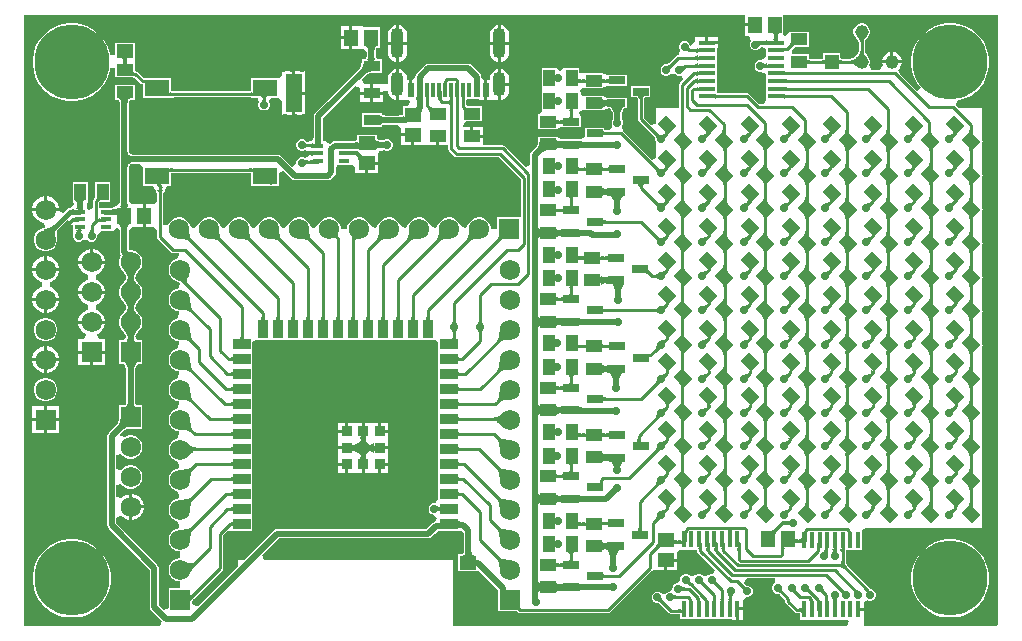
<source format=gtl>
G04*
G04 #@! TF.GenerationSoftware,Altium Limited,Altium Designer,25.3.3 (18)*
G04*
G04 Layer_Physical_Order=1*
G04 Layer_Color=255*
%FSLAX25Y25*%
%MOIN*%
G70*
G04*
G04 #@! TF.SameCoordinates,FAE4C2FF-6651-435E-A804-DF7E7BB8AC14*
G04*
G04*
G04 #@! TF.FilePolarity,Positive*
G04*
G01*
G75*
%ADD12C,0.01181*%
%ADD13C,0.01575*%
%ADD15C,0.01000*%
%ADD16R,0.04724X0.05709*%
%ADD17R,0.05512X0.03937*%
%ADD18R,0.05709X0.01772*%
%ADD19R,0.01772X0.05709*%
%ADD20R,0.05709X0.04724*%
%ADD21R,0.03937X0.05512*%
%ADD22R,0.02362X0.04724*%
%ADD23R,0.01181X0.04724*%
%ADD24R,0.03740X0.01772*%
%ADD25R,0.05709X0.03740*%
%ADD26R,0.05709X0.12795*%
G04:AMPARAMS|DCode=27|XSize=47.24mil|YSize=41.34mil|CornerRadius=0mil|HoleSize=0mil|Usage=FLASHONLY|Rotation=135.000|XOffset=0mil|YOffset=0mil|HoleType=Round|Shape=Rectangle|*
%AMROTATEDRECTD27*
4,1,4,0.03132,-0.00209,0.00209,-0.03132,-0.03132,0.00209,-0.00209,0.03132,0.03132,-0.00209,0.0*
%
%ADD27ROTATEDRECTD27*%

%ADD28R,0.05315X0.02559*%
%ADD29R,0.03543X0.03543*%
%ADD30R,0.05906X0.03543*%
%ADD31R,0.03543X0.05906*%
%ADD32R,0.08268X0.05512*%
%ADD58C,0.01968*%
%ADD59C,0.04547*%
%ADD60R,0.04547X0.04547*%
%ADD61O,0.04331X0.08268*%
%ADD62O,0.04331X0.10236*%
%ADD63C,0.06791*%
%ADD64R,0.06791X0.06791*%
%ADD65R,0.06791X0.06791*%
%ADD66C,0.25000*%
%ADD67C,0.02756*%
G36*
X352742Y298638D02*
X352642Y298601D01*
X352553Y298540D01*
X352476Y298456D01*
X352411Y298348D01*
X352358Y298217D01*
X352317Y298063D01*
X352287Y297885D01*
X352270Y297684D01*
X352266Y297543D01*
X352270Y297401D01*
X352287Y297200D01*
X352317Y297022D01*
X352358Y296868D01*
X352411Y296737D01*
X352476Y296629D01*
X352553Y296545D01*
X352642Y296484D01*
X352742Y296447D01*
X352854Y296433D01*
X350492D01*
X350604Y296447D01*
X350705Y296484D01*
X350793Y296545D01*
X350870Y296629D01*
X350935Y296737D01*
X350988Y296868D01*
X351029Y297022D01*
X351059Y297200D01*
X351077Y297401D01*
X351080Y297543D01*
X351077Y297684D01*
X351059Y297885D01*
X351029Y298063D01*
X350988Y298217D01*
X350935Y298348D01*
X350870Y298456D01*
X350793Y298540D01*
X350705Y298601D01*
X350604Y298638D01*
X350492Y298652D01*
X352854D01*
X352742Y298638D01*
D02*
G37*
G36*
X381699Y297377D02*
X381350Y296963D01*
X381208Y296762D01*
X381088Y296564D01*
X380990Y296370D01*
X380913Y296180D01*
X380859Y295993D01*
X380826Y295810D01*
X380815Y295631D01*
X379815D01*
X379804Y295810D01*
X379771Y295993D01*
X379717Y296180D01*
X379640Y296370D01*
X379542Y296564D01*
X379422Y296762D01*
X379280Y296963D01*
X379116Y297168D01*
X378931Y297377D01*
X378723Y297589D01*
X381907D01*
X381699Y297377D01*
D02*
G37*
G36*
X348831Y294697D02*
X347650Y294980D01*
Y296161D01*
X348831Y296445D01*
Y294697D01*
D02*
G37*
G36*
X345343Y296186D02*
X345404Y296181D01*
X345928Y296166D01*
X346902Y296161D01*
X347083Y294980D01*
X346939Y294976D01*
X346808Y294963D01*
X346689Y294940D01*
X346583Y294910D01*
X346490Y294870D01*
X346410Y294821D01*
X346342Y294764D01*
X346287Y294698D01*
X346246Y294622D01*
X346216Y294539D01*
X345311Y296191D01*
X345343Y296186D01*
D02*
G37*
G36*
X358119Y294697D02*
X357978Y294690D01*
X357836Y294669D01*
X357695Y294633D01*
X357554Y294584D01*
X357412Y294520D01*
X357271Y294443D01*
X357129Y294351D01*
X356988Y294245D01*
X356846Y294124D01*
X356705Y293990D01*
X355998Y294697D01*
X356132Y294839D01*
X356252Y294980D01*
X356358Y295121D01*
X356450Y295263D01*
X356528Y295404D01*
X356592Y295546D01*
X356641Y295687D01*
X356677Y295828D01*
X356698Y295970D01*
X356705Y296111D01*
X358119Y294697D01*
D02*
G37*
G36*
X322638Y293972D02*
X322654Y293941D01*
X322680Y293902D01*
X322717Y293852D01*
X322825Y293727D01*
X323171Y293365D01*
X322464Y292658D01*
X322397Y292724D01*
X322276Y292829D01*
X322223Y292869D01*
X322174Y292900D01*
X322130Y292923D01*
X322090Y292938D01*
X322055Y292944D01*
X322024Y292942D01*
X321998Y292931D01*
X322634Y293994D01*
X322638Y293972D01*
D02*
G37*
G36*
X354523Y293864D02*
X354546Y293844D01*
X354584Y293826D01*
X354637Y293811D01*
X354706Y293798D01*
X354790Y293788D01*
X355003Y293774D01*
X355277Y293769D01*
Y292769D01*
X355132Y292767D01*
X354888Y292746D01*
X354788Y292727D01*
X354703Y292704D01*
X354633Y292675D01*
X354578Y292641D01*
X354538Y292602D01*
X354514Y292557D01*
X354504Y292508D01*
X354516Y293886D01*
X354523Y293864D01*
D02*
G37*
G36*
X218612Y294392D02*
X218445Y294331D01*
X218297Y294231D01*
X218169Y294091D01*
X218061Y293913D01*
X217972Y293695D01*
X217903Y293438D01*
X217854Y293142D01*
X217825Y292807D01*
X217815Y292433D01*
X215846D01*
X215837Y292807D01*
X215807Y293142D01*
X215758Y293438D01*
X215689Y293695D01*
X215600Y293913D01*
X215492Y294091D01*
X215364Y294231D01*
X215216Y294331D01*
X215049Y294392D01*
X214862Y294414D01*
X218799D01*
X218612Y294392D01*
D02*
G37*
G36*
X325799Y292138D02*
X324799Y292512D01*
Y293512D01*
X325799Y293886D01*
Y292138D01*
D02*
G37*
G36*
X380826Y292615D02*
X380859Y292432D01*
X380913Y292245D01*
X380990Y292055D01*
X381088Y291861D01*
X381208Y291663D01*
X381350Y291462D01*
X381514Y291257D01*
X381699Y291049D01*
X381907Y290836D01*
X378723D01*
X378931Y291049D01*
X379280Y291462D01*
X379422Y291663D01*
X379542Y291861D01*
X379640Y292055D01*
X379717Y292245D01*
X379771Y292432D01*
X379804Y292615D01*
X379815Y292795D01*
X380815D01*
X380826Y292615D01*
D02*
G37*
G36*
X217825Y291209D02*
X217854Y290874D01*
X217903Y290579D01*
X217972Y290323D01*
X218061Y290106D01*
X218169Y289929D01*
X218297Y289791D01*
X218445Y289693D01*
X218612Y289634D01*
X218799Y289614D01*
X214862D01*
X215049Y289634D01*
X215216Y289693D01*
X215364Y289791D01*
X215492Y289929D01*
X215600Y290106D01*
X215689Y290323D01*
X215758Y290579D01*
X215807Y290874D01*
X215837Y291209D01*
X215846Y291582D01*
X217815D01*
X217825Y291209D01*
D02*
G37*
G36*
X325799Y289579D02*
X324799Y289953D01*
Y290953D01*
X325799Y291327D01*
Y289579D01*
D02*
G37*
G36*
X372577Y290118D02*
X372609Y290033D01*
X372661Y289958D01*
X372732Y289893D01*
X372824Y289838D01*
X372935Y289793D01*
X373065Y289758D01*
X373216Y289733D01*
X373387Y289718D01*
X373577Y289713D01*
Y288713D01*
X373387Y288708D01*
X373216Y288693D01*
X373065Y288668D01*
X372935Y288633D01*
X372824Y288588D01*
X372732Y288533D01*
X372661Y288468D01*
X372609Y288393D01*
X372577Y288308D01*
X372565Y288213D01*
Y290213D01*
X372577Y290118D01*
D02*
G37*
G36*
X368065Y288173D02*
X368053Y288268D01*
X368021Y288353D01*
X367969Y288428D01*
X367898Y288493D01*
X367806Y288548D01*
X367695Y288593D01*
X367564Y288628D01*
X367414Y288653D01*
X367244Y288668D01*
X367053Y288673D01*
Y289673D01*
X367244Y289678D01*
X367414Y289693D01*
X367564Y289718D01*
X367695Y289753D01*
X367806Y289798D01*
X367898Y289853D01*
X367969Y289918D01*
X368021Y289993D01*
X368053Y290078D01*
X368065Y290173D01*
Y288173D01*
D02*
G37*
G36*
X362193Y290078D02*
X362225Y289993D01*
X362277Y289918D01*
X362348Y289853D01*
X362440Y289798D01*
X362551Y289753D01*
X362682Y289718D01*
X362832Y289693D01*
X363003Y289678D01*
X363193Y289673D01*
Y288673D01*
X363003Y288668D01*
X362832Y288653D01*
X362682Y288628D01*
X362551Y288593D01*
X362440Y288548D01*
X362348Y288493D01*
X362277Y288428D01*
X362225Y288353D01*
X362193Y288268D01*
X362181Y288173D01*
Y290173D01*
X362193Y290078D01*
D02*
G37*
G36*
X321399Y287225D02*
X321310Y287132D01*
X321228Y287035D01*
X321151Y286934D01*
X321081Y286830D01*
X321017Y286723D01*
X320959Y286612D01*
X320907Y286498D01*
X320861Y286380D01*
X320822Y286259D01*
X320788Y286134D01*
X319798Y287790D01*
X319916Y287765D01*
X320032Y287753D01*
X320146Y287755D01*
X320258Y287769D01*
X320367Y287796D01*
X320475Y287836D01*
X320581Y287889D01*
X320684Y287954D01*
X320785Y288033D01*
X320885Y288125D01*
X321399Y287225D01*
D02*
G37*
G36*
X378691Y287621D02*
X378479Y287828D01*
X378066Y288178D01*
X377864Y288320D01*
X377667Y288440D01*
X377473Y288538D01*
X377282Y288614D01*
X377096Y288669D01*
X376912Y288702D01*
X376733Y288713D01*
Y289713D01*
X376912Y289723D01*
X377096Y289756D01*
X377282Y289811D01*
X377473Y289887D01*
X377667Y289985D01*
X377864Y290106D01*
X378066Y290247D01*
X378271Y290411D01*
X378479Y290597D01*
X378691Y290804D01*
Y287621D01*
D02*
G37*
G36*
X347502Y288709D02*
X347603Y288632D01*
X347707Y288565D01*
X347816Y288506D01*
X347928Y288457D01*
X348020Y288425D01*
X348831Y288768D01*
Y287020D01*
X348076Y287265D01*
X347970Y287225D01*
X347862Y287172D01*
X347758Y287110D01*
X347659Y287039D01*
X347564Y286957D01*
X347475Y286866D01*
X347406Y288794D01*
X347502Y288709D01*
D02*
G37*
G36*
X325799Y287020D02*
X324799Y287394D01*
Y288394D01*
X325799Y288768D01*
Y287020D01*
D02*
G37*
G36*
X316985Y287575D02*
X316895Y287478D01*
X316815Y287378D01*
X316744Y287274D01*
X316682Y287167D01*
X316631Y287056D01*
X316589Y286942D01*
X316556Y286824D01*
X316534Y286703D01*
X316521Y286578D01*
X316517Y286450D01*
X315153Y287814D01*
X315281Y287817D01*
X315406Y287830D01*
X315527Y287853D01*
X315645Y287885D01*
X315759Y287927D01*
X315870Y287979D01*
X315977Y288040D01*
X316081Y288111D01*
X316181Y288192D01*
X316278Y288282D01*
X316985Y287575D01*
D02*
G37*
G36*
X216871Y285910D02*
X216592Y285894D01*
X216314Y285850D01*
X216036Y285778D01*
X215757Y285679D01*
X215479Y285553D01*
X215200Y285399D01*
X214922Y285217D01*
X214644Y285008D01*
X214365Y284770D01*
X214087Y284506D01*
X212695Y285898D01*
X212960Y286176D01*
X213196Y286455D01*
X213406Y286733D01*
X213588Y287011D01*
X213742Y287290D01*
X213868Y287568D01*
X213967Y287846D01*
X214039Y288125D01*
X214083Y288403D01*
X214099Y288682D01*
X216871Y285910D01*
D02*
G37*
G36*
X354526Y286137D02*
X354556Y286074D01*
X354606Y286018D01*
X354676Y285969D01*
X354766Y285928D01*
X354876Y285894D01*
X355006Y285868D01*
X355156Y285850D01*
X355326Y285838D01*
X355516Y285835D01*
Y284835D01*
X355326Y284831D01*
X355006Y284801D01*
X354876Y284775D01*
X354766Y284741D01*
X354676Y284700D01*
X354606Y284651D01*
X354556Y284595D01*
X354526Y284532D01*
X354516Y284461D01*
Y286209D01*
X354526Y286137D01*
D02*
G37*
G36*
X325799Y284461D02*
X324799Y284835D01*
Y285835D01*
X325799Y286209D01*
Y284461D01*
D02*
G37*
G36*
X278142Y284815D02*
X278150Y284823D01*
Y284754D01*
X278177Y284676D01*
X278227Y284601D01*
X278297Y284537D01*
X278387Y284482D01*
X278496Y284438D01*
X278626Y284403D01*
X278775Y284378D01*
X278945Y284363D01*
X279134Y284358D01*
Y283358D01*
X278945Y283353D01*
X278775Y283338D01*
X278626Y283314D01*
X278496Y283279D01*
X278387Y283234D01*
X278297Y283180D01*
X278227Y283115D01*
X278177Y283041D01*
X278150Y282963D01*
Y282894D01*
X278142Y282901D01*
X278138Y282862D01*
Y282905D01*
X278057Y282982D01*
X277959Y283061D01*
X277857Y283131D01*
X277751Y283191D01*
X277640Y283242D01*
X277526Y283284D01*
X277406Y283316D01*
X277283Y283340D01*
X277155Y283354D01*
X277023Y283358D01*
Y284358D01*
X277155Y284363D01*
X277283Y284377D01*
X277406Y284400D01*
X277526Y284433D01*
X277640Y284474D01*
X277751Y284525D01*
X277857Y284586D01*
X277959Y284656D01*
X278057Y284735D01*
X278138Y284811D01*
Y284855D01*
X278142Y284815D01*
D02*
G37*
G36*
X253006Y283571D02*
X253095Y282153D01*
X253122Y282055D01*
X253154Y281996D01*
X253189Y281976D01*
X250851D01*
X250886Y281996D01*
X250917Y282055D01*
X250945Y282153D01*
X250969Y282291D01*
X250989Y282468D01*
X251028Y283236D01*
X251035Y283945D01*
X253004D01*
X253006Y283571D01*
D02*
G37*
G36*
X246021Y282707D02*
X246058Y282057D01*
X246070Y282012D01*
X246083Y281985D01*
X246098Y281976D01*
X244941D01*
X244956Y281985D01*
X244969Y282012D01*
X244981Y282057D01*
X244991Y282121D01*
X245000Y282202D01*
X245017Y282554D01*
X245020Y282879D01*
X246020D01*
X246021Y282707D01*
D02*
G37*
G36*
X242021D02*
X242058Y282057D01*
X242070Y282012D01*
X242083Y281985D01*
X242098Y281976D01*
X240941D01*
X240956Y281985D01*
X240969Y282012D01*
X240981Y282057D01*
X240991Y282121D01*
X241000Y282202D01*
X241017Y282554D01*
X241020Y282879D01*
X242020D01*
X242021Y282707D01*
D02*
G37*
G36*
X234006Y283571D02*
X234095Y282153D01*
X234122Y282055D01*
X234154Y281996D01*
X234189Y281976D01*
X231851D01*
X231886Y281996D01*
X231917Y282055D01*
X231945Y282153D01*
X231969Y282291D01*
X231989Y282468D01*
X232028Y283236D01*
X232035Y283945D01*
X234004D01*
X234006Y283571D01*
D02*
G37*
G36*
X296166Y281913D02*
X296153Y282008D01*
X296121Y282093D01*
X296070Y282168D01*
X295998Y282233D01*
X295907Y282288D01*
X295796Y282333D01*
X295665Y282368D01*
X295514Y282393D01*
X295344Y282408D01*
X295154Y282413D01*
Y283413D01*
X295344Y283418D01*
X295514Y283433D01*
X295665Y283458D01*
X295796Y283493D01*
X295907Y283538D01*
X295998Y283593D01*
X296070Y283658D01*
X296121Y283733D01*
X296153Y283818D01*
X296166Y283913D01*
Y281913D01*
D02*
G37*
G36*
X293689Y283818D02*
X293721Y283733D01*
X293773Y283658D01*
X293845Y283593D01*
X293936Y283538D01*
X294047Y283493D01*
X294178Y283458D01*
X294328Y283433D01*
X294499Y283418D01*
X294689Y283413D01*
Y282413D01*
X294499Y282408D01*
X294328Y282393D01*
X294178Y282368D01*
X294047Y282333D01*
X293936Y282288D01*
X293845Y282233D01*
X293773Y282168D01*
X293721Y282093D01*
X293689Y282008D01*
X293677Y281913D01*
Y283913D01*
X293689Y283818D01*
D02*
G37*
G36*
X288213Y281913D02*
X288201Y282008D01*
X288169Y282093D01*
X288117Y282168D01*
X288045Y282233D01*
X287954Y282288D01*
X287843Y282333D01*
X287712Y282368D01*
X287561Y282393D01*
X287391Y282408D01*
X287201Y282413D01*
Y283413D01*
X287391Y283418D01*
X287561Y283433D01*
X287712Y283458D01*
X287843Y283493D01*
X287954Y283538D01*
X288045Y283593D01*
X288117Y283658D01*
X288169Y283733D01*
X288201Y283818D01*
X288213Y283913D01*
Y281913D01*
D02*
G37*
G36*
X285628Y283818D02*
X285658Y283733D01*
X285708Y283658D01*
X285778Y283593D01*
X285868Y283538D01*
X285978Y283493D01*
X286108Y283458D01*
X286258Y283433D01*
X286428Y283418D01*
X286618Y283413D01*
Y282413D01*
X286428Y282408D01*
X286258Y282393D01*
X286108Y282368D01*
X285978Y282333D01*
X285868Y282288D01*
X285778Y282233D01*
X285708Y282168D01*
X285658Y282093D01*
X285628Y282008D01*
X285618Y281913D01*
Y283913D01*
X285628Y283818D01*
D02*
G37*
G36*
X354526Y283578D02*
X354556Y283515D01*
X354606Y283459D01*
X354676Y283410D01*
X354766Y283369D01*
X354876Y283335D01*
X355006Y283309D01*
X355156Y283291D01*
X355326Y283279D01*
X355516Y283276D01*
Y282276D01*
X355326Y282272D01*
X355006Y282242D01*
X354876Y282216D01*
X354766Y282182D01*
X354676Y282141D01*
X354606Y282092D01*
X354556Y282036D01*
X354526Y281973D01*
X354516Y281902D01*
Y283649D01*
X354526Y283578D01*
D02*
G37*
G36*
X325799Y281902D02*
X324799Y282276D01*
Y283276D01*
X325799Y283649D01*
Y281902D01*
D02*
G37*
G36*
X354526Y281019D02*
X354556Y280956D01*
X354606Y280900D01*
X354676Y280851D01*
X354766Y280810D01*
X354876Y280776D01*
X355006Y280750D01*
X355156Y280732D01*
X355326Y280720D01*
X355516Y280716D01*
Y279716D01*
X355326Y279713D01*
X355006Y279683D01*
X354876Y279657D01*
X354766Y279623D01*
X354676Y279582D01*
X354606Y279533D01*
X354556Y279477D01*
X354526Y279414D01*
X354516Y279343D01*
Y281090D01*
X354526Y281019D01*
D02*
G37*
G36*
X325799Y279343D02*
X325789Y279373D01*
X325759Y279400D01*
X325709Y279424D01*
X325639Y279444D01*
X325549Y279462D01*
X325439Y279476D01*
X325159Y279495D01*
X324799Y279502D01*
Y280502D01*
X324990Y280507D01*
X325160Y280521D01*
X325310Y280546D01*
X325441Y280582D01*
X325552Y280627D01*
X325644Y280682D01*
X325715Y280747D01*
X325767Y280821D01*
X325799Y280907D01*
X325811Y281001D01*
X325799Y279343D01*
D02*
G37*
G36*
X307193Y276886D02*
X306193D01*
X305693Y277886D01*
X307693D01*
X307193Y276886D01*
D02*
G37*
G36*
X354526Y278460D02*
X354556Y278397D01*
X354606Y278341D01*
X354676Y278292D01*
X354766Y278251D01*
X354876Y278217D01*
X355006Y278191D01*
X355156Y278172D01*
X355326Y278161D01*
X355516Y278157D01*
Y277157D01*
X355326Y277154D01*
X355006Y277124D01*
X354876Y277098D01*
X354766Y277064D01*
X354676Y277023D01*
X354606Y276974D01*
X354556Y276918D01*
X354526Y276855D01*
X354516Y276784D01*
Y278531D01*
X354526Y278460D01*
D02*
G37*
G36*
X331494D02*
X331524Y278397D01*
X331574Y278341D01*
X331644Y278292D01*
X331734Y278251D01*
X331844Y278217D01*
X331974Y278191D01*
X332124Y278172D01*
X332294Y278161D01*
X332484Y278157D01*
Y277157D01*
X332294Y277154D01*
X331974Y277124D01*
X331844Y277098D01*
X331734Y277064D01*
X331644Y277023D01*
X331574Y276974D01*
X331524Y276918D01*
X331494Y276855D01*
X331484Y276784D01*
Y278531D01*
X331494Y278460D01*
D02*
G37*
G36*
X240110Y276532D02*
X239110D01*
X238941Y277276D01*
X240098D01*
X240110Y276532D01*
D02*
G37*
G36*
X248020Y276276D02*
X247020D01*
X246941Y277276D01*
X248098D01*
X248020Y276276D01*
D02*
G37*
G36*
X246020D02*
X245020D01*
X244941Y277276D01*
X246098D01*
X246020Y276276D01*
D02*
G37*
G36*
X236020D02*
X235020D01*
X234941Y277276D01*
X236098D01*
X236020Y276276D01*
D02*
G37*
G36*
X234004Y275307D02*
X232035D01*
X231851Y277276D01*
X234189D01*
X234004Y275307D01*
D02*
G37*
G36*
X341245Y301983D02*
X344607D01*
Y300983D01*
X341245D01*
Y297628D01*
X342803D01*
X343398Y296054D01*
X343290Y295946D01*
X343004Y295255D01*
Y294508D01*
X343290Y293818D01*
X343818Y293290D01*
X344508Y293004D01*
X345255D01*
X345946Y293290D01*
X346474Y293818D01*
X346988Y294129D01*
X348319Y293306D01*
Y290651D01*
X348316Y290644D01*
X346830Y289673D01*
X346083D01*
X345393Y289387D01*
X344865Y288859D01*
X344579Y288169D01*
Y287422D01*
X344865Y286732D01*
X345393Y286203D01*
X346083Y285917D01*
X346830D01*
X348319Y284944D01*
Y281390D01*
Y278831D01*
Y276272D01*
X347603Y275188D01*
X346031Y275096D01*
X342748Y278378D01*
X342418Y278600D01*
X342028Y278677D01*
X332544D01*
X332495Y278699D01*
X332317Y278702D01*
X332175Y278711D01*
X332061Y278726D01*
X331996Y278739D01*
Y281390D01*
Y283949D01*
Y286508D01*
Y289067D01*
Y293685D01*
X332496D01*
Y295071D01*
X328642D01*
Y295571D01*
X328142D01*
Y297457D01*
X324787D01*
Y295759D01*
X323213Y294454D01*
X323138Y294468D01*
X322852Y295158D01*
X322324Y295687D01*
X321633Y295972D01*
X320886D01*
X320196Y295687D01*
X319668Y295158D01*
X319382Y294468D01*
Y293721D01*
X319668Y293031D01*
X319280Y291848D01*
X319025Y291446D01*
X318766Y291395D01*
X318435Y291174D01*
X315957Y288696D01*
X315909Y288678D01*
X315827Y288601D01*
X315759Y288546D01*
X315690Y288499D01*
X315621Y288460D01*
X315551Y288427D01*
X315480Y288401D01*
X315406Y288381D01*
X315328Y288366D01*
X315246Y288357D01*
X315138Y288355D01*
X315046Y288314D01*
X314766D01*
X314075Y288028D01*
X313547Y287499D01*
X313261Y286809D01*
Y286062D01*
X313547Y285372D01*
X314075Y284844D01*
X314766Y284558D01*
X315513D01*
X316203Y284844D01*
X316328Y284969D01*
X317277Y285232D01*
X318272Y284977D01*
X318385Y284865D01*
X319075Y284579D01*
X319822D01*
X319932Y284624D01*
X320824Y283289D01*
X319825Y282291D01*
X319604Y281960D01*
X319527Y281570D01*
Y273622D01*
X311811D01*
Y268630D01*
X311416Y268289D01*
X310171Y268043D01*
X307713Y270501D01*
Y276715D01*
X308042Y277374D01*
X309831D01*
Y280933D01*
X303516D01*
Y277374D01*
X305344D01*
X305673Y276715D01*
Y270079D01*
X305751Y269689D01*
X305972Y269358D01*
X311126Y264204D01*
X311144Y264156D01*
X311220Y264074D01*
X311275Y264005D01*
X311322Y263937D01*
X311362Y263868D01*
X311394Y263798D01*
X311420Y263726D01*
X311441Y263652D01*
X311455Y263574D01*
X311464Y263492D01*
X311467Y263385D01*
X311508Y263293D01*
Y263012D01*
X311794Y262322D01*
X311811Y262305D01*
Y257212D01*
X311609Y257013D01*
X310246Y256551D01*
X300729Y266067D01*
X300725Y266073D01*
X300431Y267524D01*
X300416Y267595D01*
X300420Y267789D01*
X300448Y267890D01*
X300707Y268514D01*
Y269261D01*
X300421Y269952D01*
X300342Y270030D01*
Y271966D01*
X301156Y273594D01*
X301957D01*
Y277153D01*
X296224D01*
X296154Y277183D01*
X295642Y277153D01*
X295510Y277183D01*
X294201Y277862D01*
X293675Y277884D01*
X293663Y277878D01*
X293614Y277880D01*
X293582Y277862D01*
X287705D01*
X287689Y277862D01*
X287054Y277878D01*
X286285Y279472D01*
X286367Y279706D01*
X287068Y280390D01*
X287705Y280405D01*
X294201D01*
Y280698D01*
X294361Y280866D01*
X295642Y281153D01*
X295642Y281153D01*
X301957D01*
Y284713D01*
X295642D01*
Y284713D01*
X294314Y285011D01*
X294201Y285129D01*
Y285343D01*
X287689D01*
Y285343D01*
X286130Y285381D01*
Y287114D01*
X281193D01*
Y287112D01*
X279776Y286233D01*
X278650Y286800D01*
Y287114D01*
X273713D01*
Y280815D01*
X273713Y280602D01*
Y279240D01*
X273713Y279028D01*
Y273177D01*
X273713Y272728D01*
X272629Y271602D01*
X272374D01*
Y266665D01*
X278886D01*
Y266914D01*
X278988Y267022D01*
X280317Y267344D01*
X280317Y267344D01*
X286632D01*
Y270903D01*
X286576D01*
X285931Y272020D01*
X286020Y272336D01*
X286372Y272893D01*
X287689Y272925D01*
X287705Y272925D01*
X293583D01*
X293630Y272899D01*
X293677Y272901D01*
X293690Y272896D01*
X294201Y272925D01*
X295496Y273562D01*
X295642Y273594D01*
X296154Y273565D01*
X296224Y273594D01*
X296501D01*
X297315Y271966D01*
Y270030D01*
X297237Y269952D01*
X296951Y269261D01*
Y268514D01*
X297185Y267949D01*
X296956Y267301D01*
X296460Y266374D01*
X295056D01*
X295008Y266395D01*
X294835Y266400D01*
X294702Y266412D01*
X294597Y266429D01*
X294524Y266448D01*
X294506Y266456D01*
Y267124D01*
X288191D01*
Y264635D01*
X287903Y264077D01*
X286632Y263345D01*
X286120Y263374D01*
X286049Y263345D01*
X285057Y263345D01*
X280899D01*
X280829Y263374D01*
X280317Y263345D01*
X280217Y263369D01*
X278886Y264122D01*
Y264122D01*
X272374D01*
Y262546D01*
X272358Y262512D01*
X272343Y262260D01*
X272307Y262034D01*
X272249Y261804D01*
X272165Y261570D01*
X272057Y261333D01*
X271923Y261090D01*
X271762Y260843D01*
X271573Y260592D01*
X271356Y260337D01*
X271102Y260070D01*
X271091Y260043D01*
X270190Y259141D01*
X269862Y258650D01*
X269746Y258071D01*
X269746Y258071D01*
Y254708D01*
X268292Y254105D01*
X261392Y261004D01*
X261062Y261225D01*
X260672Y261303D01*
X255684D01*
X254150Y261402D01*
X254150Y262878D01*
Y263870D01*
X250394D01*
Y264370D01*
X249894D01*
Y267339D01*
X247839D01*
X247568Y267807D01*
X248475Y269382D01*
X253650D01*
Y274319D01*
X248967D01*
X248539Y274691D01*
Y276194D01*
X248559Y276233D01*
X248601Y276764D01*
X252839D01*
Y276264D01*
X254520D01*
Y279626D01*
Y282988D01*
X254473D01*
X253533Y284201D01*
X253418Y284780D01*
X253090Y285271D01*
X250283Y288078D01*
X249792Y288406D01*
X249213Y288521D01*
X249213Y288521D01*
X235827D01*
X235827Y288521D01*
X235248Y288406D01*
X234757Y288078D01*
X231950Y285271D01*
X231622Y284780D01*
X231506Y284201D01*
X230567Y282988D01*
X230520D01*
Y279626D01*
X229520D01*
Y282988D01*
X228712D01*
Y283594D01*
X228604Y284421D01*
X228285Y285191D01*
X227777Y285852D01*
X227116Y286359D01*
X226346Y286678D01*
X226020Y286721D01*
Y281626D01*
Y276531D01*
X226264Y276563D01*
X226386Y276560D01*
X227839Y276264D01*
Y276264D01*
X229499D01*
X229897Y275662D01*
X229148Y274319D01*
X227354D01*
Y271780D01*
X227341Y271756D01*
X227326Y271632D01*
X227310Y271587D01*
X227283Y271547D01*
X227229Y271498D01*
X227133Y271440D01*
X226987Y271380D01*
X226788Y271327D01*
X226539Y271285D01*
X226241Y271259D01*
X225884Y271250D01*
X225857Y271238D01*
X221780D01*
X221753Y271250D01*
X221393Y271258D01*
X221092Y271282D01*
X220839Y271319D01*
X220636Y271368D01*
X220486Y271422D01*
X220390Y271474D01*
X220343Y271513D01*
X220326Y271535D01*
X220320Y271551D01*
X220309Y271646D01*
X220309Y271646D01*
X220284Y271692D01*
Y272094D01*
X219772Y272124D01*
X219757Y272118D01*
X219708Y272120D01*
X219662Y272094D01*
X213575D01*
Y267354D01*
X219662D01*
X219708Y267329D01*
X219757Y267331D01*
X219772Y267325D01*
X220284Y267354D01*
Y267757D01*
X220309Y267803D01*
X220309Y267803D01*
X220320Y267898D01*
X220326Y267914D01*
X220343Y267935D01*
X220390Y267975D01*
X220486Y268027D01*
X220636Y268081D01*
X220839Y268130D01*
X221092Y268167D01*
X221393Y268191D01*
X221753Y268199D01*
X221780Y268211D01*
X225315D01*
X225896Y268179D01*
X226414Y267565D01*
X226854Y266888D01*
Y265264D01*
X230709D01*
Y264764D01*
X231209D01*
Y261402D01*
X233646D01*
X234563Y261402D01*
X236138Y261402D01*
X238476D01*
Y264370D01*
X239476D01*
Y261402D01*
X242500D01*
Y260143D01*
X242578Y259753D01*
X242799Y259422D01*
X244658Y257562D01*
X244989Y257341D01*
X245379Y257264D01*
X259421D01*
X266697Y249988D01*
Y238916D01*
X266652Y237360D01*
X265122Y237360D01*
X258860D01*
Y233465D01*
X256652D01*
Y233977D01*
X256386Y234968D01*
X255873Y235857D01*
X255148Y236582D01*
X254260Y237095D01*
X253269Y237360D01*
X252243D01*
X251252Y237095D01*
X250364Y236582D01*
X249639Y235857D01*
X249126Y234968D01*
X248860Y233978D01*
X248226Y233767D01*
X247938Y233806D01*
X246469Y234658D01*
X246386Y234968D01*
X245873Y235857D01*
X245148Y236582D01*
X244260Y237095D01*
X243269Y237360D01*
X242243D01*
X241252Y237095D01*
X240364Y236582D01*
X239639Y235857D01*
X239126Y234968D01*
X238860Y233978D01*
X238226Y233767D01*
X237938Y233806D01*
X236469Y234658D01*
X236386Y234968D01*
X235873Y235857D01*
X235148Y236582D01*
X234260Y237095D01*
X233269Y237360D01*
X232243D01*
X231252Y237095D01*
X230364Y236582D01*
X229639Y235857D01*
X229126Y234968D01*
X228860Y233978D01*
X228226Y233767D01*
X227938Y233806D01*
X226469Y234658D01*
X226386Y234968D01*
X225873Y235857D01*
X225148Y236582D01*
X224260Y237095D01*
X223269Y237360D01*
X222243D01*
X221252Y237095D01*
X220364Y236582D01*
X219639Y235857D01*
X219126Y234968D01*
X218860Y233978D01*
X218226Y233767D01*
X217938Y233806D01*
X216469Y234658D01*
X216386Y234968D01*
X215873Y235857D01*
X215148Y236582D01*
X214260Y237095D01*
X213269Y237360D01*
X212243D01*
X211252Y237095D01*
X210364Y236582D01*
X209639Y235857D01*
X209126Y234968D01*
X208860Y233977D01*
Y233465D01*
X206652D01*
Y233977D01*
X206386Y234968D01*
X205873Y235857D01*
X205148Y236582D01*
X204260Y237095D01*
X203269Y237360D01*
X202243D01*
X201252Y237095D01*
X200364Y236582D01*
X199639Y235857D01*
X199126Y234968D01*
X199043Y234658D01*
X197573Y233806D01*
X197285Y233767D01*
X196652Y233978D01*
X196386Y234968D01*
X195873Y235857D01*
X195148Y236582D01*
X194260Y237095D01*
X193269Y237360D01*
X192243D01*
X191252Y237095D01*
X190364Y236582D01*
X189639Y235857D01*
X189126Y234968D01*
X189043Y234658D01*
X187573Y233806D01*
X187285Y233767D01*
X186652Y233978D01*
X186386Y234968D01*
X185873Y235857D01*
X185148Y236582D01*
X184260Y237095D01*
X183269Y237360D01*
X182243D01*
X181252Y237095D01*
X180364Y236582D01*
X179639Y235857D01*
X179126Y234968D01*
X179043Y234658D01*
X177573Y233806D01*
X177285Y233767D01*
X176652Y233978D01*
X176386Y234968D01*
X175873Y235857D01*
X175148Y236582D01*
X174260Y237095D01*
X173269Y237360D01*
X172243D01*
X171252Y237095D01*
X170364Y236582D01*
X169639Y235857D01*
X169126Y234968D01*
X169043Y234658D01*
X167573Y233806D01*
X167285Y233767D01*
X166652Y233978D01*
X166386Y234968D01*
X165873Y235857D01*
X165148Y236582D01*
X164260Y237095D01*
X163269Y237360D01*
X162243D01*
X161252Y237095D01*
X160364Y236582D01*
X159639Y235857D01*
X159126Y234968D01*
X159043Y234658D01*
X157573Y233806D01*
X157285Y233767D01*
X156652Y233978D01*
X156386Y234968D01*
X155873Y235857D01*
X155148Y236582D01*
X154260Y237095D01*
X153269Y237360D01*
X152243D01*
X151252Y237095D01*
X150364Y236582D01*
X149639Y235857D01*
X149126Y234968D01*
X149051Y234690D01*
X147476Y234897D01*
Y245101D01*
X147941Y246030D01*
X147941Y246030D01*
X147950Y246156D01*
X147998Y246272D01*
X148348Y247058D01*
X148535Y247362D01*
X148562Y247396D01*
X148865Y247662D01*
X149201Y247728D01*
X150106D01*
Y252048D01*
X150125Y252055D01*
X150198Y252075D01*
X150302Y252092D01*
X150435Y252104D01*
X150609Y252109D01*
X150657Y252130D01*
X176115D01*
X176163Y252109D01*
X176337Y252104D01*
X176470Y252092D01*
X176574Y252075D01*
X176647Y252055D01*
X176665Y252048D01*
Y247728D01*
X185933D01*
Y252219D01*
X187508Y252872D01*
X190269Y250111D01*
X190269Y250111D01*
X190760Y249783D01*
X191339Y249668D01*
X191339Y249668D01*
X202390D01*
X202390Y249668D01*
X202969Y249783D01*
X203460Y250111D01*
X204613Y251264D01*
X204613Y251264D01*
X204941Y251755D01*
X205057Y252334D01*
Y253327D01*
X205504Y254716D01*
X209925D01*
X210244Y254716D01*
X211500Y253947D01*
Y251953D01*
X214854D01*
Y255315D01*
X215354D01*
Y255815D01*
X219209D01*
Y257778D01*
X219209Y258488D01*
X219213Y258603D01*
X219255Y258793D01*
X219475Y259342D01*
X220226Y259583D01*
X221208Y259732D01*
X221674Y259539D01*
X222421D01*
X223111Y259825D01*
X223639Y260353D01*
X223925Y261044D01*
Y261791D01*
X223639Y262481D01*
X223111Y263009D01*
X222421Y263295D01*
X221674D01*
X221157Y263081D01*
X220206D01*
X220179Y263093D01*
X219822Y263103D01*
X219524Y263129D01*
X219275Y263170D01*
X219076Y263224D01*
X218930Y263283D01*
X218834Y263341D01*
X218780Y263391D01*
X218753Y263431D01*
X218737Y263476D01*
X218722Y263600D01*
X218709Y263624D01*
Y264870D01*
X212000D01*
Y263276D01*
X211986Y263252D01*
X211972Y263128D01*
X211955Y263083D01*
X211928Y263043D01*
X211875Y262994D01*
X211779Y262936D01*
X211632Y262876D01*
X211434Y262823D01*
X211184Y262781D01*
X210887Y262755D01*
X210529Y262746D01*
X210503Y262734D01*
X204696D01*
X204117Y262619D01*
X203626Y262291D01*
X203626Y262291D01*
X203157Y261822D01*
X201583Y262474D01*
Y262606D01*
X200726D01*
Y270397D01*
X211500Y281171D01*
X213075Y280519D01*
Y279240D01*
X216429D01*
Y281610D01*
X214546D01*
X213838Y283049D01*
X214460Y284114D01*
X214727Y284368D01*
X214982Y284585D01*
X215233Y284774D01*
X215480Y284935D01*
X215722Y285069D01*
X215960Y285177D01*
X216194Y285260D01*
X216424Y285319D01*
X216650Y285355D01*
X216902Y285369D01*
X216936Y285386D01*
X220284D01*
Y290126D01*
X218904D01*
X218856Y290152D01*
X218732Y290165D01*
X218689Y290181D01*
X218651Y290206D01*
X218603Y290257D01*
X218546Y290351D01*
X218486Y290496D01*
X218433Y290694D01*
X218392Y290942D01*
X218365Y291240D01*
X218356Y291597D01*
X218344Y291623D01*
Y292392D01*
X218356Y292419D01*
X218365Y292776D01*
X218392Y293074D01*
X218433Y293323D01*
X218486Y293522D01*
X218546Y293669D01*
X218604Y293765D01*
X218653Y293818D01*
X218693Y293845D01*
X218738Y293862D01*
X218862Y293876D01*
X218886Y293890D01*
X219595D01*
Y300598D01*
X214769D01*
X213402Y301098D01*
X212502Y301098D01*
X210539D01*
Y297244D01*
Y293390D01*
X212502D01*
X213402Y293390D01*
X213704Y293495D01*
X213968Y293465D01*
X214190Y293399D01*
X214729Y293095D01*
X214840Y293009D01*
X215305Y292419D01*
X215317Y292392D01*
Y291623D01*
X215305Y291597D01*
X215296Y291240D01*
X215270Y290942D01*
X215228Y290694D01*
X215175Y290496D01*
X215116Y290351D01*
X215059Y290257D01*
X215011Y290206D01*
X214973Y290181D01*
X214929Y290165D01*
X214806Y290152D01*
X214757Y290126D01*
X213575D01*
Y288747D01*
X213559Y288713D01*
X213544Y288461D01*
X213508Y288234D01*
X213449Y288005D01*
X213366Y287771D01*
X213258Y287533D01*
X213124Y287291D01*
X212963Y287044D01*
X212774Y286793D01*
X212557Y286538D01*
X212303Y286271D01*
X212292Y286243D01*
X198143Y272094D01*
X197815Y271603D01*
X197699Y271024D01*
X197699Y271024D01*
Y264090D01*
X197664Y263942D01*
X197215Y262628D01*
X196843Y262606D01*
X195268Y262556D01*
X195219Y262600D01*
X195149Y262676D01*
X195054Y262720D01*
X194765Y263009D01*
X194074Y263295D01*
X193327D01*
X192637Y263009D01*
X192109Y262481D01*
X191823Y261791D01*
Y261044D01*
X192109Y260353D01*
X192637Y259825D01*
X193327Y259539D01*
X194074D01*
X194743Y259816D01*
X195521Y259490D01*
X196092Y257767D01*
X196091Y257750D01*
X194739Y257126D01*
X194695Y257133D01*
X194074Y257390D01*
X193327D01*
X192637Y257104D01*
X192109Y256576D01*
X191823Y255885D01*
Y255138D01*
X191875Y255012D01*
X190540Y254120D01*
X186897Y257763D01*
X186406Y258091D01*
X185827Y258206D01*
X185827Y258206D01*
X137552D01*
X137528Y258218D01*
X137188Y258236D01*
X136925Y258282D01*
X136712Y258353D01*
X136543Y258444D01*
X136408Y258554D01*
X136298Y258688D01*
X136207Y258857D01*
X136136Y259070D01*
X136090Y259333D01*
X136072Y259674D01*
X136061Y259698D01*
Y259744D01*
X136062Y259752D01*
X136061Y259754D01*
Y274971D01*
X136073Y274998D01*
X136082Y275355D01*
X136108Y275653D01*
X136150Y275902D01*
X136203Y276101D01*
X136263Y276248D01*
X136321Y276343D01*
X136370Y276397D01*
X136410Y276424D01*
X136455Y276440D01*
X136579Y276455D01*
X136603Y276468D01*
X137902D01*
Y281405D01*
X131390D01*
Y276468D01*
X132492D01*
X132516Y276455D01*
X132640Y276440D01*
X132685Y276424D01*
X132725Y276397D01*
X132774Y276343D01*
X132832Y276248D01*
X132892Y276101D01*
X132945Y275902D01*
X132986Y275653D01*
X133013Y275355D01*
X133022Y274998D01*
X133034Y274971D01*
Y256802D01*
X133032Y256799D01*
X133034Y256791D01*
Y256595D01*
X133032Y256587D01*
X133034Y256584D01*
Y242647D01*
X133022Y242620D01*
X133018Y242477D01*
X132505Y241694D01*
X132097Y241179D01*
X131587Y241150D01*
X130240Y240581D01*
X130240D01*
X130174Y240552D01*
X126102D01*
Y242405D01*
X126110Y242413D01*
X129831D01*
Y248925D01*
X124894D01*
Y244080D01*
X124362Y243548D01*
X124141Y243218D01*
X124063Y242828D01*
Y240385D01*
X122646Y239686D01*
X122102Y240552D01*
X122001Y240831D01*
Y241771D01*
X122350Y242413D01*
X122350D01*
Y248925D01*
X117413D01*
Y242413D01*
X117413Y242413D01*
X117628Y242017D01*
X117596Y241837D01*
X116823Y240466D01*
X116239Y240400D01*
X116202Y240380D01*
X115738Y240287D01*
X115312Y240003D01*
X114163Y238854D01*
X113245Y239153D01*
X112881Y239421D01*
X108268D01*
X103872D01*
Y239343D01*
X104172Y238225D01*
X104750Y237222D01*
X105569Y236404D01*
X106571Y235825D01*
X107689Y235526D01*
X107816D01*
X108062Y233951D01*
X107777Y233859D01*
X107331Y233745D01*
X107245Y233680D01*
X106764Y233552D01*
X105876Y233039D01*
X105150Y232313D01*
X104638Y231425D01*
X104372Y230434D01*
Y229408D01*
X104638Y228418D01*
X105150Y227529D01*
X105876Y226804D01*
X106764Y226291D01*
X107755Y226026D01*
X108781D01*
X109771Y226291D01*
X110660Y226804D01*
X111385Y227529D01*
X111898Y228418D01*
X112163Y229408D01*
Y230434D01*
X112062Y230814D01*
X112078Y230911D01*
X111994Y231275D01*
X111943Y231600D01*
X111921Y231900D01*
X111926Y232176D01*
X111956Y232429D01*
X112010Y232660D01*
X112087Y232871D01*
X112186Y233065D01*
X112310Y233245D01*
X112480Y233438D01*
X112492Y233470D01*
X115287Y236266D01*
X116862Y235613D01*
Y234721D01*
X117362D01*
Y232662D01*
X117362D01*
X117413Y231108D01*
Y230729D01*
X117699Y230039D01*
X118228Y229510D01*
X118918Y229224D01*
X119665D01*
X120355Y229510D01*
X120489Y229644D01*
X121457Y229892D01*
X122424Y229644D01*
X122558Y229510D01*
X123249Y229224D01*
X123996D01*
X124686Y229510D01*
X125214Y230039D01*
X125500Y230729D01*
Y231304D01*
X125606Y231580D01*
X126713Y232662D01*
X130764D01*
Y232852D01*
X131832Y233796D01*
X132039Y233706D01*
X132920Y233104D01*
X132924Y232970D01*
X132936Y232943D01*
Y225833D01*
X132936Y225833D01*
X133051Y225254D01*
X133379Y224763D01*
X133457Y224685D01*
X132984Y223866D01*
X132719Y222875D01*
Y221849D01*
X132984Y220859D01*
X133497Y219970D01*
X133810Y219657D01*
X133848Y219562D01*
X134101Y219299D01*
X134316Y219048D01*
X134502Y218798D01*
X134662Y218549D01*
X134795Y218302D01*
X134902Y218057D01*
X134984Y217812D01*
X135042Y217568D01*
X135071Y217362D01*
X135042Y217157D01*
X134984Y216912D01*
X134902Y216668D01*
X134795Y216422D01*
X134662Y216175D01*
X134502Y215927D01*
X134316Y215677D01*
X134101Y215426D01*
X133848Y215163D01*
X133810Y215068D01*
X133497Y214754D01*
X132984Y213866D01*
X132719Y212875D01*
Y211849D01*
X132984Y210858D01*
X133497Y209970D01*
X133810Y209657D01*
X133848Y209561D01*
X134101Y209299D01*
X134316Y209048D01*
X134502Y208798D01*
X134662Y208549D01*
X134795Y208302D01*
X134902Y208057D01*
X134984Y207812D01*
X135042Y207568D01*
X135071Y207362D01*
X135042Y207157D01*
X134984Y206912D01*
X134902Y206668D01*
X134795Y206422D01*
X134662Y206175D01*
X134502Y205926D01*
X134316Y205677D01*
X134101Y205426D01*
X133848Y205163D01*
X133810Y205067D01*
X133497Y204754D01*
X132984Y203866D01*
X132719Y202875D01*
Y201849D01*
X132984Y200858D01*
X133497Y199970D01*
X133810Y199657D01*
X133848Y199562D01*
X134101Y199299D01*
X134316Y199048D01*
X134502Y198798D01*
X134662Y198549D01*
X134795Y198302D01*
X134902Y198057D01*
X134984Y197812D01*
X135007Y197713D01*
X134948Y197512D01*
X134781Y197233D01*
X134018Y196258D01*
X132719D01*
Y188467D01*
X134297D01*
X135101Y186858D01*
Y176181D01*
X135089Y176154D01*
X135080Y175796D01*
X135053Y175499D01*
X135012Y175249D01*
X134959Y175051D01*
X134899Y174904D01*
X134841Y174808D01*
X134792Y174755D01*
X134751Y174727D01*
X134707Y174711D01*
X134582Y174697D01*
X134558Y174683D01*
X132719D01*
Y170275D01*
X132690Y170215D01*
X132677Y169963D01*
X132643Y169737D01*
X132586Y169508D01*
X132505Y169275D01*
X132398Y169037D01*
X132265Y168796D01*
X132105Y168549D01*
X131917Y168298D01*
X131700Y168044D01*
X131446Y167777D01*
X131436Y167749D01*
X129245Y165558D01*
X128917Y165067D01*
X128802Y164488D01*
X128802Y164488D01*
Y134646D01*
X128802Y134646D01*
X128917Y134066D01*
X129245Y133576D01*
X142975Y119846D01*
Y107480D01*
X142975Y107480D01*
X143090Y106901D01*
X143418Y106410D01*
X147072Y102756D01*
X146792Y101653D01*
X146469Y101181D01*
X101181D01*
Y304724D01*
X341245D01*
Y301983D01*
D02*
G37*
G36*
X278142Y276941D02*
X278150Y276949D01*
Y276880D01*
X278177Y276802D01*
X278227Y276727D01*
X278297Y276663D01*
X278387Y276608D01*
X278496Y276564D01*
X278626Y276529D01*
X278775Y276504D01*
X278945Y276489D01*
X279134Y276484D01*
Y275484D01*
X278945Y275479D01*
X278775Y275464D01*
X278626Y275440D01*
X278496Y275405D01*
X278387Y275360D01*
X278297Y275306D01*
X278227Y275241D01*
X278177Y275167D01*
X278150Y275089D01*
Y275020D01*
X278142Y275027D01*
X278138Y274988D01*
Y275031D01*
X278057Y275108D01*
X277959Y275187D01*
X277857Y275257D01*
X277751Y275317D01*
X277640Y275368D01*
X277526Y275410D01*
X277406Y275442D01*
X277283Y275466D01*
X277155Y275480D01*
X277023Y275484D01*
Y276484D01*
X277155Y276489D01*
X277283Y276503D01*
X277406Y276526D01*
X277526Y276559D01*
X277640Y276600D01*
X277751Y276652D01*
X277857Y276712D01*
X277959Y276782D01*
X278057Y276860D01*
X278138Y276937D01*
Y276980D01*
X278142Y276941D01*
D02*
G37*
G36*
X136329Y276971D02*
X136161Y276909D01*
X136014Y276809D01*
X135886Y276670D01*
X135778Y276491D01*
X135689Y276274D01*
X135620Y276017D01*
X135571Y275721D01*
X135541Y275386D01*
X135531Y275012D01*
X133563D01*
X133553Y275386D01*
X133524Y275721D01*
X133474Y276017D01*
X133405Y276274D01*
X133317Y276491D01*
X133209Y276670D01*
X133081Y276809D01*
X132933Y276909D01*
X132766Y276971D01*
X132579Y276993D01*
X136516D01*
X136329Y276971D01*
D02*
G37*
G36*
X293699Y277155D02*
X293760Y276988D01*
X293860Y276840D01*
X293999Y276713D01*
X294178Y276604D01*
X294395Y276516D01*
X294652Y276447D01*
X294721Y276435D01*
X296154Y276642D01*
Y274107D01*
X294713Y274314D01*
X294653Y274304D01*
X294397Y274237D01*
X294181Y274152D01*
X294004Y274047D01*
X293866Y273923D01*
X293767Y273780D01*
X293708Y273618D01*
X293689Y273437D01*
X293677Y277343D01*
X293699Y277155D01*
D02*
G37*
G36*
X244020Y276276D02*
X243563D01*
X244020Y275590D01*
X243020Y274091D01*
X243010Y274281D01*
X242980Y274451D01*
X242930Y274601D01*
X242860Y274730D01*
X242770Y274840D01*
X242660Y274931D01*
X242530Y275001D01*
X242380Y275051D01*
X242210Y275080D01*
X242020Y275091D01*
Y276091D01*
X242210Y276101D01*
X242380Y276131D01*
X242530Y276181D01*
X242660Y276251D01*
X242770Y276341D01*
X242860Y276451D01*
X242930Y276581D01*
X242980Y276730D01*
X242983Y276747D01*
X242941Y277276D01*
X244098D01*
X244020Y276276D01*
D02*
G37*
G36*
X248073Y274380D02*
X248698Y273835D01*
X248741Y273814D01*
X248772Y273807D01*
X247650Y273259D01*
X247645Y273288D01*
X247631Y273325D01*
X247606Y273368D01*
X247572Y273418D01*
X247529Y273476D01*
X247413Y273613D01*
X247166Y273871D01*
X247937Y274514D01*
X248073Y274380D01*
D02*
G37*
G36*
X236353Y274379D02*
X236495Y274259D01*
X236636Y274152D01*
X236778Y274060D01*
X236919Y273981D01*
X237060Y273916D01*
X237202Y273865D01*
X237343Y273828D01*
X237485Y273804D01*
X237626Y273795D01*
X236245Y272372D01*
X236235Y272514D01*
X236212Y272655D01*
X236175Y272796D01*
X236124Y272938D01*
X236059Y273079D01*
X235980Y273221D01*
X235887Y273362D01*
X235780Y273503D01*
X235660Y273645D01*
X235525Y273786D01*
X236212Y274514D01*
X236353Y274379D01*
D02*
G37*
G36*
X284370Y273240D02*
X284285Y273208D01*
X284210Y273156D01*
X284145Y273085D01*
X284090Y272993D01*
X284045Y272882D01*
X284010Y272751D01*
X283985Y272601D01*
X283970Y272430D01*
X283965Y272240D01*
X282965D01*
X282960Y272430D01*
X282945Y272601D01*
X282920Y272751D01*
X282885Y272882D01*
X282840Y272993D01*
X282785Y273085D01*
X282720Y273156D01*
X282645Y273208D01*
X282560Y273240D01*
X282465Y273252D01*
X284465D01*
X284370Y273240D01*
D02*
G37*
G36*
X300787Y274087D02*
X300797D01*
X299813Y272118D01*
X297845D01*
X296860Y274087D01*
X296870D01*
X296860Y274107D01*
X300797D01*
X300787Y274087D01*
D02*
G37*
G36*
X283970Y271201D02*
X283985Y271031D01*
X284010Y270881D01*
X284045Y270750D01*
X284090Y270638D01*
X284145Y270547D01*
X284210Y270476D01*
X284285Y270424D01*
X284370Y270392D01*
X284465Y270379D01*
X282465D01*
X282560Y270392D01*
X282645Y270424D01*
X282720Y270476D01*
X282785Y270547D01*
X282840Y270638D01*
X282885Y270750D01*
X282920Y270881D01*
X282945Y271031D01*
X282960Y271201D01*
X282965Y271392D01*
X283965D01*
X283970Y271201D01*
D02*
G37*
G36*
X227866Y269107D02*
X225898Y268740D01*
Y270709D01*
X226272Y270719D01*
X226607Y270748D01*
X226903Y270797D01*
X227160Y270866D01*
X227377Y270955D01*
X227556Y271063D01*
X227695Y271191D01*
X227795Y271339D01*
X227856Y271506D01*
X227878Y271693D01*
X227866Y269107D01*
D02*
G37*
G36*
X280841Y268134D02*
X280829Y268229D01*
X280797Y268314D01*
X280745Y268389D01*
X280673Y268454D01*
X280582Y268509D01*
X280471Y268554D01*
X280340Y268589D01*
X280189Y268614D01*
X280019Y268629D01*
X279829Y268634D01*
Y269634D01*
X280019Y269639D01*
X280189Y269654D01*
X280340Y269679D01*
X280471Y269714D01*
X280582Y269759D01*
X280673Y269814D01*
X280745Y269879D01*
X280797Y269954D01*
X280829Y270039D01*
X280841Y270134D01*
Y268134D01*
D02*
G37*
G36*
X278374Y270039D02*
X278406Y269954D01*
X278458Y269879D01*
X278530Y269814D01*
X278621Y269759D01*
X278732Y269714D01*
X278863Y269679D01*
X279013Y269654D01*
X279184Y269639D01*
X279374Y269634D01*
Y268634D01*
X279184Y268629D01*
X279013Y268614D01*
X278863Y268589D01*
X278732Y268554D01*
X278621Y268509D01*
X278530Y268454D01*
X278458Y268389D01*
X278406Y268314D01*
X278374Y268229D01*
X278362Y268134D01*
Y270134D01*
X278374Y270039D01*
D02*
G37*
G36*
X219791Y271416D02*
X219850Y271268D01*
X219949Y271137D01*
X220086Y271023D01*
X220264Y270927D01*
X220480Y270848D01*
X220736Y270787D01*
X221031Y270744D01*
X221366Y270717D01*
X221740Y270709D01*
Y268740D01*
X221366Y268731D01*
X221031Y268705D01*
X220736Y268661D01*
X220480Y268600D01*
X220264Y268522D01*
X220086Y268426D01*
X219949Y268312D01*
X219850Y268181D01*
X219791Y268032D01*
X219772Y267866D01*
Y271583D01*
X219791Y271416D01*
D02*
G37*
G36*
X370567Y265006D02*
X370548Y265012D01*
X370516Y265002D01*
X370471Y264976D01*
X370413Y264935D01*
X370342Y264878D01*
X370053Y264616D01*
X369921Y264488D01*
X369866Y264428D01*
X369786Y264328D01*
X369715Y264224D01*
X369654Y264117D01*
X369602Y264006D01*
X369560Y263892D01*
X369528Y263774D01*
X369505Y263653D01*
X369492Y263528D01*
X369488Y263400D01*
X368124Y264764D01*
X368252Y264767D01*
X368377Y264780D01*
X368498Y264803D01*
X368616Y264836D01*
X368731Y264878D01*
X368841Y264929D01*
X368949Y264990D01*
X369052Y265061D01*
X369153Y265142D01*
X369178Y265166D01*
X369219Y265209D01*
X369329Y265340D01*
X369418Y265464D01*
X369486Y265582D01*
X369533Y265692D01*
X369558Y265795D01*
X369563Y265892D01*
X369547Y265982D01*
X369509Y266065D01*
X369451Y266140D01*
X370567Y265006D01*
D02*
G37*
G36*
X356844D02*
X356820Y265017D01*
X356783Y265012D01*
X356733Y264990D01*
X356672Y264953D01*
X356598Y264899D01*
X356413Y264744D01*
X356179Y264526D01*
X356156Y264502D01*
X356087Y264428D01*
X356006Y264328D01*
X355935Y264224D01*
X355874Y264117D01*
X355822Y264006D01*
X355780Y263892D01*
X355748Y263774D01*
X355725Y263653D01*
X355712Y263528D01*
X355709Y263400D01*
X354345Y264764D01*
X354473Y264767D01*
X354598Y264780D01*
X354719Y264803D01*
X354837Y264836D01*
X354951Y264878D01*
X355062Y264929D01*
X355169Y264990D01*
X355273Y265061D01*
X355373Y265142D01*
X355411Y265177D01*
X355468Y265237D01*
X355578Y265368D01*
X355667Y265493D01*
X355734Y265610D01*
X355781Y265720D01*
X355807Y265824D01*
X355812Y265920D01*
X355795Y266010D01*
X355758Y266093D01*
X355699Y266168D01*
X356844Y265006D01*
D02*
G37*
G36*
X417114Y266252D02*
X417129Y266067D01*
X417154Y265892D01*
X417189Y265727D01*
X417234Y265572D01*
X417289Y265427D01*
X417354Y265292D01*
X417429Y265167D01*
X417514Y265052D01*
X417609Y264947D01*
X415609D01*
X415704Y265052D01*
X415789Y265167D01*
X415864Y265292D01*
X415929Y265427D01*
X415984Y265572D01*
X416029Y265727D01*
X416064Y265892D01*
X416089Y266067D01*
X416104Y266252D01*
X416109Y266447D01*
X417109D01*
X417114Y266252D01*
D02*
G37*
G36*
X321051D02*
X321066Y266067D01*
X321091Y265892D01*
X321126Y265727D01*
X321171Y265572D01*
X321226Y265427D01*
X321291Y265292D01*
X321366Y265167D01*
X321451Y265052D01*
X321546Y264947D01*
X319546D01*
X319641Y265052D01*
X319726Y265167D01*
X319801Y265292D01*
X319866Y265427D01*
X319921Y265572D01*
X319966Y265727D01*
X320001Y265892D01*
X320026Y266067D01*
X320041Y266252D01*
X320046Y266447D01*
X321046D01*
X321051Y266252D01*
D02*
G37*
G36*
X334826Y266391D02*
X334831Y266196D01*
X334846Y266011D01*
X334871Y265836D01*
X334906Y265671D01*
X334951Y265516D01*
X335006Y265371D01*
X335071Y265236D01*
X335146Y265111D01*
X335231Y264996D01*
X335326Y264891D01*
X333326Y265003D01*
X333421Y265108D01*
X333506Y265223D01*
X333581Y265348D01*
X333646Y265483D01*
X333701Y265628D01*
X333746Y265783D01*
X333781Y265948D01*
X333806Y266123D01*
X333821Y266308D01*
X333826Y266503D01*
X334826Y266391D01*
D02*
G37*
G36*
X403335Y266308D02*
X403349Y266123D01*
X403374Y265947D01*
X403408Y265782D01*
X403452Y265626D01*
X403507Y265480D01*
X403570Y265344D01*
X403644Y265218D01*
X403728Y265101D01*
X403821Y264995D01*
X401838Y264882D01*
X401931Y264989D01*
X402015Y265105D01*
X402089Y265231D01*
X402153Y265368D01*
X402207Y265513D01*
X402251Y265669D01*
X402285Y265835D01*
X402310Y266010D01*
X402325Y266196D01*
X402330Y266391D01*
X403330Y266503D01*
X403335Y266308D01*
D02*
G37*
G36*
X348605Y266334D02*
X348610Y266139D01*
X348625Y265954D01*
X348650Y265779D01*
X348685Y265614D01*
X348730Y265459D01*
X348785Y265314D01*
X348850Y265179D01*
X348925Y265054D01*
X349010Y264939D01*
X349105Y264834D01*
X347105Y265059D01*
X347200Y265164D01*
X347285Y265279D01*
X347360Y265404D01*
X347425Y265539D01*
X347480Y265684D01*
X347525Y265839D01*
X347560Y266004D01*
X347585Y266179D01*
X347600Y266364D01*
X347605Y266559D01*
X348605Y266334D01*
D02*
G37*
G36*
X389555Y266364D02*
X389570Y266179D01*
X389594Y266004D01*
X389629Y265838D01*
X389673Y265682D01*
X389727Y265536D01*
X389791Y265400D01*
X389865Y265274D01*
X389948Y265158D01*
X390042Y265051D01*
X388059Y264826D01*
X388152Y264932D01*
X388235Y265049D01*
X388309Y265175D01*
X388373Y265311D01*
X388427Y265457D01*
X388471Y265613D01*
X388506Y265779D01*
X388530Y265954D01*
X388545Y266139D01*
X388550Y266334D01*
X389550Y266559D01*
X389555Y266364D01*
D02*
G37*
G36*
X375776Y266421D02*
X375790Y266235D01*
X375815Y266060D01*
X375849Y265894D01*
X375893Y265739D01*
X375947Y265593D01*
X376011Y265456D01*
X376085Y265330D01*
X376169Y265214D01*
X376262Y265107D01*
X374279Y264770D01*
X374372Y264876D01*
X374456Y264993D01*
X374530Y265119D01*
X374594Y265255D01*
X374648Y265401D01*
X374692Y265557D01*
X374726Y265722D01*
X374751Y265898D01*
X374766Y266083D01*
X374770Y266278D01*
X375770Y266616D01*
X375776Y266421D01*
D02*
G37*
G36*
X361996Y266477D02*
X362011Y266291D01*
X362035Y266116D01*
X362070Y265950D01*
X362114Y265795D01*
X362168Y265649D01*
X362232Y265513D01*
X362306Y265386D01*
X362389Y265270D01*
X362483Y265163D01*
X360500Y264713D01*
X360593Y264820D01*
X360676Y264936D01*
X360750Y265063D01*
X360814Y265199D01*
X360868Y265345D01*
X360912Y265501D01*
X360947Y265666D01*
X360971Y265842D01*
X360986Y266027D01*
X360991Y266222D01*
X361991Y266672D01*
X361996Y266477D01*
D02*
G37*
G36*
X293994Y266259D02*
X294026Y266174D01*
X294078Y266099D01*
X294150Y266034D01*
X294241Y265979D01*
X294352Y265934D01*
X294483Y265899D01*
X294633Y265874D01*
X294804Y265859D01*
X294994Y265854D01*
Y264854D01*
X294804Y264849D01*
X294633Y264834D01*
X294483Y264809D01*
X294352Y264774D01*
X294241Y264729D01*
X294150Y264674D01*
X294078Y264609D01*
X294026Y264534D01*
X293994Y264449D01*
X293982Y264354D01*
Y266354D01*
X293994Y266259D01*
D02*
G37*
G36*
X411737Y265006D02*
X411288Y264532D01*
X411295Y264525D01*
X411205Y264428D01*
X411124Y264328D01*
X411053Y264224D01*
X410992Y264117D01*
X410941Y264006D01*
X410898Y263892D01*
X410866Y263774D01*
X410843Y263653D01*
X410830Y263528D01*
X410827Y263400D01*
X409463Y264764D01*
X409591Y264767D01*
X409716Y264780D01*
X409837Y264803D01*
X409955Y264836D01*
X410069Y264878D01*
X410180Y264929D01*
X410287Y264990D01*
X410391Y265061D01*
X410481Y265134D01*
X410583Y265256D01*
X410672Y265380D01*
X410740Y265497D01*
X410787Y265608D01*
X410813Y265711D01*
X410817Y265808D01*
X410801Y265897D01*
X410763Y265980D01*
X410705Y266056D01*
X411737Y265006D01*
D02*
G37*
G36*
X398014D02*
X398005Y265001D01*
X397983Y264981D01*
X397660Y264668D01*
X397503Y264512D01*
X397425Y264428D01*
X397345Y264328D01*
X397274Y264224D01*
X397213Y264117D01*
X397161Y264006D01*
X397119Y263892D01*
X397087Y263774D01*
X397064Y263653D01*
X397051Y263528D01*
X397047Y263400D01*
X395683Y264764D01*
X395811Y264767D01*
X395936Y264780D01*
X396058Y264803D01*
X396175Y264836D01*
X396290Y264878D01*
X396400Y264929D01*
X396508Y264990D01*
X396611Y265061D01*
X396712Y265142D01*
X396712Y265142D01*
X396722Y265153D01*
X396832Y265284D01*
X396921Y265408D01*
X396989Y265525D01*
X397035Y265636D01*
X397061Y265739D01*
X397066Y265836D01*
X397049Y265926D01*
X397012Y266008D01*
X396953Y266084D01*
X398014Y265006D01*
D02*
G37*
G36*
X315674D02*
X315225Y264532D01*
X315232Y264525D01*
X315142Y264428D01*
X315061Y264328D01*
X314990Y264224D01*
X314929Y264117D01*
X314878Y264006D01*
X314836Y263892D01*
X314803Y263774D01*
X314780Y263653D01*
X314767Y263528D01*
X314764Y263400D01*
X313400Y264764D01*
X313528Y264767D01*
X313653Y264780D01*
X313774Y264803D01*
X313892Y264836D01*
X314006Y264878D01*
X314117Y264929D01*
X314224Y264990D01*
X314328Y265061D01*
X314418Y265134D01*
X314521Y265256D01*
X314609Y265380D01*
X314677Y265497D01*
X314724Y265608D01*
X314750Y265711D01*
X314754Y265808D01*
X314738Y265897D01*
X314700Y265980D01*
X314642Y266056D01*
X315674Y265006D01*
D02*
G37*
G36*
X312344Y265142D02*
X312444Y265061D01*
X312547Y264990D01*
X312655Y264929D01*
X312766Y264878D01*
X312880Y264836D01*
X312998Y264803D01*
X313119Y264780D01*
X313244Y264767D01*
X313372Y264764D01*
X312008Y263400D01*
X312004Y263528D01*
X311991Y263653D01*
X311968Y263774D01*
X311936Y263892D01*
X311894Y264006D01*
X311842Y264117D01*
X311781Y264224D01*
X311710Y264328D01*
X311630Y264428D01*
X311540Y264525D01*
X312247Y265232D01*
X312344Y265142D01*
D02*
G37*
G36*
X384291Y265006D02*
X384277Y265006D01*
X384249Y264991D01*
X384208Y264962D01*
X384154Y264917D01*
X383911Y264693D01*
X383698Y264484D01*
X383646Y264428D01*
X383565Y264328D01*
X383494Y264224D01*
X383433Y264117D01*
X383381Y264006D01*
X383339Y263892D01*
X383307Y263774D01*
X383284Y263653D01*
X383271Y263528D01*
X383268Y263400D01*
X381904Y264764D01*
X382032Y264767D01*
X382157Y264780D01*
X382278Y264803D01*
X382396Y264836D01*
X382510Y264878D01*
X382621Y264929D01*
X382728Y264990D01*
X382832Y265061D01*
X382932Y265142D01*
X382945Y265154D01*
X382971Y265181D01*
X383081Y265312D01*
X383170Y265436D01*
X383237Y265553D01*
X383284Y265664D01*
X383310Y265767D01*
X383314Y265864D01*
X383298Y265954D01*
X383260Y266036D01*
X383202Y266112D01*
X384291Y265006D01*
D02*
G37*
G36*
X343121D02*
X342759Y264557D01*
X342791Y264525D01*
X342701Y264428D01*
X342620Y264328D01*
X342549Y264224D01*
X342488Y264117D01*
X342437Y264006D01*
X342395Y263892D01*
X342362Y263774D01*
X342339Y263653D01*
X342326Y263528D01*
X342323Y263400D01*
X340959Y264764D01*
X341087Y264767D01*
X341212Y264780D01*
X341333Y264803D01*
X341451Y264836D01*
X341565Y264878D01*
X341676Y264929D01*
X341783Y264990D01*
X341887Y265061D01*
X341949Y265111D01*
X342023Y265200D01*
X342112Y265324D01*
X342180Y265441D01*
X342227Y265551D01*
X342252Y265655D01*
X342257Y265752D01*
X342241Y265841D01*
X342203Y265924D01*
X342145Y266000D01*
X343121Y265006D01*
D02*
G37*
G36*
X329398D02*
X328993Y264543D01*
X329012Y264525D01*
X328921Y264428D01*
X328841Y264328D01*
X328770Y264224D01*
X328709Y264117D01*
X328657Y264006D01*
X328615Y263892D01*
X328583Y263774D01*
X328560Y263653D01*
X328547Y263528D01*
X328543Y263400D01*
X327179Y264764D01*
X327308Y264767D01*
X327432Y264780D01*
X327554Y264803D01*
X327671Y264836D01*
X327786Y264878D01*
X327896Y264929D01*
X328004Y264990D01*
X328107Y265061D01*
X328184Y265123D01*
X328272Y265228D01*
X328361Y265352D01*
X328429Y265469D01*
X328475Y265580D01*
X328501Y265683D01*
X328505Y265780D01*
X328489Y265869D01*
X328452Y265952D01*
X328393Y266028D01*
X329398Y265006D01*
D02*
G37*
G36*
X194837Y262216D02*
X194928Y262133D01*
X195025Y262059D01*
X195126Y261995D01*
X195233Y261942D01*
X195345Y261897D01*
X195462Y261863D01*
X195585Y261839D01*
X195713Y261824D01*
X195846Y261819D01*
X195769Y260819D01*
X195638Y260815D01*
X195510Y260802D01*
X195386Y260780D01*
X195265Y260750D01*
X195148Y260710D01*
X195034Y260663D01*
X194924Y260606D01*
X194817Y260541D01*
X194713Y260467D01*
X194613Y260385D01*
X194751Y262309D01*
X194837Y262216D01*
D02*
G37*
G36*
X197354Y260347D02*
X196354Y260819D01*
Y261819D01*
X197354Y262094D01*
Y260347D01*
D02*
G37*
G36*
X286140Y262779D02*
X286199Y262731D01*
X286297Y262688D01*
X286435Y262651D01*
X286612Y262620D01*
X286828Y262595D01*
X287380Y262561D01*
X288088Y262549D01*
Y260581D01*
X287714Y260578D01*
X286612Y260510D01*
X286435Y260479D01*
X286297Y260442D01*
X286199Y260399D01*
X286140Y260351D01*
X286120Y260297D01*
Y262832D01*
X286140Y262779D01*
D02*
G37*
G36*
X278384Y263376D02*
X278445Y263209D01*
X278545Y263061D01*
X278684Y262933D01*
X278863Y262825D01*
X279081Y262736D01*
X279337Y262667D01*
X279429Y262652D01*
X280829Y262832D01*
Y260297D01*
X279358Y260531D01*
X279338Y260528D01*
X279082Y260464D01*
X278866Y260382D01*
X278689Y260281D01*
X278551Y260163D01*
X278453Y260026D01*
X278394Y259871D01*
X278374Y259697D01*
X278362Y263563D01*
X278384Y263376D01*
D02*
G37*
G36*
X375857Y259717D02*
X375840Y259723D01*
X375826Y259708D01*
X375813Y259671D01*
X375802Y259612D01*
X375792Y259532D01*
X375778Y259306D01*
X375770Y258803D01*
X374770Y259303D01*
X374766Y259593D01*
X374726Y260114D01*
X374692Y260345D01*
X374648Y260556D01*
X374594Y260746D01*
X374530Y260917D01*
X374456Y261069D01*
X374372Y261200D01*
X374279Y261312D01*
X375857Y259717D01*
D02*
G37*
G36*
X218207Y263350D02*
X218268Y263182D01*
X218368Y263035D01*
X218507Y262907D01*
X218686Y262798D01*
X218903Y262710D01*
X219160Y262641D01*
X219456Y262592D01*
X219791Y262562D01*
X220165Y262552D01*
Y260584D01*
X219791Y260575D01*
X219457Y260547D01*
X219161Y260500D01*
X218905Y260436D01*
X218689Y260352D01*
X218512Y260250D01*
X218374Y260130D01*
X218275Y259991D01*
X218216Y259834D01*
X218197Y259658D01*
X218185Y263537D01*
X218207Y263350D01*
D02*
G37*
G36*
X212512Y259658D02*
X212492Y259768D01*
X212433Y259866D01*
X212335Y259953D01*
X212197Y260028D01*
X212020Y260092D01*
X211803Y260144D01*
X211547Y260184D01*
X211252Y260213D01*
X210543Y260236D01*
Y262205D01*
X210918Y262215D01*
X211253Y262244D01*
X211548Y262293D01*
X211805Y262362D01*
X212023Y262451D01*
X212201Y262559D01*
X212341Y262687D01*
X212441Y262835D01*
X212502Y263002D01*
X212524Y263189D01*
X212512Y259658D01*
D02*
G37*
G36*
X404239Y260669D02*
X404145Y260563D01*
X404062Y260446D01*
X403988Y260320D01*
X403924Y260184D01*
X403870Y260038D01*
X403826Y259882D01*
X403791Y259717D01*
X403767Y259541D01*
X403752Y259356D01*
X403747Y259161D01*
X402747Y259273D01*
X402742Y259468D01*
X402728Y259654D01*
X402703Y259829D01*
X402669Y259995D01*
X402624Y260150D01*
X402570Y260296D01*
X402506Y260433D01*
X402433Y260559D01*
X402349Y260675D01*
X402256Y260782D01*
X404239Y260669D01*
D02*
G37*
G36*
X335641Y260675D02*
X335558Y260559D01*
X335484Y260433D01*
X335420Y260296D01*
X335366Y260150D01*
X335322Y259995D01*
X335287Y259829D01*
X335263Y259654D01*
X335248Y259468D01*
X335243Y259273D01*
X334243Y259161D01*
X334238Y259356D01*
X334224Y259541D01*
X334199Y259717D01*
X334165Y259882D01*
X334120Y260038D01*
X334066Y260184D01*
X334002Y260320D01*
X333929Y260446D01*
X333845Y260563D01*
X333752Y260669D01*
X335735Y260782D01*
X335641Y260675D01*
D02*
G37*
G36*
X362900Y260501D02*
X362807Y260394D01*
X362723Y260278D01*
X362649Y260151D01*
X362585Y260015D01*
X362531Y259869D01*
X362487Y259714D01*
X362453Y259548D01*
X362428Y259372D01*
X362414Y259187D01*
X362409Y258992D01*
X361409Y259442D01*
X361404Y259637D01*
X361389Y259822D01*
X361364Y259998D01*
X361330Y260163D01*
X361286Y260319D01*
X361232Y260465D01*
X361168Y260601D01*
X361094Y260728D01*
X361011Y260844D01*
X360917Y260950D01*
X362900Y260501D01*
D02*
G37*
G36*
X349097Y260420D02*
X349003Y260314D01*
X348920Y260197D01*
X348846Y260071D01*
X348782Y259935D01*
X348728Y259789D01*
X348684Y259633D01*
X348649Y259468D01*
X348625Y259292D01*
X348610Y259107D01*
X348605Y258912D01*
X347605Y259522D01*
X347600Y259717D01*
X347586Y259903D01*
X347561Y260078D01*
X347527Y260244D01*
X347482Y260399D01*
X347428Y260545D01*
X347364Y260681D01*
X347291Y260808D01*
X347207Y260924D01*
X347114Y261031D01*
X349097Y260420D01*
D02*
G37*
G36*
X417601Y260308D02*
X417507Y260201D01*
X417424Y260085D01*
X417350Y259959D01*
X417286Y259823D01*
X417232Y259677D01*
X417188Y259521D01*
X417153Y259355D01*
X417129Y259180D01*
X417114Y258995D01*
X417109Y258800D01*
X416109Y259635D01*
X416104Y259830D01*
X416089Y260015D01*
X416065Y260190D01*
X416031Y260356D01*
X415986Y260512D01*
X415932Y260658D01*
X415868Y260794D01*
X415795Y260920D01*
X415711Y261036D01*
X415618Y261143D01*
X417601Y260308D01*
D02*
G37*
G36*
X321538Y260308D02*
X321444Y260201D01*
X321361Y260085D01*
X321287Y259959D01*
X321223Y259823D01*
X321169Y259677D01*
X321125Y259521D01*
X321090Y259355D01*
X321066Y259180D01*
X321051Y258995D01*
X321046Y258800D01*
X320046Y259635D01*
X320041Y259830D01*
X320026Y260015D01*
X320002Y260190D01*
X319968Y260356D01*
X319923Y260512D01*
X319869Y260658D01*
X319805Y260794D01*
X319732Y260920D01*
X319648Y261036D01*
X319555Y261143D01*
X321538Y260308D01*
D02*
G37*
G36*
X389580Y259717D02*
X389574Y259713D01*
X389569Y259688D01*
X389565Y259642D01*
X389555Y259382D01*
X389550Y258747D01*
X388550Y259247D01*
X388545Y259537D01*
X388506Y260058D01*
X388471Y260289D01*
X388427Y260499D01*
X388373Y260690D01*
X388309Y260861D01*
X388235Y261013D01*
X388152Y261144D01*
X388059Y261256D01*
X389580Y259717D01*
D02*
G37*
G36*
X275670Y259709D02*
X275392Y259693D01*
X275113Y259649D01*
X274835Y259578D01*
X274556Y259479D01*
X274278Y259352D01*
X274000Y259198D01*
X273721Y259016D01*
X273443Y258807D01*
X273164Y258570D01*
X272886Y258305D01*
X271494Y259697D01*
X271759Y259975D01*
X271996Y260254D01*
X272205Y260532D01*
X272387Y260811D01*
X272541Y261089D01*
X272668Y261367D01*
X272767Y261646D01*
X272838Y261924D01*
X272882Y262203D01*
X272898Y262481D01*
X275670Y259709D01*
D02*
G37*
G36*
X209744Y259481D02*
X209779Y259433D01*
X209838Y259391D01*
X209921Y259354D01*
X210027Y259323D01*
X210157Y259297D01*
X210311Y259278D01*
X210689Y259255D01*
X210913Y259252D01*
Y258071D01*
X210689Y258068D01*
X210157Y258026D01*
X210027Y258000D01*
X209921Y257969D01*
X209838Y257932D01*
X209779Y257890D01*
X209744Y257841D01*
X209732Y257788D01*
Y259535D01*
X209744Y259481D01*
D02*
G37*
G36*
X197354Y257788D02*
X196173Y258071D01*
Y259252D01*
X197354Y259535D01*
Y257788D01*
D02*
G37*
G36*
X212833Y258680D02*
X213301Y258278D01*
X213522Y258114D01*
X213735Y257975D01*
X213939Y257861D01*
X214136Y257772D01*
X214324Y257708D01*
X214503Y257668D01*
X214674Y257653D01*
X212524Y256487D01*
X212513Y256654D01*
X212486Y256821D01*
X212443Y256988D01*
X212383Y257155D01*
X212306Y257322D01*
X212213Y257489D01*
X212104Y257656D01*
X211978Y257823D01*
X211836Y257990D01*
X211677Y258157D01*
X212586Y258918D01*
X212833Y258680D01*
D02*
G37*
G36*
X197354Y255228D02*
X197345Y255243D01*
X197315Y255257D01*
X197265Y255269D01*
X197195Y255279D01*
X196994Y255294D01*
X196354Y255307D01*
Y256307D01*
X196545Y256312D01*
X196715Y256327D01*
X196866Y256352D01*
X196996Y256387D01*
X197108Y256432D01*
X197199Y256487D01*
X197270Y256552D01*
X197322Y256627D01*
X197354Y256712D01*
X197366Y256807D01*
X197354Y255228D01*
D02*
G37*
G36*
X194566Y256597D02*
X194678Y256536D01*
X194793Y256482D01*
X194909Y256436D01*
X195028Y256397D01*
X195149Y256364D01*
X195272Y256339D01*
X195397Y256321D01*
X195524Y256311D01*
X195653Y256307D01*
X195890Y255307D01*
X195756Y255302D01*
X195628Y255286D01*
X195508Y255260D01*
X195395Y255223D01*
X195289Y255175D01*
X195190Y255118D01*
X195099Y255049D01*
X195015Y254970D01*
X194938Y254881D01*
X194869Y254781D01*
X194455Y256665D01*
X194566Y256597D01*
D02*
G37*
G36*
X135551Y259272D02*
X135610Y258937D01*
X135709Y258642D01*
X135846Y258386D01*
X136024Y258169D01*
X136240Y257992D01*
X136496Y257854D01*
X136791Y257756D01*
X137126Y257697D01*
X137500Y257677D01*
Y255709D01*
X137126Y255689D01*
X136791Y255630D01*
X136496Y255532D01*
X136240Y255394D01*
X136024Y255217D01*
X135846Y255000D01*
X135709Y254744D01*
X135610Y254449D01*
X135551Y254114D01*
X135531Y253740D01*
X133563Y256693D01*
X135531Y259646D01*
X135551Y259272D01*
D02*
G37*
G36*
X417114Y254940D02*
X417129Y254755D01*
X417154Y254580D01*
X417189Y254415D01*
X417234Y254260D01*
X417289Y254115D01*
X417354Y253980D01*
X417429Y253855D01*
X417514Y253740D01*
X417609Y253635D01*
X415609D01*
X415704Y253740D01*
X415789Y253855D01*
X415864Y253980D01*
X415929Y254115D01*
X415984Y254260D01*
X416029Y254415D01*
X416064Y254580D01*
X416089Y254755D01*
X416104Y254940D01*
X416109Y255135D01*
X417109D01*
X417114Y254940D01*
D02*
G37*
G36*
X321051D02*
X321066Y254755D01*
X321091Y254580D01*
X321126Y254415D01*
X321171Y254260D01*
X321226Y254115D01*
X321291Y253980D01*
X321366Y253855D01*
X321451Y253740D01*
X321546Y253635D01*
X319546D01*
X319641Y253740D01*
X319726Y253855D01*
X319801Y253980D01*
X319866Y254115D01*
X319921Y254260D01*
X319966Y254415D01*
X320001Y254580D01*
X320026Y254755D01*
X320041Y254940D01*
X320046Y255135D01*
X321046D01*
X321051Y254940D01*
D02*
G37*
G36*
X348605Y255023D02*
X348610Y254828D01*
X348625Y254643D01*
X348650Y254468D01*
X348685Y254303D01*
X348730Y254148D01*
X348785Y254003D01*
X348850Y253868D01*
X348925Y253743D01*
X349010Y253628D01*
X349105Y253523D01*
X347105Y253748D01*
X347200Y253853D01*
X347285Y253968D01*
X347360Y254093D01*
X347425Y254228D01*
X347480Y254373D01*
X347525Y254528D01*
X347560Y254693D01*
X347585Y254868D01*
X347600Y255053D01*
X347605Y255248D01*
X348605Y255023D01*
D02*
G37*
G36*
X389555Y255053D02*
X389570Y254867D01*
X389594Y254692D01*
X389629Y254526D01*
X389673Y254371D01*
X389727Y254225D01*
X389791Y254089D01*
X389865Y253962D01*
X389948Y253846D01*
X390042Y253739D01*
X388059Y253514D01*
X388152Y253621D01*
X388235Y253737D01*
X388309Y253864D01*
X388373Y254000D01*
X388427Y254146D01*
X388471Y254302D01*
X388506Y254467D01*
X388530Y254643D01*
X388545Y254828D01*
X388550Y255023D01*
X389550Y255248D01*
X389555Y255053D01*
D02*
G37*
G36*
X375776Y255109D02*
X375790Y254924D01*
X375815Y254748D01*
X375849Y254583D01*
X375893Y254427D01*
X375947Y254281D01*
X376011Y254145D01*
X376085Y254019D01*
X376169Y253902D01*
X376262Y253796D01*
X374279Y253458D01*
X374372Y253565D01*
X374456Y253681D01*
X374530Y253807D01*
X374594Y253943D01*
X374648Y254089D01*
X374692Y254245D01*
X374726Y254411D01*
X374751Y254586D01*
X374766Y254771D01*
X374770Y254967D01*
X375770Y255304D01*
X375776Y255109D01*
D02*
G37*
G36*
X362409Y254943D02*
X362414Y254748D01*
X362429Y254563D01*
X362454Y254388D01*
X362489Y254223D01*
X362534Y254068D01*
X362589Y253923D01*
X362654Y253788D01*
X362729Y253663D01*
X362814Y253548D01*
X362909Y253443D01*
X360909Y253828D01*
X361004Y253933D01*
X361089Y254048D01*
X361164Y254173D01*
X361229Y254308D01*
X361284Y254453D01*
X361329Y254608D01*
X361364Y254773D01*
X361389Y254948D01*
X361404Y255133D01*
X361409Y255328D01*
X362409Y254943D01*
D02*
G37*
G36*
X278142Y255288D02*
X278150Y255295D01*
Y255226D01*
X278177Y255148D01*
X278227Y255074D01*
X278297Y255009D01*
X278387Y254955D01*
X278496Y254910D01*
X278626Y254875D01*
X278775Y254851D01*
X278945Y254836D01*
X279134Y254831D01*
Y253831D01*
X278945Y253826D01*
X278775Y253811D01*
X278626Y253786D01*
X278496Y253751D01*
X278387Y253707D01*
X278297Y253652D01*
X278227Y253588D01*
X278177Y253513D01*
X278150Y253435D01*
Y253366D01*
X278142Y253374D01*
X278138Y253334D01*
Y253378D01*
X278057Y253454D01*
X277959Y253533D01*
X277857Y253603D01*
X277751Y253663D01*
X277641Y253715D01*
X277526Y253756D01*
X277407Y253789D01*
X277283Y253812D01*
X277155Y253826D01*
X277023Y253831D01*
Y254831D01*
X277155Y254835D01*
X277283Y254849D01*
X277407Y254872D01*
X277526Y254905D01*
X277641Y254947D01*
X277751Y254998D01*
X277857Y255058D01*
X277959Y255128D01*
X278057Y255207D01*
X278138Y255284D01*
Y255327D01*
X278142Y255288D01*
D02*
G37*
G36*
X403747Y254774D02*
X403752Y254579D01*
X403767Y254394D01*
X403792Y254219D01*
X403827Y254054D01*
X403872Y253899D01*
X403927Y253754D01*
X403992Y253619D01*
X404067Y253494D01*
X404152Y253379D01*
X404247Y253274D01*
X402247Y253997D01*
X402342Y254102D01*
X402427Y254217D01*
X402502Y254342D01*
X402567Y254477D01*
X402622Y254622D01*
X402667Y254777D01*
X402702Y254942D01*
X402727Y255117D01*
X402742Y255302D01*
X402747Y255497D01*
X403747Y254774D01*
D02*
G37*
G36*
X335243Y254661D02*
X335248Y254467D01*
X335263Y254281D01*
X335288Y254106D01*
X335323Y253941D01*
X335368Y253786D01*
X335423Y253642D01*
X335488Y253506D01*
X335563Y253381D01*
X335648Y253267D01*
X335743Y253162D01*
X333743Y254109D01*
X333838Y254214D01*
X333923Y254329D01*
X333998Y254454D01*
X334063Y254589D01*
X334118Y254734D01*
X334163Y254889D01*
X334198Y255054D01*
X334223Y255229D01*
X334238Y255414D01*
X334243Y255609D01*
X335243Y254661D01*
D02*
G37*
G36*
X296185Y252386D02*
X296173Y252481D01*
X296141Y252566D01*
X296089Y252641D01*
X296018Y252706D01*
X295926Y252761D01*
X295815Y252806D01*
X295685Y252841D01*
X295534Y252866D01*
X295363Y252881D01*
X295173Y252886D01*
Y253886D01*
X295363Y253891D01*
X295534Y253906D01*
X295685Y253931D01*
X295815Y253966D01*
X295926Y254011D01*
X296018Y254066D01*
X296089Y254131D01*
X296141Y254206D01*
X296173Y254291D01*
X296185Y254386D01*
Y252386D01*
D02*
G37*
G36*
X293709Y254291D02*
X293741Y254206D01*
X293793Y254131D01*
X293864Y254066D01*
X293955Y254011D01*
X294067Y253966D01*
X294197Y253931D01*
X294348Y253906D01*
X294518Y253891D01*
X294708Y253886D01*
Y252886D01*
X294518Y252881D01*
X294348Y252866D01*
X294197Y252841D01*
X294067Y252806D01*
X293955Y252761D01*
X293864Y252706D01*
X293793Y252641D01*
X293741Y252566D01*
X293709Y252481D01*
X293696Y252386D01*
Y254386D01*
X293709Y254291D01*
D02*
G37*
G36*
X288233Y252346D02*
X288220Y252441D01*
X288188Y252526D01*
X288137Y252602D01*
X288065Y252666D01*
X287974Y252722D01*
X287863Y252766D01*
X287732Y252801D01*
X287581Y252826D01*
X287411Y252841D01*
X287221Y252847D01*
Y253847D01*
X287411Y253852D01*
X287581Y253866D01*
X287732Y253891D01*
X287863Y253926D01*
X287974Y253972D01*
X288065Y254027D01*
X288137Y254091D01*
X288188Y254166D01*
X288220Y254252D01*
X288233Y254346D01*
Y252346D01*
D02*
G37*
G36*
X285628Y254252D02*
X285658Y254166D01*
X285708Y254091D01*
X285778Y254027D01*
X285868Y253972D01*
X285978Y253926D01*
X286108Y253891D01*
X286258Y253866D01*
X286428Y253852D01*
X286618Y253847D01*
Y252847D01*
X286428Y252841D01*
X286258Y252826D01*
X286108Y252801D01*
X285978Y252766D01*
X285868Y252722D01*
X285778Y252666D01*
X285708Y252602D01*
X285658Y252526D01*
X285628Y252441D01*
X285618Y252346D01*
Y254346D01*
X285628Y254252D01*
D02*
G37*
G36*
X177189Y252150D02*
X177177Y252245D01*
X177145Y252330D01*
X177093Y252405D01*
X177022Y252470D01*
X176930Y252525D01*
X176819Y252570D01*
X176688Y252605D01*
X176538Y252630D01*
X176367Y252645D01*
X176177Y252650D01*
Y253650D01*
X176367Y253650D01*
X177137Y253700D01*
X177167Y253713D01*
X177177Y253728D01*
X177189Y252150D01*
D02*
G37*
G36*
X149604Y253713D02*
X149634Y253700D01*
X149684Y253688D01*
X149754Y253678D01*
X149954Y253662D01*
X150594Y253650D01*
Y252650D01*
X150404Y252645D01*
X150234Y252630D01*
X150083Y252605D01*
X149952Y252570D01*
X149841Y252525D01*
X149750Y252470D01*
X149678Y252405D01*
X149627Y252330D01*
X149595Y252245D01*
X149582Y252150D01*
X149594Y253728D01*
X149604Y253713D01*
D02*
G37*
G36*
X411737Y253695D02*
X411275Y253127D01*
X411295Y253108D01*
X411205Y253011D01*
X411124Y252911D01*
X411053Y252807D01*
X410992Y252700D01*
X410941Y252589D01*
X410898Y252475D01*
X410866Y252357D01*
X410843Y252236D01*
X410830Y252111D01*
X410827Y251982D01*
X409463Y253346D01*
X409591Y253350D01*
X409716Y253363D01*
X409837Y253386D01*
X409955Y253418D01*
X410069Y253460D01*
X410180Y253512D01*
X410287Y253573D01*
X410391Y253644D01*
X410491Y253725D01*
X410503Y253735D01*
X410527Y253760D01*
X410636Y253891D01*
X410725Y254016D01*
X410793Y254133D01*
X410840Y254243D01*
X410865Y254347D01*
X410870Y254443D01*
X410854Y254533D01*
X410816Y254616D01*
X410758Y254692D01*
X411737Y253695D01*
D02*
G37*
G36*
X398014D02*
X397505Y253118D01*
X397515Y253108D01*
X397425Y253011D01*
X397345Y252911D01*
X397274Y252807D01*
X397213Y252700D01*
X397161Y252589D01*
X397119Y252475D01*
X397087Y252357D01*
X397064Y252236D01*
X397051Y252111D01*
X397047Y251982D01*
X395683Y253346D01*
X395811Y253350D01*
X395936Y253363D01*
X396058Y253386D01*
X396175Y253418D01*
X396290Y253460D01*
X396400Y253512D01*
X396508Y253573D01*
X396611Y253644D01*
X396712Y253725D01*
X396736Y253747D01*
X396775Y253788D01*
X396885Y253920D01*
X396974Y254044D01*
X397042Y254161D01*
X397088Y254271D01*
X397114Y254375D01*
X397119Y254471D01*
X397102Y254561D01*
X397065Y254644D01*
X397006Y254720D01*
X398014Y253695D01*
D02*
G37*
G36*
X315674D02*
X315212Y253127D01*
X315232Y253108D01*
X315142Y253011D01*
X315061Y252911D01*
X314990Y252807D01*
X314929Y252700D01*
X314878Y252589D01*
X314836Y252475D01*
X314803Y252357D01*
X314780Y252236D01*
X314767Y252111D01*
X314764Y251982D01*
X313400Y253346D01*
X313528Y253350D01*
X313653Y253363D01*
X313774Y253386D01*
X313892Y253418D01*
X314006Y253460D01*
X314117Y253512D01*
X314224Y253573D01*
X314328Y253644D01*
X314428Y253725D01*
X314440Y253735D01*
X314463Y253760D01*
X314573Y253891D01*
X314662Y254016D01*
X314730Y254133D01*
X314777Y254243D01*
X314802Y254347D01*
X314807Y254443D01*
X314791Y254533D01*
X314753Y254616D01*
X314695Y254692D01*
X315674Y253695D01*
D02*
G37*
G36*
X312344Y253725D02*
X312444Y253644D01*
X312547Y253573D01*
X312655Y253512D01*
X312766Y253460D01*
X312880Y253418D01*
X312998Y253386D01*
X313119Y253363D01*
X313244Y253350D01*
X313372Y253346D01*
X312008Y251982D01*
X312004Y252111D01*
X311991Y252236D01*
X311968Y252357D01*
X311936Y252475D01*
X311894Y252589D01*
X311842Y252700D01*
X311781Y252807D01*
X311710Y252911D01*
X311630Y253011D01*
X311540Y253108D01*
X312247Y253815D01*
X312344Y253725D01*
D02*
G37*
G36*
X384291Y253695D02*
X383733Y253111D01*
X383736Y253108D01*
X383646Y253011D01*
X383565Y252911D01*
X383494Y252807D01*
X383433Y252700D01*
X383381Y252589D01*
X383339Y252474D01*
X383307Y252357D01*
X383284Y252235D01*
X383271Y252111D01*
X383268Y251982D01*
X381904Y253346D01*
X382032Y253350D01*
X382157Y253363D01*
X382278Y253386D01*
X382396Y253418D01*
X382510Y253460D01*
X382621Y253512D01*
X382728Y253573D01*
X382832Y253644D01*
X382932Y253725D01*
X382968Y253758D01*
X383024Y253817D01*
X383134Y253948D01*
X383222Y254072D01*
X383290Y254189D01*
X383337Y254299D01*
X383363Y254403D01*
X383367Y254500D01*
X383351Y254589D01*
X383313Y254672D01*
X383255Y254748D01*
X384291Y253695D01*
D02*
G37*
G36*
X369956Y253108D02*
X369866Y253011D01*
X369786Y252911D01*
X369715Y252807D01*
X369654Y252700D01*
X369602Y252589D01*
X369560Y252474D01*
X369528Y252357D01*
X369505Y252235D01*
X369492Y252111D01*
X369488Y251982D01*
X368124Y253346D01*
X368252Y253350D01*
X368377Y253363D01*
X368498Y253386D01*
X368616Y253418D01*
X368731Y253460D01*
X368841Y253512D01*
X368949Y253573D01*
X369052Y253644D01*
X369153Y253725D01*
X369249Y253815D01*
X369956Y253108D01*
D02*
G37*
G36*
X356177D02*
X356087Y253011D01*
X356006Y252911D01*
X355935Y252807D01*
X355874Y252700D01*
X355822Y252589D01*
X355780Y252474D01*
X355748Y252357D01*
X355725Y252235D01*
X355712Y252111D01*
X355709Y251982D01*
X354345Y253346D01*
X354473Y253350D01*
X354598Y253363D01*
X354719Y253386D01*
X354837Y253418D01*
X354951Y253460D01*
X355062Y253512D01*
X355169Y253573D01*
X355273Y253644D01*
X355373Y253725D01*
X355470Y253815D01*
X356177Y253108D01*
D02*
G37*
G36*
X343121Y253695D02*
X342746Y253153D01*
X342791Y253108D01*
X342701Y253011D01*
X342620Y252911D01*
X342549Y252807D01*
X342488Y252700D01*
X342437Y252589D01*
X342395Y252474D01*
X342362Y252357D01*
X342339Y252235D01*
X342326Y252111D01*
X342323Y251982D01*
X340959Y253346D01*
X341087Y253350D01*
X341212Y253363D01*
X341333Y253386D01*
X341451Y253418D01*
X341565Y253460D01*
X341676Y253512D01*
X341783Y253573D01*
X341887Y253644D01*
X341976Y253715D01*
X342076Y253835D01*
X342165Y253959D01*
X342233Y254077D01*
X342280Y254187D01*
X342305Y254290D01*
X342310Y254387D01*
X342293Y254477D01*
X342256Y254559D01*
X342197Y254635D01*
X343121Y253695D01*
D02*
G37*
G36*
X329398D02*
X328980Y253139D01*
X329012Y253108D01*
X328921Y253011D01*
X328841Y252911D01*
X328770Y252807D01*
X328709Y252700D01*
X328657Y252589D01*
X328615Y252474D01*
X328583Y252357D01*
X328560Y252235D01*
X328547Y252111D01*
X328543Y251982D01*
X327179Y253346D01*
X327308Y253350D01*
X327432Y253363D01*
X327554Y253386D01*
X327671Y253418D01*
X327786Y253460D01*
X327896Y253512D01*
X328004Y253573D01*
X328107Y253644D01*
X328207Y253724D01*
X328215Y253732D01*
X328325Y253863D01*
X328414Y253988D01*
X328481Y254105D01*
X328528Y254215D01*
X328554Y254319D01*
X328558Y254415D01*
X328542Y254505D01*
X328505Y254588D01*
X328446Y254663D01*
X329398Y253695D01*
D02*
G37*
G36*
X375857Y248406D02*
X375840Y248412D01*
X375826Y248397D01*
X375813Y248359D01*
X375802Y248301D01*
X375792Y248220D01*
X375778Y247994D01*
X375770Y247492D01*
X374770Y248492D01*
X374766Y248687D01*
X374751Y248872D01*
X374726Y249048D01*
X374692Y249213D01*
X374648Y249369D01*
X374594Y249515D01*
X374530Y249651D01*
X374456Y249777D01*
X374372Y249894D01*
X374279Y250000D01*
X375857Y248406D01*
D02*
G37*
G36*
X404239Y249358D02*
X404145Y249251D01*
X404062Y249135D01*
X403988Y249008D01*
X403924Y248872D01*
X403870Y248726D01*
X403826Y248571D01*
X403791Y248405D01*
X403767Y248230D01*
X403752Y248044D01*
X403747Y247849D01*
X402747Y247962D01*
X402742Y248157D01*
X402728Y248342D01*
X402703Y248517D01*
X402669Y248683D01*
X402624Y248839D01*
X402570Y248985D01*
X402506Y249121D01*
X402433Y249247D01*
X402349Y249364D01*
X402256Y249470D01*
X404239Y249358D01*
D02*
G37*
G36*
X335641Y249364D02*
X335558Y249247D01*
X335484Y249121D01*
X335420Y248985D01*
X335366Y248839D01*
X335322Y248683D01*
X335287Y248517D01*
X335263Y248342D01*
X335248Y248157D01*
X335243Y247962D01*
X334243Y247849D01*
X334238Y248044D01*
X334224Y248230D01*
X334199Y248405D01*
X334165Y248571D01*
X334120Y248726D01*
X334066Y248872D01*
X334002Y249008D01*
X333929Y249135D01*
X333845Y249251D01*
X333752Y249358D01*
X335735Y249470D01*
X335641Y249364D01*
D02*
G37*
G36*
X362900Y249189D02*
X362807Y249082D01*
X362723Y248966D01*
X362649Y248840D01*
X362585Y248704D01*
X362531Y248558D01*
X362487Y248402D01*
X362453Y248236D01*
X362428Y248061D01*
X362414Y247876D01*
X362409Y247680D01*
X361409Y248130D01*
X361404Y248325D01*
X361389Y248511D01*
X361364Y248686D01*
X361330Y248852D01*
X361286Y249008D01*
X361232Y249153D01*
X361168Y249290D01*
X361094Y249416D01*
X361011Y249532D01*
X360917Y249639D01*
X362900Y249189D01*
D02*
G37*
G36*
X349097Y249109D02*
X349003Y249002D01*
X348920Y248886D01*
X348846Y248760D01*
X348782Y248623D01*
X348728Y248478D01*
X348684Y248322D01*
X348649Y248156D01*
X348625Y247981D01*
X348610Y247796D01*
X348605Y247600D01*
X347605Y248211D01*
X347600Y248406D01*
X347586Y248591D01*
X347561Y248766D01*
X347527Y248932D01*
X347482Y249088D01*
X347428Y249234D01*
X347364Y249370D01*
X347291Y249496D01*
X347207Y249612D01*
X347114Y249719D01*
X349097Y249109D01*
D02*
G37*
G36*
X417601Y248996D02*
X417507Y248890D01*
X417424Y248773D01*
X417350Y248647D01*
X417286Y248511D01*
X417232Y248365D01*
X417188Y248209D01*
X417153Y248044D01*
X417129Y247868D01*
X417114Y247683D01*
X417109Y247488D01*
X416109Y248323D01*
X416104Y248518D01*
X416089Y248703D01*
X416065Y248879D01*
X416031Y249044D01*
X415986Y249200D01*
X415932Y249346D01*
X415868Y249482D01*
X415795Y249608D01*
X415711Y249725D01*
X415618Y249832D01*
X417601Y248996D01*
D02*
G37*
G36*
X321538Y248996D02*
X321444Y248890D01*
X321361Y248773D01*
X321287Y248647D01*
X321223Y248511D01*
X321169Y248365D01*
X321125Y248209D01*
X321090Y248044D01*
X321066Y247868D01*
X321051Y247683D01*
X321046Y247488D01*
X320046Y248323D01*
X320041Y248518D01*
X320026Y248703D01*
X320002Y248879D01*
X319968Y249044D01*
X319923Y249200D01*
X319869Y249346D01*
X319805Y249482D01*
X319732Y249608D01*
X319648Y249725D01*
X319555Y249832D01*
X321538Y248996D01*
D02*
G37*
G36*
X389580Y248406D02*
X389574Y248401D01*
X389569Y248376D01*
X389565Y248331D01*
X389555Y248071D01*
X389550Y247436D01*
X388550Y248436D01*
X388545Y248631D01*
X388530Y248816D01*
X388506Y248991D01*
X388471Y249157D01*
X388427Y249313D01*
X388373Y249459D01*
X388309Y249595D01*
X388235Y249721D01*
X388152Y249837D01*
X388059Y249944D01*
X389580Y248406D01*
D02*
G37*
G36*
X307193Y247339D02*
X306193D01*
X305693Y248339D01*
X307693D01*
X307193Y247339D01*
D02*
G37*
G36*
X278142Y247414D02*
X278150Y247421D01*
Y247352D01*
X278177Y247274D01*
X278227Y247200D01*
X278297Y247135D01*
X278387Y247081D01*
X278496Y247036D01*
X278626Y247001D01*
X278775Y246976D01*
X278945Y246962D01*
X279134Y246957D01*
Y245957D01*
X278945Y245952D01*
X278775Y245937D01*
X278626Y245912D01*
X278496Y245877D01*
X278387Y245833D01*
X278297Y245778D01*
X278227Y245713D01*
X278177Y245639D01*
X278150Y245561D01*
Y245492D01*
X278142Y245500D01*
X278138Y245460D01*
Y245504D01*
X278057Y245580D01*
X277959Y245659D01*
X277857Y245729D01*
X277751Y245789D01*
X277641Y245841D01*
X277526Y245882D01*
X277407Y245915D01*
X277283Y245938D01*
X277155Y245952D01*
X277023Y245957D01*
Y246957D01*
X277155Y246961D01*
X277283Y246975D01*
X277407Y246999D01*
X277526Y247031D01*
X277641Y247073D01*
X277751Y247124D01*
X277857Y247184D01*
X277959Y247254D01*
X278057Y247333D01*
X278138Y247410D01*
Y247453D01*
X278142Y247414D01*
D02*
G37*
G36*
X146957Y245272D02*
X145957D01*
X145457Y246272D01*
X147457D01*
X146957Y245272D01*
D02*
G37*
G36*
X293728Y247618D02*
X293787Y247453D01*
X293886Y247307D01*
X294023Y247181D01*
X294201Y247074D01*
X294417Y246986D01*
X294673Y246918D01*
X294756Y246904D01*
X296173Y247094D01*
Y244559D01*
X294722Y244783D01*
X294673Y244775D01*
X294417Y244707D01*
X294201Y244619D01*
X294023Y244512D01*
X293886Y244386D01*
X293787Y244240D01*
X293728Y244075D01*
X293708Y243890D01*
Y247803D01*
X293728Y247618D01*
D02*
G37*
G36*
X284370Y244106D02*
X284285Y244074D01*
X284210Y244022D01*
X284145Y243951D01*
X284090Y243860D01*
X284045Y243748D01*
X284010Y243618D01*
X283985Y243467D01*
X283970Y243297D01*
X283965Y243107D01*
X282965D01*
X282960Y243297D01*
X282945Y243467D01*
X282920Y243618D01*
X282885Y243748D01*
X282840Y243860D01*
X282785Y243951D01*
X282720Y244022D01*
X282645Y244074D01*
X282560Y244106D01*
X282465Y244118D01*
X284465D01*
X284370Y244106D01*
D02*
G37*
G36*
X299803Y242591D02*
X297835D01*
X296850Y244559D01*
X300787D01*
X299803Y242591D01*
D02*
G37*
G36*
X417114Y243629D02*
X417129Y243444D01*
X417154Y243269D01*
X417189Y243104D01*
X417234Y242949D01*
X417289Y242804D01*
X417354Y242669D01*
X417429Y242544D01*
X417514Y242429D01*
X417609Y242324D01*
X415609D01*
X415704Y242429D01*
X415789Y242544D01*
X415864Y242669D01*
X415929Y242804D01*
X415984Y242949D01*
X416029Y243104D01*
X416064Y243269D01*
X416089Y243444D01*
X416104Y243629D01*
X416109Y243824D01*
X417109D01*
X417114Y243629D01*
D02*
G37*
G36*
X321051D02*
X321066Y243444D01*
X321091Y243269D01*
X321126Y243104D01*
X321171Y242949D01*
X321226Y242804D01*
X321291Y242669D01*
X321366Y242544D01*
X321451Y242429D01*
X321546Y242324D01*
X319546D01*
X319641Y242429D01*
X319726Y242544D01*
X319801Y242669D01*
X319866Y242804D01*
X319921Y242949D01*
X319966Y243104D01*
X320001Y243269D01*
X320026Y243444D01*
X320041Y243629D01*
X320046Y243824D01*
X321046D01*
X321051Y243629D01*
D02*
G37*
G36*
X348605Y243711D02*
X348610Y243516D01*
X348625Y243331D01*
X348650Y243156D01*
X348685Y242991D01*
X348730Y242836D01*
X348785Y242691D01*
X348850Y242556D01*
X348925Y242431D01*
X349010Y242316D01*
X349105Y242211D01*
X347105Y242436D01*
X347200Y242541D01*
X347285Y242656D01*
X347360Y242781D01*
X347425Y242916D01*
X347480Y243061D01*
X347525Y243216D01*
X347560Y243381D01*
X347585Y243556D01*
X347600Y243741D01*
X347605Y243936D01*
X348605Y243711D01*
D02*
G37*
G36*
X389555Y243741D02*
X389570Y243556D01*
X389594Y243380D01*
X389629Y243215D01*
X389673Y243059D01*
X389727Y242913D01*
X389791Y242777D01*
X389865Y242651D01*
X389948Y242534D01*
X390042Y242428D01*
X388059Y242203D01*
X388152Y242309D01*
X388235Y242426D01*
X388309Y242552D01*
X388373Y242688D01*
X388427Y242834D01*
X388471Y242990D01*
X388506Y243156D01*
X388530Y243331D01*
X388545Y243516D01*
X388550Y243711D01*
X389550Y243936D01*
X389555Y243741D01*
D02*
G37*
G36*
X375776Y243797D02*
X375790Y243612D01*
X375815Y243437D01*
X375849Y243271D01*
X375893Y243115D01*
X375947Y242969D01*
X376011Y242833D01*
X376085Y242707D01*
X376169Y242591D01*
X376262Y242484D01*
X374279Y242146D01*
X374372Y242253D01*
X374456Y242370D01*
X374530Y242496D01*
X374594Y242632D01*
X374648Y242778D01*
X374692Y242934D01*
X374726Y243099D01*
X374751Y243275D01*
X374766Y243460D01*
X374770Y243655D01*
X375770Y243992D01*
X375776Y243797D01*
D02*
G37*
G36*
X362409Y243631D02*
X362414Y243436D01*
X362429Y243251D01*
X362454Y243076D01*
X362489Y242911D01*
X362534Y242756D01*
X362589Y242611D01*
X362654Y242476D01*
X362729Y242351D01*
X362814Y242236D01*
X362909Y242131D01*
X360909Y242516D01*
X361004Y242621D01*
X361089Y242736D01*
X361164Y242861D01*
X361229Y242996D01*
X361284Y243141D01*
X361329Y243296D01*
X361364Y243461D01*
X361389Y243636D01*
X361404Y243821D01*
X361409Y244016D01*
X362409Y243631D01*
D02*
G37*
G36*
X403747Y243462D02*
X403752Y243267D01*
X403767Y243082D01*
X403792Y242907D01*
X403827Y242742D01*
X403872Y242587D01*
X403927Y242442D01*
X403992Y242307D01*
X404067Y242182D01*
X404152Y242067D01*
X404247Y241962D01*
X402247Y242685D01*
X402342Y242790D01*
X402427Y242905D01*
X402502Y243030D01*
X402567Y243165D01*
X402622Y243310D01*
X402667Y243465D01*
X402702Y243630D01*
X402727Y243805D01*
X402742Y243990D01*
X402747Y244185D01*
X403747Y243462D01*
D02*
G37*
G36*
X335243Y243350D02*
X335248Y243155D01*
X335263Y242970D01*
X335288Y242795D01*
X335323Y242630D01*
X335368Y242475D01*
X335423Y242330D01*
X335488Y242195D01*
X335563Y242070D01*
X335648Y241955D01*
X335743Y241850D01*
X333743Y242797D01*
X333838Y242902D01*
X333923Y243018D01*
X333998Y243143D01*
X334063Y243278D01*
X334118Y243423D01*
X334163Y243578D01*
X334198Y243742D01*
X334223Y243917D01*
X334238Y244103D01*
X334243Y244298D01*
X335243Y243350D01*
D02*
G37*
G36*
X140839Y254240D02*
X140839Y253605D01*
Y247728D01*
X143974D01*
X144351Y247396D01*
X144378Y247362D01*
X144565Y247058D01*
X144915Y246272D01*
X144964Y246156D01*
X144973Y246030D01*
X144973Y246030D01*
X145437Y245101D01*
Y242838D01*
X144504Y241650D01*
X143862Y241650D01*
X141642D01*
Y237795D01*
Y233941D01*
X143862D01*
X144504Y233941D01*
X145437Y232753D01*
Y230709D01*
X145515Y230318D01*
X145736Y229988D01*
X150066Y225657D01*
X150397Y225436D01*
X150787Y225358D01*
X152831D01*
X152857Y225313D01*
X152802Y224918D01*
X152040Y223578D01*
X151646Y223473D01*
X150758Y222960D01*
X150032Y222235D01*
X149519Y221346D01*
X149254Y220355D01*
Y219330D01*
X149519Y218339D01*
X150032Y217450D01*
X150758Y216725D01*
X151105Y216525D01*
X151159Y216447D01*
X151170Y216445D01*
X151177Y216436D01*
X153101Y215297D01*
X153150Y215265D01*
X152637Y213738D01*
X151646Y213473D01*
X150758Y212960D01*
X150032Y212234D01*
X149519Y211346D01*
X149254Y210355D01*
Y209330D01*
X149519Y208339D01*
X150032Y207451D01*
X150758Y206725D01*
X151646Y206212D01*
X152637Y205947D01*
X152847Y205313D01*
X152808Y205025D01*
X151956Y203556D01*
X151646Y203473D01*
X150758Y202960D01*
X150032Y202235D01*
X149519Y201346D01*
X149254Y200355D01*
Y199330D01*
X149519Y198339D01*
X150032Y197450D01*
X150758Y196725D01*
X151646Y196212D01*
X152637Y195947D01*
X152847Y195313D01*
X152808Y195025D01*
X151956Y193556D01*
X151646Y193473D01*
X150758Y192960D01*
X150032Y192235D01*
X149519Y191346D01*
X149254Y190355D01*
Y189330D01*
X149519Y188339D01*
X150032Y187451D01*
X150758Y186725D01*
X151646Y186212D01*
X152637Y185947D01*
X152847Y185313D01*
X152808Y185025D01*
X151956Y183556D01*
X151646Y183473D01*
X150758Y182960D01*
X150032Y182235D01*
X149519Y181346D01*
X149254Y180355D01*
Y179330D01*
X149519Y178339D01*
X150032Y177451D01*
X150758Y176725D01*
X151646Y176212D01*
X152637Y175947D01*
X152847Y175313D01*
X152808Y175025D01*
X151956Y173556D01*
X151646Y173473D01*
X150758Y172960D01*
X150032Y172234D01*
X149519Y171346D01*
X149254Y170355D01*
Y169330D01*
X149519Y168339D01*
X150032Y167450D01*
X150758Y166725D01*
X151646Y166212D01*
X152637Y165947D01*
X152847Y165313D01*
X152808Y165025D01*
X151956Y163556D01*
X151646Y163473D01*
X150758Y162960D01*
X150032Y162234D01*
X149519Y161346D01*
X149254Y160355D01*
Y159330D01*
X149519Y158339D01*
X150032Y157450D01*
X150758Y156725D01*
X151646Y156212D01*
X151956Y156129D01*
X152808Y154660D01*
X152847Y154372D01*
X152637Y153738D01*
X151646Y153473D01*
X150758Y152960D01*
X150032Y152234D01*
X149519Y151346D01*
X149254Y150355D01*
Y149330D01*
X149519Y148339D01*
X150032Y147450D01*
X150758Y146725D01*
X151646Y146212D01*
X151956Y146129D01*
X152808Y144660D01*
X152847Y144372D01*
X152637Y143738D01*
X151646Y143473D01*
X150758Y142960D01*
X150032Y142235D01*
X149519Y141346D01*
X149254Y140355D01*
Y139330D01*
X149519Y138339D01*
X150032Y137451D01*
X150758Y136725D01*
X151646Y136212D01*
X151956Y136129D01*
X152808Y134660D01*
X152847Y134372D01*
X152637Y133738D01*
X151646Y133473D01*
X150758Y132960D01*
X150032Y132235D01*
X149519Y131346D01*
X149254Y130355D01*
Y129330D01*
X149519Y128339D01*
X150032Y127451D01*
X150758Y126725D01*
X151646Y126212D01*
X152637Y125947D01*
X153150D01*
Y123738D01*
X152637D01*
X151646Y123473D01*
X150758Y122960D01*
X150032Y122234D01*
X149519Y121346D01*
X149254Y120355D01*
Y119330D01*
X149519Y118339D01*
X150032Y117450D01*
X150758Y116725D01*
X151646Y116212D01*
X152637Y115947D01*
X153150D01*
Y113738D01*
X149254D01*
Y107082D01*
X147679Y106430D01*
X146002Y108107D01*
Y120472D01*
X145886Y121052D01*
X145558Y121543D01*
X145558Y121543D01*
X131828Y135273D01*
Y137228D01*
X132128Y137431D01*
X133403Y137782D01*
X133915Y137270D01*
X134917Y136691D01*
X136036Y136392D01*
X136114D01*
Y140787D01*
Y145183D01*
X136036D01*
X134917Y144884D01*
X133915Y144305D01*
X133403Y143793D01*
X132128Y144143D01*
X131828Y144347D01*
Y148136D01*
X133403Y148558D01*
X133497Y148395D01*
X134222Y147670D01*
X135110Y147157D01*
X136101Y146892D01*
X137127D01*
X138118Y147157D01*
X139006Y147670D01*
X139732Y148395D01*
X140244Y149284D01*
X140510Y150275D01*
Y151300D01*
X140244Y152291D01*
X139732Y153179D01*
X139006Y153905D01*
X138118Y154418D01*
X137127Y154683D01*
X136101D01*
X135110Y154418D01*
X134222Y153905D01*
X133497Y153179D01*
X133403Y153017D01*
X131828Y153439D01*
Y158136D01*
X133403Y158558D01*
X133497Y158395D01*
X134222Y157670D01*
X135110Y157157D01*
X136101Y156892D01*
X137127D01*
X138118Y157157D01*
X139006Y157670D01*
X139732Y158395D01*
X140244Y159284D01*
X140510Y160275D01*
Y161300D01*
X140244Y162291D01*
X139732Y163179D01*
X139006Y163905D01*
X138118Y164418D01*
X137127Y164683D01*
X136101D01*
X135110Y164418D01*
X134597Y164121D01*
X133345Y164408D01*
X132807Y164717D01*
X132781Y164814D01*
X133576Y165609D01*
X133603Y165619D01*
X133871Y165874D01*
X134125Y166090D01*
X134376Y166278D01*
X134622Y166438D01*
X134864Y166571D01*
X135102Y166678D01*
X135335Y166759D01*
X135564Y166817D01*
X135790Y166851D01*
X136041Y166863D01*
X136102Y166892D01*
X140510D01*
Y174683D01*
X138670D01*
X138646Y174697D01*
X138522Y174711D01*
X138477Y174727D01*
X138437Y174755D01*
X138388Y174808D01*
X138330Y174904D01*
X138270Y175051D01*
X138217Y175249D01*
X138175Y175499D01*
X138149Y175796D01*
X138139Y176154D01*
X138128Y176181D01*
Y186858D01*
X138932Y188467D01*
X140510D01*
Y196258D01*
X139210D01*
X138448Y197234D01*
X138280Y197512D01*
X138221Y197713D01*
X138245Y197812D01*
X138327Y198057D01*
X138434Y198302D01*
X138567Y198549D01*
X138726Y198798D01*
X138913Y199048D01*
X139127Y199299D01*
X139381Y199562D01*
X139418Y199657D01*
X139732Y199970D01*
X140244Y200858D01*
X140510Y201849D01*
Y202875D01*
X140244Y203866D01*
X139732Y204754D01*
X139418Y205067D01*
X139381Y205163D01*
X139127Y205426D01*
X138913Y205677D01*
X138726Y205927D01*
X138567Y206175D01*
X138434Y206422D01*
X138327Y206668D01*
X138245Y206912D01*
X138187Y207157D01*
X138157Y207362D01*
X138187Y207568D01*
X138245Y207812D01*
X138327Y208057D01*
X138434Y208302D01*
X138567Y208549D01*
X138726Y208798D01*
X138913Y209048D01*
X139127Y209299D01*
X139381Y209561D01*
X139418Y209657D01*
X139732Y209970D01*
X140244Y210858D01*
X140510Y211849D01*
Y212875D01*
X140244Y213866D01*
X139732Y214754D01*
X139418Y215068D01*
X139381Y215163D01*
X139127Y215426D01*
X138913Y215677D01*
X138726Y215927D01*
X138567Y216175D01*
X138434Y216422D01*
X138327Y216668D01*
X138245Y216912D01*
X138187Y217157D01*
X138157Y217362D01*
X138187Y217568D01*
X138245Y217812D01*
X138327Y218057D01*
X138434Y218302D01*
X138567Y218549D01*
X138726Y218798D01*
X138913Y219048D01*
X139127Y219299D01*
X139381Y219562D01*
X139418Y219657D01*
X139732Y219970D01*
X140244Y220859D01*
X140510Y221849D01*
Y222875D01*
X140244Y223866D01*
X139732Y224754D01*
X139006Y225480D01*
X138118Y225992D01*
X137127Y226258D01*
X136164D01*
X135962Y226460D01*
Y232835D01*
X136033Y233037D01*
X136429Y233492D01*
X136703Y233700D01*
X137142Y233927D01*
X137356Y233984D01*
X137581Y234002D01*
X137779Y233941D01*
X138679Y233941D01*
X140642D01*
Y237795D01*
Y241650D01*
X138679D01*
X137779Y241650D01*
X137684Y241621D01*
X137479Y241633D01*
X137268Y241684D01*
X136837Y241895D01*
X136627Y242046D01*
X136122Y242569D01*
X136061Y242673D01*
Y253632D01*
X136062Y253634D01*
X136061Y253642D01*
Y253688D01*
X136072Y253712D01*
X136090Y254053D01*
X136136Y254315D01*
X136207Y254529D01*
X136298Y254698D01*
X136408Y254832D01*
X136543Y254942D01*
X136712Y255033D01*
X136925Y255104D01*
X137187Y255150D01*
X137528Y255168D01*
X137552Y255180D01*
X139653D01*
X140839Y254240D01*
D02*
G37*
G36*
X283970Y241703D02*
X283985Y241533D01*
X284010Y241382D01*
X284045Y241252D01*
X284090Y241141D01*
X284145Y241049D01*
X284210Y240978D01*
X284285Y240926D01*
X284370Y240894D01*
X284465Y240881D01*
X282465D01*
X282560Y240894D01*
X282645Y240926D01*
X282720Y240978D01*
X282785Y241049D01*
X282840Y241141D01*
X282885Y241252D01*
X282920Y241382D01*
X282945Y241533D01*
X282960Y241703D01*
X282965Y241894D01*
X283965D01*
X283970Y241703D01*
D02*
G37*
G36*
X135541Y242232D02*
X135571Y241897D01*
X135620Y241601D01*
X135689Y241344D01*
X135778Y241127D01*
X135886Y240948D01*
X136014Y240809D01*
X136161Y240709D01*
X136329Y240648D01*
X136516Y240626D01*
X132579D01*
X132766Y240648D01*
X132933Y240709D01*
X133081Y240809D01*
X133209Y240948D01*
X133317Y241127D01*
X133405Y241344D01*
X133474Y241601D01*
X133524Y241897D01*
X133553Y242232D01*
X133563Y242606D01*
X135531D01*
X135541Y242232D01*
D02*
G37*
G36*
X411737Y242383D02*
X411270Y241715D01*
X411295Y241690D01*
X411205Y241594D01*
X411124Y241493D01*
X411053Y241389D01*
X410992Y241282D01*
X410941Y241172D01*
X410898Y241057D01*
X410866Y240939D01*
X410843Y240818D01*
X410830Y240693D01*
X410827Y240565D01*
X409463Y241929D01*
X409591Y241933D01*
X409716Y241946D01*
X409837Y241968D01*
X409955Y242001D01*
X410069Y242043D01*
X410180Y242094D01*
X410287Y242156D01*
X410391Y242227D01*
X410491Y242307D01*
X410526Y242340D01*
X410579Y242396D01*
X410689Y242527D01*
X410778Y242651D01*
X410846Y242768D01*
X410892Y242879D01*
X410918Y242982D01*
X410923Y243079D01*
X410906Y243168D01*
X410869Y243251D01*
X410811Y243327D01*
X411737Y242383D01*
D02*
G37*
G36*
X397515Y241690D02*
X397425Y241594D01*
X397345Y241493D01*
X397274Y241389D01*
X397213Y241282D01*
X397161Y241172D01*
X397119Y241057D01*
X397087Y240939D01*
X397064Y240818D01*
X397051Y240693D01*
X397047Y240565D01*
X395683Y241929D01*
X395811Y241933D01*
X395936Y241946D01*
X396058Y241968D01*
X396175Y242001D01*
X396290Y242043D01*
X396400Y242094D01*
X396508Y242156D01*
X396611Y242227D01*
X396712Y242307D01*
X396808Y242397D01*
X397515Y241690D01*
D02*
G37*
G36*
X315674Y242383D02*
X315207Y241715D01*
X315232Y241690D01*
X315142Y241594D01*
X315061Y241493D01*
X314990Y241389D01*
X314929Y241282D01*
X314878Y241172D01*
X314836Y241057D01*
X314803Y240939D01*
X314780Y240818D01*
X314767Y240693D01*
X314764Y240565D01*
X313400Y241929D01*
X313528Y241933D01*
X313653Y241946D01*
X313774Y241968D01*
X313892Y242001D01*
X314006Y242043D01*
X314117Y242094D01*
X314224Y242156D01*
X314328Y242227D01*
X314428Y242307D01*
X314463Y242340D01*
X314516Y242396D01*
X314626Y242527D01*
X314715Y242651D01*
X314783Y242768D01*
X314829Y242879D01*
X314855Y242982D01*
X314860Y243079D01*
X314844Y243168D01*
X314806Y243251D01*
X314748Y243327D01*
X315674Y242383D01*
D02*
G37*
G36*
X312344Y242307D02*
X312444Y242227D01*
X312547Y242156D01*
X312655Y242094D01*
X312766Y242043D01*
X312880Y242001D01*
X312998Y241968D01*
X313119Y241946D01*
X313244Y241933D01*
X313372Y241929D01*
X312008Y240565D01*
X312004Y240693D01*
X311991Y240818D01*
X311968Y240939D01*
X311936Y241057D01*
X311894Y241172D01*
X311842Y241282D01*
X311781Y241389D01*
X311710Y241493D01*
X311630Y241594D01*
X311540Y241690D01*
X312247Y242397D01*
X312344Y242307D01*
D02*
G37*
G36*
X383736Y241690D02*
X383646Y241594D01*
X383565Y241493D01*
X383494Y241389D01*
X383433Y241282D01*
X383381Y241172D01*
X383339Y241057D01*
X383307Y240939D01*
X383284Y240818D01*
X383271Y240693D01*
X383268Y240565D01*
X381904Y241929D01*
X382032Y241933D01*
X382157Y241946D01*
X382278Y241968D01*
X382396Y242001D01*
X382510Y242043D01*
X382621Y242094D01*
X382728Y242156D01*
X382832Y242227D01*
X382932Y242307D01*
X383029Y242397D01*
X383736Y241690D01*
D02*
G37*
G36*
X369956D02*
X369866Y241594D01*
X369786Y241493D01*
X369715Y241389D01*
X369654Y241282D01*
X369602Y241172D01*
X369560Y241057D01*
X369528Y240939D01*
X369505Y240818D01*
X369492Y240693D01*
X369488Y240565D01*
X368124Y241929D01*
X368252Y241933D01*
X368377Y241946D01*
X368498Y241968D01*
X368616Y242001D01*
X368731Y242043D01*
X368841Y242094D01*
X368949Y242156D01*
X369052Y242227D01*
X369153Y242307D01*
X369249Y242397D01*
X369956Y241690D01*
D02*
G37*
G36*
X356177D02*
X356087Y241594D01*
X356006Y241493D01*
X355935Y241389D01*
X355874Y241282D01*
X355822Y241172D01*
X355780Y241057D01*
X355748Y240939D01*
X355725Y240818D01*
X355712Y240693D01*
X355709Y240565D01*
X354345Y241929D01*
X354473Y241933D01*
X354598Y241946D01*
X354719Y241968D01*
X354837Y242001D01*
X354951Y242043D01*
X355062Y242094D01*
X355169Y242156D01*
X355273Y242227D01*
X355373Y242307D01*
X355470Y242397D01*
X356177Y241690D01*
D02*
G37*
G36*
X343121Y242383D02*
X342741Y241740D01*
X342791Y241690D01*
X342701Y241594D01*
X342620Y241493D01*
X342549Y241389D01*
X342488Y241282D01*
X342437Y241172D01*
X342395Y241057D01*
X342362Y240939D01*
X342339Y240818D01*
X342326Y240693D01*
X342323Y240565D01*
X340959Y241929D01*
X341087Y241933D01*
X341212Y241946D01*
X341333Y241968D01*
X341451Y242001D01*
X341565Y242043D01*
X341676Y242094D01*
X341783Y242156D01*
X341887Y242227D01*
X341987Y242307D01*
X341997Y242317D01*
X342019Y242340D01*
X342129Y242471D01*
X342218Y242595D01*
X342286Y242712D01*
X342332Y242823D01*
X342358Y242926D01*
X342363Y243022D01*
X342346Y243112D01*
X342309Y243195D01*
X342250Y243271D01*
X343121Y242383D01*
D02*
G37*
G36*
X329398D02*
X328975Y241726D01*
X329012Y241690D01*
X328921Y241594D01*
X328841Y241493D01*
X328770Y241389D01*
X328709Y241282D01*
X328657Y241172D01*
X328615Y241057D01*
X328583Y240939D01*
X328560Y240818D01*
X328547Y240693D01*
X328543Y240565D01*
X327179Y241929D01*
X327308Y241933D01*
X327432Y241946D01*
X327554Y241968D01*
X327671Y242001D01*
X327786Y242043D01*
X327896Y242094D01*
X328004Y242156D01*
X328107Y242227D01*
X328208Y242307D01*
X328230Y242328D01*
X328268Y242368D01*
X328378Y242499D01*
X328467Y242623D01*
X328534Y242740D01*
X328581Y242851D01*
X328607Y242954D01*
X328611Y243051D01*
X328595Y243140D01*
X328557Y243223D01*
X328499Y243299D01*
X329398Y242383D01*
D02*
G37*
G36*
X121012Y242919D02*
X120878Y242870D01*
X120760Y242790D01*
X120658Y242678D01*
X120571Y242535D01*
X120500Y242360D01*
X120445Y242155D01*
X120405Y241918D01*
X120382Y241650D01*
X120378Y241483D01*
X120382Y241315D01*
X120405Y241047D01*
X120445Y240810D01*
X120500Y240605D01*
X120571Y240431D01*
X120658Y240288D01*
X120760Y240176D01*
X120878Y240095D01*
X121012Y240046D01*
X121161Y240028D01*
X118012D01*
X118161Y240046D01*
X118295Y240095D01*
X118413Y240176D01*
X118516Y240288D01*
X118602Y240431D01*
X118673Y240605D01*
X118728Y240810D01*
X118768Y241047D01*
X118791Y241315D01*
X118796Y241483D01*
X118791Y241650D01*
X118768Y241918D01*
X118728Y242155D01*
X118673Y242360D01*
X118602Y242535D01*
X118516Y242678D01*
X118413Y242790D01*
X118295Y242870D01*
X118161Y242919D01*
X118012Y242937D01*
X121161D01*
X121012Y242919D01*
D02*
G37*
G36*
X132111Y237598D02*
X132093Y237748D01*
X132043Y237882D01*
X131963Y238000D01*
X131851Y238102D01*
X131708Y238189D01*
X131534Y238260D01*
X131328Y238315D01*
X131091Y238354D01*
X131060Y238357D01*
X130268Y238310D01*
X130252Y238292D01*
Y240040D01*
X130268Y240025D01*
X130315Y240011D01*
X130394Y240000D01*
X130504Y239989D01*
X130924Y239975D01*
X131091Y239988D01*
X131327Y240022D01*
X131532Y240069D01*
X131705Y240130D01*
X131847Y240204D01*
X131957Y240292D01*
X132036Y240394D01*
X132083Y240509D01*
X132099Y240638D01*
X132111Y237598D01*
D02*
G37*
G36*
X280811Y238606D02*
X280799Y238701D01*
X280767Y238786D01*
X280715Y238861D01*
X280644Y238926D01*
X280552Y238981D01*
X280441Y239026D01*
X280311Y239061D01*
X280160Y239086D01*
X279990Y239101D01*
X279799Y239106D01*
Y240106D01*
X279990Y240111D01*
X280160Y240126D01*
X280311Y240151D01*
X280441Y240186D01*
X280552Y240231D01*
X280644Y240286D01*
X280715Y240351D01*
X280767Y240426D01*
X280799Y240511D01*
X280811Y240606D01*
Y238606D01*
D02*
G37*
G36*
X278374Y240511D02*
X278406Y240426D01*
X278458Y240351D01*
X278530Y240286D01*
X278621Y240231D01*
X278732Y240186D01*
X278863Y240151D01*
X279013Y240126D01*
X279184Y240111D01*
X279374Y240106D01*
Y239106D01*
X279184Y239101D01*
X279013Y239086D01*
X278863Y239061D01*
X278732Y239026D01*
X278621Y238981D01*
X278530Y238926D01*
X278458Y238861D01*
X278406Y238786D01*
X278374Y238701D01*
X278362Y238606D01*
Y240606D01*
X278374Y240511D01*
D02*
G37*
G36*
X117874Y238292D02*
X116299Y238287D01*
Y239862D01*
X117874Y240040D01*
Y238292D01*
D02*
G37*
G36*
X375857Y237094D02*
X375840Y237100D01*
X375826Y237085D01*
X375813Y237048D01*
X375802Y236989D01*
X375792Y236909D01*
X375778Y236682D01*
X375770Y236180D01*
X374770Y237180D01*
X374766Y237375D01*
X374751Y237561D01*
X374726Y237736D01*
X374692Y237902D01*
X374648Y238057D01*
X374594Y238203D01*
X374530Y238339D01*
X374456Y238466D01*
X374372Y238582D01*
X374279Y238689D01*
X375857Y237094D01*
D02*
G37*
G36*
X126540Y236333D02*
Y235857D01*
X126537Y235857D01*
X126536Y235733D01*
X126526Y235757D01*
X126496Y235778D01*
X126446Y235796D01*
X126376Y235812D01*
X126286Y235826D01*
X126196Y235833D01*
X126152Y235828D01*
X125967Y235793D01*
X125787Y235743D01*
X125613Y235680D01*
X125446Y235602D01*
X125284Y235510D01*
X125128Y235404D01*
X124977Y235284D01*
X124833Y235150D01*
X125333Y236357D01*
X125436Y236961D01*
X125466Y236941D01*
X125514Y236923D01*
X125579Y236908D01*
X125941Y236884D01*
X126047Y236902D01*
X126178Y236937D01*
X126289Y236982D01*
X126380Y237037D01*
X126452Y237102D01*
X126503Y237177D01*
X126535Y237262D01*
X126548Y237357D01*
X126540Y236333D01*
D02*
G37*
G36*
X404239Y238046D02*
X404145Y237940D01*
X404062Y237823D01*
X403988Y237697D01*
X403924Y237561D01*
X403870Y237415D01*
X403826Y237259D01*
X403791Y237093D01*
X403767Y236918D01*
X403752Y236733D01*
X403747Y236538D01*
X402747Y236650D01*
X402742Y236845D01*
X402728Y237031D01*
X402703Y237206D01*
X402669Y237371D01*
X402624Y237527D01*
X402570Y237673D01*
X402506Y237809D01*
X402433Y237936D01*
X402349Y238052D01*
X402256Y238159D01*
X404239Y238046D01*
D02*
G37*
G36*
X335641Y238052D02*
X335558Y237936D01*
X335484Y237809D01*
X335420Y237673D01*
X335366Y237527D01*
X335322Y237371D01*
X335287Y237206D01*
X335263Y237031D01*
X335248Y236845D01*
X335243Y236650D01*
X334243Y236538D01*
X334238Y236733D01*
X334224Y236918D01*
X334199Y237093D01*
X334165Y237259D01*
X334120Y237415D01*
X334066Y237561D01*
X334002Y237697D01*
X333929Y237823D01*
X333845Y237940D01*
X333752Y238046D01*
X335735Y238159D01*
X335641Y238052D01*
D02*
G37*
G36*
X362900Y237877D02*
X362807Y237771D01*
X362723Y237654D01*
X362649Y237528D01*
X362585Y237392D01*
X362531Y237246D01*
X362487Y237090D01*
X362453Y236925D01*
X362428Y236749D01*
X362414Y236564D01*
X362409Y236369D01*
X361409Y236819D01*
X361404Y237014D01*
X361389Y237199D01*
X361364Y237375D01*
X361330Y237540D01*
X361286Y237696D01*
X361232Y237842D01*
X361168Y237978D01*
X361094Y238104D01*
X361011Y238221D01*
X360917Y238327D01*
X362900Y237877D01*
D02*
G37*
G36*
X349097Y237797D02*
X349003Y237691D01*
X348920Y237574D01*
X348846Y237448D01*
X348782Y237312D01*
X348728Y237166D01*
X348684Y237010D01*
X348649Y236845D01*
X348625Y236669D01*
X348610Y236484D01*
X348605Y236289D01*
X347605Y236899D01*
X347600Y237094D01*
X347586Y237279D01*
X347561Y237455D01*
X347527Y237620D01*
X347482Y237776D01*
X347428Y237922D01*
X347364Y238058D01*
X347291Y238184D01*
X347207Y238301D01*
X347114Y238407D01*
X349097Y237797D01*
D02*
G37*
G36*
X417601Y237685D02*
X417507Y237578D01*
X417424Y237462D01*
X417350Y237335D01*
X417286Y237199D01*
X417232Y237053D01*
X417188Y236898D01*
X417153Y236732D01*
X417129Y236557D01*
X417114Y236371D01*
X417109Y236176D01*
X416109Y237012D01*
X416104Y237207D01*
X416089Y237392D01*
X416065Y237567D01*
X416031Y237733D01*
X415986Y237889D01*
X415932Y238035D01*
X415868Y238171D01*
X415795Y238297D01*
X415711Y238413D01*
X415618Y238520D01*
X417601Y237685D01*
D02*
G37*
G36*
X321538Y237685D02*
X321444Y237578D01*
X321361Y237462D01*
X321287Y237335D01*
X321223Y237199D01*
X321169Y237053D01*
X321125Y236898D01*
X321090Y236732D01*
X321066Y236557D01*
X321051Y236371D01*
X321046Y236176D01*
X320046Y237012D01*
X320041Y237207D01*
X320026Y237392D01*
X320002Y237567D01*
X319968Y237733D01*
X319923Y237889D01*
X319869Y238035D01*
X319805Y238171D01*
X319732Y238297D01*
X319648Y238413D01*
X319555Y238520D01*
X321538Y237685D01*
D02*
G37*
G36*
X389580Y237094D02*
X389574Y237090D01*
X389569Y237065D01*
X389565Y237019D01*
X389555Y236759D01*
X389550Y236124D01*
X388550Y237124D01*
X388545Y237319D01*
X388530Y237504D01*
X388506Y237680D01*
X388471Y237845D01*
X388427Y238001D01*
X388373Y238147D01*
X388309Y238283D01*
X388235Y238409D01*
X388152Y238526D01*
X388059Y238632D01*
X389580Y237094D01*
D02*
G37*
G36*
X117874Y235733D02*
X117257Y235728D01*
Y236909D01*
X117886Y236936D01*
X117874Y235733D01*
D02*
G37*
G36*
X272264Y234665D02*
X272323Y234331D01*
X272421Y234035D01*
X272559Y233780D01*
X272736Y233563D01*
X272831Y233486D01*
X272880Y233591D01*
X272898Y233713D01*
Y233431D01*
X272953Y233386D01*
X273209Y233248D01*
X273504Y233150D01*
X273839Y233090D01*
X274213Y233071D01*
Y231102D01*
X273839Y231083D01*
X273504Y231024D01*
X273209Y230925D01*
X272953Y230787D01*
X272898Y230743D01*
Y230460D01*
X272880Y230582D01*
X272831Y230687D01*
X272736Y230610D01*
X272559Y230394D01*
X272421Y230138D01*
X272323Y229842D01*
X272264Y229508D01*
X272244Y229134D01*
X272244Y229134D01*
Y229134D01*
X270276Y232087D01*
X272244Y235039D01*
Y235039D01*
X272244Y235039D01*
X272264Y234665D01*
D02*
G37*
G36*
X293965Y236732D02*
X293997Y236647D01*
X294049Y236572D01*
X294120Y236507D01*
X294211Y236452D01*
X294322Y236407D01*
X294453Y236372D01*
X294604Y236347D01*
X294774Y236332D01*
X294964Y236327D01*
Y235327D01*
X294774Y235322D01*
X294604Y235307D01*
X294453Y235282D01*
X294322Y235247D01*
X294211Y235202D01*
X294120Y235147D01*
X294049Y235082D01*
X293997Y235007D01*
X293965Y234922D01*
X293952Y234827D01*
Y236827D01*
X293965Y236732D01*
D02*
G37*
G36*
X136230Y234943D02*
X136063Y234882D01*
X135915Y234782D01*
X135787Y234642D01*
X135679Y234464D01*
X135591Y234246D01*
X135522Y233990D01*
X135472Y233694D01*
X135443Y233359D01*
X135433Y232984D01*
X133465D01*
X133455Y233359D01*
X133425Y233694D01*
X133376Y233990D01*
X133307Y234246D01*
X133219Y234464D01*
X133110Y234642D01*
X132982Y234782D01*
X132835Y234882D01*
X132667Y234943D01*
X132480Y234965D01*
X136417D01*
X136230Y234943D01*
D02*
G37*
G36*
X124127Y233081D02*
X124141Y232953D01*
X124164Y232830D01*
X124196Y232711D01*
X124238Y232596D01*
X124289Y232485D01*
X124350Y232379D01*
X124419Y232277D01*
X124498Y232180D01*
X124587Y232086D01*
X122658D01*
X122746Y232180D01*
X122825Y232277D01*
X122894Y232379D01*
X122955Y232485D01*
X123006Y232596D01*
X123048Y232711D01*
X123080Y232830D01*
X123103Y232953D01*
X123117Y233081D01*
X123122Y233213D01*
X124122D01*
X124127Y233081D01*
D02*
G37*
G36*
X119793Y233174D02*
X120291D01*
X119953Y232497D01*
X119959Y232485D01*
X120019Y232379D01*
X120089Y232277D01*
X120168Y232180D01*
X120256Y232086D01*
X118327D01*
X118415Y232180D01*
X118494Y232277D01*
X118564Y232379D01*
X118624Y232485D01*
X118630Y232497D01*
X118291Y233174D01*
X118790D01*
X118791Y233213D01*
X119791D01*
X119793Y233174D01*
D02*
G37*
G36*
X417114Y232317D02*
X417129Y232132D01*
X417154Y231957D01*
X417189Y231792D01*
X417234Y231637D01*
X417289Y231492D01*
X417354Y231357D01*
X417429Y231232D01*
X417514Y231117D01*
X417609Y231012D01*
X415609D01*
X415704Y231117D01*
X415789Y231232D01*
X415864Y231357D01*
X415929Y231492D01*
X415984Y231637D01*
X416029Y231792D01*
X416064Y231957D01*
X416089Y232132D01*
X416104Y232317D01*
X416109Y232512D01*
X417109D01*
X417114Y232317D01*
D02*
G37*
G36*
X321051D02*
X321066Y232132D01*
X321091Y231957D01*
X321126Y231792D01*
X321171Y231637D01*
X321226Y231492D01*
X321291Y231357D01*
X321366Y231232D01*
X321451Y231117D01*
X321546Y231012D01*
X319546D01*
X319641Y231117D01*
X319726Y231232D01*
X319801Y231357D01*
X319866Y231492D01*
X319921Y231637D01*
X319966Y231792D01*
X320001Y231957D01*
X320026Y232132D01*
X320041Y232317D01*
X320046Y232512D01*
X321046D01*
X321051Y232317D01*
D02*
G37*
G36*
X348605Y232400D02*
X348610Y232205D01*
X348625Y232020D01*
X348650Y231845D01*
X348685Y231680D01*
X348730Y231525D01*
X348785Y231380D01*
X348850Y231245D01*
X348925Y231120D01*
X349010Y231005D01*
X349105Y230900D01*
X347105Y231125D01*
X347200Y231230D01*
X347285Y231345D01*
X347360Y231470D01*
X347425Y231605D01*
X347480Y231750D01*
X347525Y231905D01*
X347560Y232070D01*
X347585Y232245D01*
X347600Y232430D01*
X347605Y232625D01*
X348605Y232400D01*
D02*
G37*
G36*
X389555Y232430D02*
X389570Y232244D01*
X389594Y232069D01*
X389629Y231903D01*
X389673Y231748D01*
X389727Y231602D01*
X389791Y231466D01*
X389865Y231339D01*
X389948Y231223D01*
X390042Y231116D01*
X388059Y230891D01*
X388152Y230998D01*
X388235Y231114D01*
X388309Y231241D01*
X388373Y231377D01*
X388427Y231523D01*
X388471Y231678D01*
X388506Y231844D01*
X388530Y232019D01*
X388545Y232205D01*
X388550Y232400D01*
X389550Y232625D01*
X389555Y232430D01*
D02*
G37*
G36*
X375776Y232486D02*
X375790Y232300D01*
X375815Y232125D01*
X375849Y231960D01*
X375893Y231804D01*
X375947Y231658D01*
X376011Y231522D01*
X376085Y231395D01*
X376169Y231279D01*
X376262Y231172D01*
X374279Y230835D01*
X374372Y230942D01*
X374456Y231058D01*
X374530Y231184D01*
X374594Y231320D01*
X374648Y231466D01*
X374692Y231622D01*
X374726Y231788D01*
X374751Y231963D01*
X374766Y232148D01*
X374770Y232343D01*
X375770Y232681D01*
X375776Y232486D01*
D02*
G37*
G36*
X362409Y232319D02*
X362414Y232124D01*
X362429Y231940D01*
X362454Y231765D01*
X362489Y231599D01*
X362534Y231445D01*
X362589Y231299D01*
X362654Y231165D01*
X362729Y231040D01*
X362814Y230925D01*
X362909Y230820D01*
X360909Y231205D01*
X361004Y231310D01*
X361089Y231425D01*
X361164Y231550D01*
X361229Y231685D01*
X361284Y231830D01*
X361329Y231985D01*
X361364Y232150D01*
X361389Y232325D01*
X361404Y232510D01*
X361409Y232705D01*
X362409Y232319D01*
D02*
G37*
G36*
X286110Y233277D02*
X286169Y233225D01*
X286268Y233180D01*
X286405Y233140D01*
X286582Y233107D01*
X286799Y233080D01*
X287350Y233044D01*
X288059Y233032D01*
Y231063D01*
X287685Y231060D01*
X286405Y230968D01*
X286268Y230934D01*
X286169Y230894D01*
X286110Y230850D01*
X286090Y230799D01*
Y233334D01*
X286110Y233277D01*
D02*
G37*
G36*
X278384Y233848D02*
X278445Y233681D01*
X278545Y233533D01*
X278684Y233405D01*
X278863Y233297D01*
X279081Y233209D01*
X279337Y233140D01*
X279388Y233131D01*
X280799Y233334D01*
Y230799D01*
X279369Y231005D01*
X279338Y231000D01*
X279082Y230937D01*
X278866Y230854D01*
X278689Y230754D01*
X278551Y230635D01*
X278453Y230498D01*
X278394Y230343D01*
X278374Y230170D01*
X278362Y234035D01*
X278384Y233848D01*
D02*
G37*
G36*
X112075Y233797D02*
X111882Y233579D01*
X111720Y233342D01*
X111590Y233087D01*
X111490Y232814D01*
X111422Y232523D01*
X111385Y232213D01*
X111380Y231885D01*
X111405Y231538D01*
X111462Y231173D01*
X111551Y230789D01*
X107466Y233221D01*
X107927Y233339D01*
X109124Y233723D01*
X109460Y233860D01*
X110039Y234150D01*
X110281Y234301D01*
X110491Y234457D01*
X110670Y234618D01*
X112075Y233797D01*
D02*
G37*
G36*
X403747Y232151D02*
X403752Y231956D01*
X403767Y231771D01*
X403792Y231596D01*
X403827Y231431D01*
X403872Y231276D01*
X403927Y231131D01*
X403992Y230996D01*
X404067Y230871D01*
X404152Y230756D01*
X404247Y230651D01*
X402247Y231374D01*
X402342Y231479D01*
X402427Y231593D01*
X402502Y231718D01*
X402567Y231854D01*
X402622Y231998D01*
X402667Y232154D01*
X402702Y232318D01*
X402727Y232493D01*
X402742Y232679D01*
X402747Y232874D01*
X403747Y232151D01*
D02*
G37*
G36*
X335243Y232038D02*
X335248Y231843D01*
X335263Y231658D01*
X335288Y231483D01*
X335323Y231318D01*
X335368Y231163D01*
X335423Y231018D01*
X335488Y230883D01*
X335563Y230758D01*
X335648Y230643D01*
X335743Y230538D01*
X333743Y231486D01*
X333838Y231591D01*
X333923Y231706D01*
X333998Y231831D01*
X334063Y231966D01*
X334118Y232111D01*
X334163Y232266D01*
X334198Y232431D01*
X334223Y232606D01*
X334238Y232791D01*
X334243Y232986D01*
X335243Y232038D01*
D02*
G37*
G36*
X211912Y230175D02*
X211858Y230182D01*
X211796Y230174D01*
X211727Y230154D01*
X211652Y230119D01*
X211568Y230072D01*
X211478Y230010D01*
X211381Y229935D01*
X211165Y229745D01*
X211047Y229630D01*
X210339Y230337D01*
X210411Y230413D01*
X210471Y230484D01*
X210519Y230552D01*
X210555Y230615D01*
X210578Y230675D01*
X210590Y230731D01*
X210590Y230782D01*
X210577Y230829D01*
X210553Y230873D01*
X210517Y230912D01*
X211912Y230175D01*
D02*
G37*
G36*
X205669Y231699D02*
X205638Y231592D01*
X205625Y231482D01*
X205630Y231370D01*
X205654Y231257D01*
X205696Y231141D01*
X205756Y231024D01*
X205835Y230905D01*
X205931Y230783D01*
X206047Y230660D01*
X205339Y229953D01*
X205210Y230075D01*
X205082Y230178D01*
X204957Y230264D01*
X204833Y230332D01*
X204712Y230382D01*
X204592Y230414D01*
X204475Y230428D01*
X204360Y230424D01*
X204247Y230402D01*
X204136Y230362D01*
X205718Y231805D01*
X205669Y231699D01*
D02*
G37*
G36*
X260787Y230081D02*
X260645Y230074D01*
X260504Y230053D01*
X260362Y230017D01*
X260221Y229968D01*
X260079Y229904D01*
X259938Y229826D01*
X259797Y229734D01*
X259655Y229628D01*
X259514Y229508D01*
X259372Y229374D01*
X258665Y230081D01*
X258800Y230222D01*
X258920Y230364D01*
X259026Y230505D01*
X259118Y230647D01*
X259195Y230788D01*
X259259Y230929D01*
X259309Y231071D01*
X259344Y231212D01*
X259365Y231354D01*
X259372Y231495D01*
X260787Y230081D01*
D02*
G37*
G36*
X252722Y230069D02*
X252215Y230066D01*
X251310Y230011D01*
X250912Y229958D01*
X250551Y229889D01*
X250226Y229803D01*
X249938Y229701D01*
X249687Y229582D01*
X249472Y229447D01*
X249294Y229295D01*
X248587Y230002D01*
X248739Y230181D01*
X248874Y230396D01*
X248992Y230647D01*
X249095Y230935D01*
X249180Y231259D01*
X249249Y231621D01*
X249302Y232018D01*
X249357Y232923D01*
X249360Y233431D01*
X252722Y230069D01*
D02*
G37*
G36*
X242722D02*
X242215Y230066D01*
X241310Y230011D01*
X240912Y229958D01*
X240551Y229889D01*
X240226Y229803D01*
X239938Y229701D01*
X239687Y229582D01*
X239472Y229447D01*
X239294Y229295D01*
X238587Y230002D01*
X238738Y230181D01*
X238874Y230396D01*
X238992Y230647D01*
X239094Y230935D01*
X239180Y231259D01*
X239249Y231621D01*
X239302Y232018D01*
X239357Y232923D01*
X239360Y233431D01*
X242722Y230069D01*
D02*
G37*
G36*
X232722D02*
X232215Y230066D01*
X231310Y230011D01*
X230912Y229958D01*
X230551Y229889D01*
X230226Y229803D01*
X229938Y229701D01*
X229687Y229582D01*
X229472Y229447D01*
X229294Y229295D01*
X228587Y230002D01*
X228738Y230181D01*
X228874Y230396D01*
X228992Y230647D01*
X229095Y230935D01*
X229180Y231259D01*
X229249Y231621D01*
X229302Y232018D01*
X229357Y232923D01*
X229360Y233431D01*
X232722Y230069D01*
D02*
G37*
G36*
X222722D02*
X222215Y230066D01*
X221310Y230011D01*
X220912Y229958D01*
X220551Y229889D01*
X220226Y229803D01*
X219938Y229701D01*
X219687Y229582D01*
X219472Y229447D01*
X219294Y229295D01*
X218587Y230002D01*
X218739Y230181D01*
X218874Y230396D01*
X218992Y230647D01*
X219094Y230935D01*
X219180Y231259D01*
X219249Y231621D01*
X219302Y232018D01*
X219357Y232923D01*
X219360Y233431D01*
X222722Y230069D01*
D02*
G37*
G36*
X196154Y232923D02*
X196210Y232018D01*
X196263Y231621D01*
X196332Y231259D01*
X196417Y230935D01*
X196519Y230647D01*
X196638Y230396D01*
X196773Y230181D01*
X196925Y230002D01*
X196218Y229295D01*
X196040Y229447D01*
X195825Y229582D01*
X195573Y229701D01*
X195285Y229803D01*
X194961Y229889D01*
X194600Y229958D01*
X194202Y230011D01*
X193297Y230066D01*
X192790Y230069D01*
X196151Y233431D01*
X196154Y232923D01*
D02*
G37*
G36*
X186154D02*
X186210Y232018D01*
X186263Y231621D01*
X186332Y231259D01*
X186417Y230935D01*
X186520Y230647D01*
X186638Y230396D01*
X186773Y230181D01*
X186925Y230002D01*
X186218Y229295D01*
X186040Y229447D01*
X185825Y229582D01*
X185573Y229701D01*
X185285Y229803D01*
X184961Y229889D01*
X184600Y229958D01*
X184202Y230011D01*
X183297Y230066D01*
X182790Y230069D01*
X186151Y233431D01*
X186154Y232923D01*
D02*
G37*
G36*
X176154D02*
X176210Y232018D01*
X176263Y231621D01*
X176332Y231259D01*
X176417Y230935D01*
X176520Y230647D01*
X176638Y230396D01*
X176773Y230181D01*
X176925Y230002D01*
X176218Y229295D01*
X176040Y229447D01*
X175825Y229582D01*
X175574Y229701D01*
X175285Y229803D01*
X174961Y229889D01*
X174600Y229958D01*
X174202Y230011D01*
X173297Y230066D01*
X172790Y230069D01*
X176151Y233431D01*
X176154Y232923D01*
D02*
G37*
G36*
X166154D02*
X166210Y232018D01*
X166263Y231621D01*
X166332Y231259D01*
X166417Y230935D01*
X166519Y230647D01*
X166638Y230396D01*
X166773Y230181D01*
X166925Y230002D01*
X166218Y229295D01*
X166040Y229447D01*
X165825Y229582D01*
X165574Y229701D01*
X165286Y229803D01*
X164961Y229889D01*
X164600Y229958D01*
X164202Y230011D01*
X163297Y230066D01*
X162790Y230069D01*
X166151Y233431D01*
X166154Y232923D01*
D02*
G37*
G36*
X156154D02*
X156210Y232018D01*
X156263Y231621D01*
X156332Y231259D01*
X156417Y230935D01*
X156519Y230647D01*
X156638Y230396D01*
X156773Y230181D01*
X156925Y230002D01*
X156218Y229295D01*
X156040Y229447D01*
X155825Y229582D01*
X155573Y229701D01*
X155286Y229803D01*
X154961Y229889D01*
X154600Y229958D01*
X154202Y230011D01*
X153297Y230066D01*
X152790Y230069D01*
X156151Y233431D01*
X156154Y232923D01*
D02*
G37*
G36*
X411295Y230273D02*
X411205Y230176D01*
X411124Y230076D01*
X411053Y229972D01*
X410992Y229865D01*
X410941Y229754D01*
X410898Y229640D01*
X410866Y229522D01*
X410843Y229401D01*
X410830Y229276D01*
X410827Y229148D01*
X409463Y230512D01*
X409591Y230515D01*
X409716Y230528D01*
X409837Y230551D01*
X409955Y230584D01*
X410069Y230626D01*
X410180Y230677D01*
X410287Y230738D01*
X410391Y230809D01*
X410491Y230890D01*
X410588Y230980D01*
X411295Y230273D01*
D02*
G37*
G36*
X397515D02*
X397425Y230176D01*
X397345Y230076D01*
X397274Y229972D01*
X397213Y229865D01*
X397161Y229754D01*
X397119Y229640D01*
X397087Y229522D01*
X397064Y229401D01*
X397051Y229276D01*
X397047Y229148D01*
X395683Y230512D01*
X395811Y230515D01*
X395936Y230528D01*
X396058Y230551D01*
X396175Y230584D01*
X396290Y230626D01*
X396400Y230677D01*
X396508Y230738D01*
X396611Y230809D01*
X396712Y230890D01*
X396808Y230980D01*
X397515Y230273D01*
D02*
G37*
G36*
X315232D02*
X315142Y230176D01*
X315061Y230076D01*
X314990Y229972D01*
X314929Y229865D01*
X314878Y229754D01*
X314836Y229640D01*
X314803Y229522D01*
X314780Y229401D01*
X314767Y229276D01*
X314764Y229148D01*
X313400Y230512D01*
X313528Y230515D01*
X313653Y230528D01*
X313774Y230551D01*
X313892Y230584D01*
X314006Y230626D01*
X314117Y230677D01*
X314224Y230738D01*
X314328Y230809D01*
X314428Y230890D01*
X314525Y230980D01*
X315232Y230273D01*
D02*
G37*
G36*
X312344Y230890D02*
X312444Y230809D01*
X312547Y230738D01*
X312655Y230677D01*
X312766Y230626D01*
X312880Y230584D01*
X312998Y230551D01*
X313119Y230528D01*
X313244Y230515D01*
X313372Y230512D01*
X312008Y229148D01*
X312004Y229276D01*
X311991Y229401D01*
X311968Y229522D01*
X311936Y229640D01*
X311894Y229754D01*
X311842Y229865D01*
X311781Y229972D01*
X311710Y230076D01*
X311630Y230176D01*
X311540Y230273D01*
X312247Y230980D01*
X312344Y230890D01*
D02*
G37*
G36*
X383736Y230273D02*
X383646Y230176D01*
X383565Y230076D01*
X383494Y229972D01*
X383433Y229865D01*
X383381Y229754D01*
X383339Y229640D01*
X383307Y229522D01*
X383284Y229401D01*
X383271Y229276D01*
X383268Y229148D01*
X381904Y230512D01*
X382032Y230515D01*
X382157Y230528D01*
X382278Y230551D01*
X382396Y230584D01*
X382510Y230626D01*
X382621Y230677D01*
X382728Y230738D01*
X382832Y230809D01*
X382932Y230890D01*
X383029Y230980D01*
X383736Y230273D01*
D02*
G37*
G36*
X369956D02*
X369866Y230176D01*
X369786Y230076D01*
X369715Y229972D01*
X369654Y229865D01*
X369602Y229754D01*
X369560Y229640D01*
X369528Y229522D01*
X369505Y229401D01*
X369492Y229276D01*
X369488Y229148D01*
X368124Y230512D01*
X368252Y230515D01*
X368377Y230528D01*
X368498Y230551D01*
X368616Y230584D01*
X368731Y230626D01*
X368841Y230677D01*
X368949Y230738D01*
X369052Y230809D01*
X369153Y230890D01*
X369249Y230980D01*
X369956Y230273D01*
D02*
G37*
G36*
X356177D02*
X356087Y230176D01*
X356006Y230076D01*
X355935Y229972D01*
X355874Y229865D01*
X355822Y229754D01*
X355780Y229640D01*
X355748Y229522D01*
X355725Y229401D01*
X355712Y229276D01*
X355709Y229148D01*
X354345Y230512D01*
X354473Y230515D01*
X354598Y230528D01*
X354719Y230551D01*
X354837Y230584D01*
X354951Y230626D01*
X355062Y230677D01*
X355169Y230738D01*
X355273Y230809D01*
X355373Y230890D01*
X355470Y230980D01*
X356177Y230273D01*
D02*
G37*
G36*
X343121Y231072D02*
X342744Y230320D01*
X342791Y230273D01*
X342701Y230176D01*
X342620Y230076D01*
X342549Y229972D01*
X342488Y229865D01*
X342437Y229754D01*
X342395Y229640D01*
X342362Y229522D01*
X342339Y229401D01*
X342326Y229276D01*
X342323Y229148D01*
X340959Y230512D01*
X341087Y230515D01*
X341212Y230528D01*
X341333Y230551D01*
X341451Y230584D01*
X341565Y230626D01*
X341676Y230677D01*
X341783Y230738D01*
X341887Y230809D01*
X341987Y230890D01*
X342021Y230921D01*
X342072Y230975D01*
X342182Y231106D01*
X342271Y231230D01*
X342338Y231348D01*
X342385Y231458D01*
X342411Y231561D01*
X342415Y231658D01*
X342399Y231748D01*
X342362Y231831D01*
X342303Y231906D01*
X343121Y231072D01*
D02*
G37*
G36*
X329012Y230273D02*
X328921Y230176D01*
X328841Y230076D01*
X328770Y229972D01*
X328709Y229865D01*
X328657Y229754D01*
X328615Y229640D01*
X328583Y229522D01*
X328560Y229401D01*
X328547Y229276D01*
X328543Y229148D01*
X327179Y230512D01*
X327308Y230515D01*
X327432Y230528D01*
X327554Y230551D01*
X327671Y230584D01*
X327786Y230626D01*
X327896Y230677D01*
X328004Y230738D01*
X328107Y230809D01*
X328208Y230890D01*
X328304Y230980D01*
X329012Y230273D01*
D02*
G37*
G36*
X375857Y225782D02*
X375840Y225789D01*
X375826Y225773D01*
X375813Y225736D01*
X375802Y225678D01*
X375792Y225597D01*
X375778Y225371D01*
X375770Y224869D01*
X374770Y225869D01*
X374766Y226064D01*
X374751Y226249D01*
X374726Y226424D01*
X374692Y226590D01*
X374648Y226746D01*
X374594Y226892D01*
X374530Y227028D01*
X374456Y227154D01*
X374372Y227271D01*
X374279Y227377D01*
X375857Y225782D01*
D02*
G37*
G36*
X404239Y226735D02*
X404145Y226628D01*
X404062Y226512D01*
X403988Y226385D01*
X403924Y226249D01*
X403870Y226103D01*
X403826Y225947D01*
X403791Y225782D01*
X403767Y225606D01*
X403752Y225421D01*
X403747Y225226D01*
X402747Y225339D01*
X402742Y225534D01*
X402728Y225719D01*
X402703Y225894D01*
X402669Y226060D01*
X402624Y226216D01*
X402570Y226362D01*
X402506Y226498D01*
X402433Y226624D01*
X402349Y226740D01*
X402256Y226847D01*
X404239Y226735D01*
D02*
G37*
G36*
X335641Y226741D02*
X335558Y226624D01*
X335484Y226498D01*
X335420Y226362D01*
X335366Y226216D01*
X335322Y226060D01*
X335287Y225894D01*
X335263Y225719D01*
X335248Y225534D01*
X335243Y225339D01*
X334243Y225226D01*
X334238Y225421D01*
X334224Y225606D01*
X334199Y225782D01*
X334165Y225947D01*
X334120Y226103D01*
X334066Y226249D01*
X334002Y226385D01*
X333929Y226512D01*
X333845Y226628D01*
X333752Y226735D01*
X335735Y226847D01*
X335641Y226741D01*
D02*
G37*
G36*
X362900Y226566D02*
X362807Y226459D01*
X362723Y226343D01*
X362649Y226217D01*
X362585Y226080D01*
X362531Y225935D01*
X362487Y225779D01*
X362453Y225613D01*
X362428Y225438D01*
X362414Y225253D01*
X362409Y225057D01*
X361409Y225507D01*
X361404Y225702D01*
X361389Y225888D01*
X361364Y226063D01*
X361330Y226229D01*
X361286Y226384D01*
X361232Y226530D01*
X361168Y226666D01*
X361094Y226793D01*
X361011Y226909D01*
X360917Y227016D01*
X362900Y226566D01*
D02*
G37*
G36*
X349097Y226486D02*
X349003Y226379D01*
X348920Y226263D01*
X348846Y226136D01*
X348782Y226000D01*
X348728Y225854D01*
X348684Y225699D01*
X348649Y225533D01*
X348625Y225358D01*
X348610Y225172D01*
X348605Y224977D01*
X347605Y225587D01*
X347600Y225782D01*
X347586Y225968D01*
X347561Y226143D01*
X347527Y226309D01*
X347482Y226465D01*
X347428Y226610D01*
X347364Y226747D01*
X347291Y226873D01*
X347207Y226989D01*
X347114Y227096D01*
X349097Y226486D01*
D02*
G37*
G36*
X417601Y226373D02*
X417507Y226267D01*
X417424Y226150D01*
X417350Y226024D01*
X417286Y225888D01*
X417232Y225742D01*
X417188Y225586D01*
X417153Y225421D01*
X417129Y225245D01*
X417114Y225060D01*
X417109Y224865D01*
X416109Y225700D01*
X416104Y225895D01*
X416089Y226080D01*
X416065Y226256D01*
X416031Y226421D01*
X415986Y226577D01*
X415932Y226723D01*
X415868Y226859D01*
X415795Y226985D01*
X415711Y227102D01*
X415618Y227208D01*
X417601Y226373D01*
D02*
G37*
G36*
X321538Y226373D02*
X321444Y226267D01*
X321361Y226150D01*
X321287Y226024D01*
X321223Y225888D01*
X321169Y225742D01*
X321125Y225586D01*
X321090Y225420D01*
X321066Y225245D01*
X321051Y225060D01*
X321046Y224865D01*
X320046Y225700D01*
X320041Y225895D01*
X320026Y226080D01*
X320002Y226256D01*
X319968Y226421D01*
X319923Y226577D01*
X319869Y226723D01*
X319805Y226859D01*
X319732Y226985D01*
X319648Y227102D01*
X319555Y227208D01*
X321538Y226373D01*
D02*
G37*
G36*
X389580Y225782D02*
X389574Y225778D01*
X389569Y225753D01*
X389565Y225708D01*
X389555Y225448D01*
X389550Y224812D01*
X388550Y225812D01*
X388545Y226008D01*
X388530Y226193D01*
X388506Y226368D01*
X388471Y226534D01*
X388427Y226690D01*
X388373Y226835D01*
X388309Y226972D01*
X388235Y227098D01*
X388152Y227214D01*
X388059Y227321D01*
X389580Y225782D01*
D02*
G37*
G36*
X278142Y225760D02*
X278150Y225768D01*
Y225699D01*
X278177Y225621D01*
X278227Y225546D01*
X278297Y225482D01*
X278387Y225427D01*
X278496Y225382D01*
X278626Y225348D01*
X278775Y225323D01*
X278945Y225308D01*
X279134Y225303D01*
Y224303D01*
X278945Y224298D01*
X278775Y224283D01*
X278626Y224258D01*
X278496Y224224D01*
X278387Y224179D01*
X278297Y224125D01*
X278227Y224060D01*
X278177Y223986D01*
X278150Y223907D01*
Y223839D01*
X278142Y223846D01*
X278138Y223807D01*
Y223850D01*
X278057Y223927D01*
X277959Y224006D01*
X277857Y224076D01*
X277751Y224136D01*
X277641Y224187D01*
X277526Y224229D01*
X277407Y224261D01*
X277283Y224285D01*
X277155Y224299D01*
X277023Y224303D01*
Y225303D01*
X277155Y225308D01*
X277283Y225322D01*
X277407Y225345D01*
X277526Y225377D01*
X277641Y225419D01*
X277751Y225470D01*
X277857Y225531D01*
X277959Y225601D01*
X278057Y225679D01*
X278138Y225756D01*
Y225799D01*
X278142Y225760D01*
D02*
G37*
G36*
X295772Y222858D02*
X295760Y222953D01*
X295728Y223038D01*
X295676Y223113D01*
X295604Y223178D01*
X295513Y223233D01*
X295402Y223278D01*
X295271Y223313D01*
X295121Y223338D01*
X294950Y223353D01*
X294760Y223358D01*
Y224358D01*
X294950Y224363D01*
X295121Y224378D01*
X295271Y224403D01*
X295402Y224438D01*
X295513Y224483D01*
X295604Y224538D01*
X295676Y224603D01*
X295728Y224678D01*
X295760Y224763D01*
X295772Y224858D01*
Y222858D01*
D02*
G37*
G36*
X293295Y224763D02*
X293327Y224678D01*
X293379Y224603D01*
X293451Y224538D01*
X293542Y224483D01*
X293653Y224438D01*
X293784Y224403D01*
X293935Y224378D01*
X294105Y224363D01*
X294295Y224358D01*
Y223358D01*
X294105Y223353D01*
X293935Y223338D01*
X293784Y223313D01*
X293653Y223278D01*
X293542Y223233D01*
X293451Y223178D01*
X293379Y223113D01*
X293327Y223038D01*
X293295Y222953D01*
X293283Y222858D01*
Y224858D01*
X293295Y224763D01*
D02*
G37*
G36*
X287819Y222819D02*
X287807Y222914D01*
X287775Y222999D01*
X287723Y223074D01*
X287652Y223139D01*
X287560Y223194D01*
X287449Y223239D01*
X287318Y223274D01*
X287168Y223299D01*
X286997Y223314D01*
X286807Y223319D01*
Y224319D01*
X286997Y224324D01*
X287168Y224339D01*
X287318Y224364D01*
X287449Y224399D01*
X287560Y224444D01*
X287652Y224499D01*
X287723Y224564D01*
X287775Y224639D01*
X287807Y224724D01*
X287819Y224819D01*
Y222819D01*
D02*
G37*
G36*
X285628Y224724D02*
X285658Y224639D01*
X285708Y224564D01*
X285778Y224499D01*
X285868Y224444D01*
X285978Y224399D01*
X286108Y224364D01*
X286258Y224339D01*
X286428Y224324D01*
X286618Y224319D01*
Y223319D01*
X286428Y223314D01*
X286258Y223299D01*
X286108Y223274D01*
X285978Y223239D01*
X285868Y223194D01*
X285778Y223139D01*
X285708Y223074D01*
X285658Y222999D01*
X285628Y222914D01*
X285618Y222819D01*
Y224819D01*
X285628Y224724D01*
D02*
G37*
G36*
X356817Y219805D02*
X356910Y219796D01*
X355910D01*
X356021Y220600D01*
X356817Y219805D01*
D02*
G37*
G36*
X417114Y221006D02*
X417129Y220821D01*
X417154Y220646D01*
X417189Y220481D01*
X417234Y220326D01*
X417289Y220181D01*
X417354Y220046D01*
X417429Y219921D01*
X417514Y219806D01*
X417609Y219701D01*
X415609D01*
X415704Y219806D01*
X415789Y219921D01*
X415864Y220046D01*
X415929Y220181D01*
X415984Y220326D01*
X416029Y220481D01*
X416064Y220646D01*
X416089Y220821D01*
X416104Y221006D01*
X416109Y221201D01*
X417109D01*
X417114Y221006D01*
D02*
G37*
G36*
X321051D02*
X321066Y220821D01*
X321091Y220646D01*
X321126Y220481D01*
X321171Y220326D01*
X321226Y220181D01*
X321291Y220046D01*
X321366Y219921D01*
X321451Y219806D01*
X321546Y219701D01*
X319546D01*
X319641Y219806D01*
X319726Y219921D01*
X319801Y220046D01*
X319866Y220181D01*
X319921Y220326D01*
X319966Y220481D01*
X320001Y220646D01*
X320026Y220821D01*
X320041Y221006D01*
X320046Y221201D01*
X321046D01*
X321051Y221006D01*
D02*
G37*
G36*
X348605Y221088D02*
X348610Y220893D01*
X348625Y220708D01*
X348650Y220533D01*
X348685Y220368D01*
X348730Y220213D01*
X348785Y220068D01*
X348850Y219933D01*
X348925Y219808D01*
X349010Y219693D01*
X349105Y219588D01*
X347105Y219813D01*
X347200Y219918D01*
X347285Y220033D01*
X347360Y220158D01*
X347425Y220293D01*
X347480Y220438D01*
X347525Y220593D01*
X347560Y220758D01*
X347585Y220933D01*
X347600Y221118D01*
X347605Y221313D01*
X348605Y221088D01*
D02*
G37*
G36*
X389555Y221118D02*
X389570Y220933D01*
X389594Y220757D01*
X389629Y220592D01*
X389673Y220436D01*
X389727Y220290D01*
X389791Y220154D01*
X389865Y220028D01*
X389948Y219911D01*
X390042Y219805D01*
X388059Y219580D01*
X388152Y219686D01*
X388235Y219803D01*
X388309Y219929D01*
X388373Y220065D01*
X388427Y220211D01*
X388471Y220367D01*
X388506Y220532D01*
X388530Y220708D01*
X388545Y220893D01*
X388550Y221088D01*
X389550Y221313D01*
X389555Y221118D01*
D02*
G37*
G36*
X375776Y221174D02*
X375790Y220989D01*
X375815Y220813D01*
X375849Y220648D01*
X375893Y220492D01*
X375947Y220346D01*
X376011Y220210D01*
X376085Y220084D01*
X376169Y219967D01*
X376262Y219861D01*
X374279Y219523D01*
X374372Y219630D01*
X374456Y219746D01*
X374530Y219873D01*
X374594Y220009D01*
X374648Y220155D01*
X374692Y220310D01*
X374726Y220476D01*
X374751Y220652D01*
X374766Y220837D01*
X374770Y221032D01*
X375770Y221369D01*
X375776Y221174D01*
D02*
G37*
G36*
X362409Y221008D02*
X362414Y220813D01*
X362429Y220628D01*
X362454Y220453D01*
X362489Y220288D01*
X362534Y220133D01*
X362589Y219988D01*
X362654Y219853D01*
X362729Y219728D01*
X362814Y219613D01*
X362909Y219508D01*
X360909Y219893D01*
X361004Y219998D01*
X361089Y220113D01*
X361164Y220238D01*
X361229Y220373D01*
X361284Y220518D01*
X361329Y220673D01*
X361364Y220838D01*
X361389Y221013D01*
X361404Y221198D01*
X361409Y221393D01*
X362409Y221008D01*
D02*
G37*
G36*
X403747Y220839D02*
X403752Y220644D01*
X403767Y220459D01*
X403792Y220284D01*
X403827Y220119D01*
X403872Y219964D01*
X403927Y219819D01*
X403992Y219684D01*
X404067Y219559D01*
X404152Y219444D01*
X404247Y219339D01*
X402247Y220062D01*
X402342Y220167D01*
X402427Y220282D01*
X402502Y220407D01*
X402567Y220542D01*
X402622Y220687D01*
X402667Y220842D01*
X402702Y221007D01*
X402727Y221182D01*
X402742Y221367D01*
X402747Y221562D01*
X403747Y220839D01*
D02*
G37*
G36*
X335243Y220727D02*
X335248Y220532D01*
X335263Y220347D01*
X335288Y220172D01*
X335323Y220007D01*
X335368Y219852D01*
X335423Y219707D01*
X335488Y219572D01*
X335563Y219447D01*
X335648Y219332D01*
X335743Y219227D01*
X333743Y220174D01*
X333838Y220279D01*
X333923Y220394D01*
X333998Y220519D01*
X334063Y220654D01*
X334118Y220799D01*
X334163Y220954D01*
X334198Y221119D01*
X334223Y221294D01*
X334238Y221479D01*
X334243Y221674D01*
X335243Y220727D01*
D02*
G37*
G36*
X308926Y220297D02*
X308960Y220145D01*
X309015Y219986D01*
X309090Y219820D01*
X309187Y219647D01*
X309305Y219466D01*
X309444Y219279D01*
X309784Y218883D01*
X309986Y218674D01*
X309122Y218124D01*
X308980Y218258D01*
X308839Y218379D01*
X308698Y218485D01*
X308556Y218578D01*
X308415Y218657D01*
X308273Y218722D01*
X308132Y218773D01*
X307991Y218810D01*
X307849Y218833D01*
X307708Y218843D01*
X308913Y220442D01*
X308926Y220297D01*
D02*
G37*
G36*
X411295Y218856D02*
X411205Y218759D01*
X411124Y218659D01*
X411053Y218555D01*
X410992Y218448D01*
X410941Y218337D01*
X410898Y218223D01*
X410866Y218105D01*
X410843Y217984D01*
X410830Y217859D01*
X410827Y217730D01*
X409463Y219094D01*
X409591Y219098D01*
X409716Y219111D01*
X409837Y219134D01*
X409955Y219166D01*
X410069Y219208D01*
X410180Y219260D01*
X410287Y219321D01*
X410391Y219392D01*
X410491Y219473D01*
X410588Y219563D01*
X411295Y218856D01*
D02*
G37*
G36*
X397515D02*
X397425Y218759D01*
X397345Y218659D01*
X397274Y218555D01*
X397213Y218448D01*
X397161Y218337D01*
X397119Y218223D01*
X397087Y218105D01*
X397064Y217984D01*
X397051Y217859D01*
X397047Y217730D01*
X395683Y219094D01*
X395811Y219098D01*
X395936Y219111D01*
X396058Y219134D01*
X396175Y219166D01*
X396290Y219208D01*
X396400Y219260D01*
X396508Y219321D01*
X396611Y219392D01*
X396712Y219473D01*
X396808Y219563D01*
X397515Y218856D01*
D02*
G37*
G36*
X315232D02*
X315142Y218759D01*
X315061Y218659D01*
X314990Y218555D01*
X314929Y218448D01*
X314878Y218337D01*
X314836Y218223D01*
X314803Y218105D01*
X314780Y217984D01*
X314767Y217859D01*
X314764Y217730D01*
X313400Y219094D01*
X313528Y219098D01*
X313653Y219111D01*
X313774Y219134D01*
X313892Y219166D01*
X314006Y219208D01*
X314117Y219260D01*
X314224Y219321D01*
X314328Y219392D01*
X314428Y219473D01*
X314525Y219563D01*
X315232Y218856D01*
D02*
G37*
G36*
X383736Y218856D02*
X383646Y218759D01*
X383565Y218659D01*
X383494Y218555D01*
X383433Y218448D01*
X383381Y218337D01*
X383339Y218223D01*
X383307Y218105D01*
X383284Y217984D01*
X383271Y217859D01*
X383268Y217730D01*
X381904Y219094D01*
X382032Y219098D01*
X382157Y219111D01*
X382278Y219134D01*
X382396Y219166D01*
X382510Y219208D01*
X382621Y219260D01*
X382728Y219321D01*
X382832Y219392D01*
X382932Y219473D01*
X383029Y219563D01*
X383736Y218856D01*
D02*
G37*
G36*
X369956D02*
X369866Y218759D01*
X369786Y218659D01*
X369715Y218555D01*
X369654Y218448D01*
X369602Y218337D01*
X369560Y218223D01*
X369528Y218105D01*
X369505Y217984D01*
X369492Y217859D01*
X369488Y217730D01*
X368124Y219094D01*
X368252Y219098D01*
X368377Y219111D01*
X368498Y219134D01*
X368616Y219166D01*
X368731Y219208D01*
X368841Y219260D01*
X368949Y219321D01*
X369052Y219392D01*
X369153Y219473D01*
X369249Y219563D01*
X369956Y218856D01*
D02*
G37*
G36*
X356177D02*
X356087Y218759D01*
X356006Y218659D01*
X355935Y218555D01*
X355874Y218448D01*
X355822Y218337D01*
X355780Y218223D01*
X355748Y218105D01*
X355725Y217984D01*
X355712Y217859D01*
X355709Y217730D01*
X354345Y219094D01*
X354473Y219098D01*
X354598Y219111D01*
X354719Y219134D01*
X354837Y219166D01*
X354951Y219208D01*
X355062Y219260D01*
X355169Y219321D01*
X355273Y219392D01*
X355373Y219473D01*
X355470Y219563D01*
X356177Y218856D01*
D02*
G37*
G36*
X342791D02*
X342701Y218759D01*
X342620Y218659D01*
X342549Y218555D01*
X342488Y218448D01*
X342437Y218337D01*
X342395Y218223D01*
X342362Y218105D01*
X342339Y217984D01*
X342326Y217859D01*
X342323Y217730D01*
X340959Y219094D01*
X341087Y219098D01*
X341212Y219111D01*
X341333Y219134D01*
X341451Y219166D01*
X341565Y219208D01*
X341676Y219260D01*
X341783Y219321D01*
X341887Y219392D01*
X341987Y219473D01*
X342084Y219563D01*
X342791Y218856D01*
D02*
G37*
G36*
X329012D02*
X328921Y218759D01*
X328841Y218659D01*
X328770Y218555D01*
X328709Y218448D01*
X328657Y218337D01*
X328615Y218223D01*
X328583Y218105D01*
X328560Y217984D01*
X328547Y217859D01*
X328543Y217730D01*
X327179Y219094D01*
X327308Y219098D01*
X327432Y219111D01*
X327554Y219134D01*
X327671Y219166D01*
X327786Y219208D01*
X327896Y219260D01*
X328004Y219321D01*
X328107Y219392D01*
X328208Y219473D01*
X328304Y219563D01*
X329012Y218856D01*
D02*
G37*
G36*
X312402Y216752D02*
X312309Y216840D01*
X312211Y216919D01*
X312109Y216989D01*
X312003Y217049D01*
X311892Y217100D01*
X311778Y217142D01*
X311658Y217175D01*
X311535Y217198D01*
X311407Y217212D01*
X311275Y217216D01*
Y218216D01*
X311407Y218221D01*
X311535Y218235D01*
X311658Y218258D01*
X311778Y218291D01*
X311892Y218333D01*
X312003Y218384D01*
X312109Y218444D01*
X312211Y218514D01*
X312309Y218593D01*
X312402Y218681D01*
Y216752D01*
D02*
G37*
G36*
X278142Y217886D02*
X278150Y217894D01*
Y217825D01*
X278177Y217747D01*
X278227Y217672D01*
X278297Y217608D01*
X278387Y217553D01*
X278496Y217509D01*
X278626Y217474D01*
X278775Y217449D01*
X278945Y217434D01*
X279134Y217429D01*
Y216429D01*
X278945Y216424D01*
X278775Y216409D01*
X278626Y216385D01*
X278496Y216350D01*
X278387Y216305D01*
X278297Y216250D01*
X278227Y216186D01*
X278177Y216111D01*
X278150Y216034D01*
Y215965D01*
X278142Y215972D01*
X278138Y215933D01*
Y215976D01*
X278057Y216053D01*
X277959Y216132D01*
X277857Y216201D01*
X277751Y216262D01*
X277641Y216313D01*
X277526Y216355D01*
X277407Y216387D01*
X277283Y216410D01*
X277155Y216424D01*
X277023Y216429D01*
Y217429D01*
X277155Y217434D01*
X277283Y217448D01*
X277407Y217471D01*
X277526Y217503D01*
X277641Y217545D01*
X277751Y217596D01*
X277857Y217657D01*
X277959Y217726D01*
X278057Y217805D01*
X278138Y217882D01*
Y217925D01*
X278142Y217886D01*
D02*
G37*
G36*
X293305Y218100D02*
X293366Y217933D01*
X293466Y217785D01*
X293606Y217657D01*
X293784Y217549D01*
X294002Y217461D01*
X294259Y217392D01*
X294327Y217380D01*
X295760Y217586D01*
Y215051D01*
X294320Y215259D01*
X294260Y215249D01*
X294004Y215182D01*
X293787Y215096D01*
X293610Y214992D01*
X293472Y214868D01*
X293374Y214725D01*
X293315Y214563D01*
X293295Y214382D01*
X293283Y218287D01*
X293305Y218100D01*
D02*
G37*
G36*
X155696Y217542D02*
X155526Y217231D01*
X155399Y216933D01*
X155316Y216648D01*
X155276Y216375D01*
X155281Y216116D01*
X155329Y215869D01*
X155422Y215635D01*
X155558Y215414D01*
X155737Y215206D01*
X154522Y215007D01*
X154439Y215078D01*
X154307Y215175D01*
X153610Y215626D01*
X151452Y216902D01*
X155911Y217866D01*
X155696Y217542D01*
D02*
G37*
G36*
X138726Y219663D02*
X138490Y219386D01*
X138281Y219106D01*
X138100Y218824D01*
X137947Y218539D01*
X137821Y218251D01*
X137724Y217961D01*
X137654Y217669D01*
X137612Y217373D01*
X137612Y217362D01*
X137612Y217351D01*
X137654Y217056D01*
X137724Y216763D01*
X137821Y216473D01*
X137947Y216185D01*
X138100Y215900D01*
X138281Y215618D01*
X138490Y215338D01*
X138726Y215061D01*
X138991Y214787D01*
X134237D01*
X134502Y215061D01*
X134739Y215338D01*
X134948Y215618D01*
X135129Y215900D01*
X135282Y216185D01*
X135407Y216473D01*
X135505Y216763D01*
X135574Y217056D01*
X135616Y217351D01*
X135617Y217362D01*
X135616Y217373D01*
X135574Y217669D01*
X135505Y217961D01*
X135407Y218251D01*
X135282Y218539D01*
X135129Y218824D01*
X134948Y219106D01*
X134739Y219386D01*
X134502Y219663D01*
X134237Y219937D01*
X138991D01*
X138726Y219663D01*
D02*
G37*
G36*
X375857Y214471D02*
X375840Y214477D01*
X375826Y214462D01*
X375813Y214425D01*
X375802Y214366D01*
X375792Y214285D01*
X375778Y214059D01*
X375770Y213557D01*
X374770Y214557D01*
X374766Y214752D01*
X374751Y214937D01*
X374726Y215113D01*
X374692Y215278D01*
X374648Y215434D01*
X374594Y215580D01*
X374530Y215716D01*
X374456Y215843D01*
X374372Y215959D01*
X374279Y216066D01*
X375857Y214471D01*
D02*
G37*
G36*
X404239Y215423D02*
X404145Y215316D01*
X404062Y215200D01*
X403988Y215074D01*
X403924Y214938D01*
X403870Y214792D01*
X403826Y214636D01*
X403791Y214470D01*
X403767Y214295D01*
X403752Y214110D01*
X403747Y213914D01*
X402747Y214027D01*
X402742Y214222D01*
X402728Y214407D01*
X402703Y214583D01*
X402669Y214748D01*
X402624Y214904D01*
X402570Y215050D01*
X402506Y215186D01*
X402433Y215312D01*
X402349Y215429D01*
X402256Y215535D01*
X404239Y215423D01*
D02*
G37*
G36*
X335641Y215429D02*
X335558Y215312D01*
X335484Y215186D01*
X335420Y215050D01*
X335366Y214904D01*
X335322Y214748D01*
X335287Y214583D01*
X335263Y214407D01*
X335248Y214222D01*
X335243Y214027D01*
X334243Y213914D01*
X334238Y214110D01*
X334224Y214295D01*
X334199Y214470D01*
X334165Y214636D01*
X334120Y214792D01*
X334066Y214938D01*
X334002Y215074D01*
X333929Y215200D01*
X333845Y215316D01*
X333752Y215423D01*
X335735Y215535D01*
X335641Y215429D01*
D02*
G37*
G36*
X362900Y215254D02*
X362807Y215148D01*
X362723Y215031D01*
X362649Y214905D01*
X362585Y214769D01*
X362531Y214623D01*
X362487Y214467D01*
X362453Y214302D01*
X362428Y214126D01*
X362414Y213941D01*
X362409Y213746D01*
X361409Y214196D01*
X361404Y214391D01*
X361389Y214576D01*
X361364Y214752D01*
X361330Y214917D01*
X361286Y215073D01*
X361232Y215219D01*
X361168Y215355D01*
X361094Y215481D01*
X361011Y215598D01*
X360917Y215704D01*
X362900Y215254D01*
D02*
G37*
G36*
X349097Y215174D02*
X349003Y215068D01*
X348920Y214951D01*
X348846Y214825D01*
X348782Y214689D01*
X348728Y214543D01*
X348684Y214387D01*
X348649Y214221D01*
X348625Y214046D01*
X348610Y213861D01*
X348605Y213666D01*
X347605Y214276D01*
X347600Y214471D01*
X347586Y214656D01*
X347561Y214832D01*
X347527Y214997D01*
X347482Y215153D01*
X347428Y215299D01*
X347364Y215435D01*
X347291Y215561D01*
X347207Y215678D01*
X347114Y215784D01*
X349097Y215174D01*
D02*
G37*
G36*
X417601Y215062D02*
X417507Y214955D01*
X417424Y214839D01*
X417350Y214712D01*
X417286Y214576D01*
X417232Y214430D01*
X417188Y214275D01*
X417153Y214109D01*
X417129Y213934D01*
X417114Y213748D01*
X417109Y213553D01*
X416109Y214388D01*
X416104Y214583D01*
X416089Y214769D01*
X416065Y214944D01*
X416031Y215110D01*
X415986Y215265D01*
X415932Y215411D01*
X415868Y215547D01*
X415795Y215674D01*
X415711Y215790D01*
X415618Y215897D01*
X417601Y215062D01*
D02*
G37*
G36*
X321538Y215062D02*
X321444Y214955D01*
X321361Y214839D01*
X321287Y214712D01*
X321223Y214576D01*
X321169Y214430D01*
X321125Y214275D01*
X321090Y214109D01*
X321066Y213933D01*
X321051Y213748D01*
X321046Y213553D01*
X320046Y214388D01*
X320041Y214583D01*
X320026Y214769D01*
X320002Y214944D01*
X319968Y215110D01*
X319923Y215265D01*
X319869Y215411D01*
X319805Y215547D01*
X319732Y215674D01*
X319648Y215790D01*
X319555Y215897D01*
X321538Y215062D01*
D02*
G37*
G36*
X389580Y214471D02*
X389574Y214467D01*
X389569Y214442D01*
X389565Y214396D01*
X389555Y214136D01*
X389550Y213501D01*
X388550Y214501D01*
X388545Y214696D01*
X388530Y214881D01*
X388506Y215057D01*
X388471Y215222D01*
X388427Y215378D01*
X388373Y215524D01*
X388309Y215660D01*
X388235Y215786D01*
X388152Y215903D01*
X388059Y216009D01*
X389580Y214471D01*
D02*
G37*
G36*
X284370Y214185D02*
X284285Y214153D01*
X284210Y214101D01*
X284145Y214030D01*
X284090Y213938D01*
X284045Y213827D01*
X284010Y213696D01*
X283985Y213546D01*
X283970Y213375D01*
X283965Y213185D01*
X282965D01*
X282960Y213375D01*
X282945Y213546D01*
X282920Y213696D01*
X282885Y213827D01*
X282840Y213938D01*
X282785Y214030D01*
X282720Y214101D01*
X282645Y214153D01*
X282560Y214185D01*
X282465Y214197D01*
X284465D01*
X284370Y214185D01*
D02*
G37*
G36*
X301043Y215032D02*
X301071D01*
X300197Y213063D01*
X298228D01*
X297244Y215032D01*
X297254D01*
X297244Y215051D01*
X301051D01*
X301043Y215032D01*
D02*
G37*
G36*
X283970Y212156D02*
X283985Y211986D01*
X284010Y211835D01*
X284045Y211704D01*
X284090Y211593D01*
X284145Y211502D01*
X284210Y211430D01*
X284285Y211379D01*
X284370Y211347D01*
X284465Y211334D01*
X282465D01*
X282560Y211347D01*
X282645Y211379D01*
X282720Y211430D01*
X282785Y211502D01*
X282840Y211593D01*
X282885Y211704D01*
X282920Y211835D01*
X282945Y211986D01*
X282960Y212156D01*
X282965Y212346D01*
X283965D01*
X283970Y212156D01*
D02*
G37*
G36*
X280831Y209079D02*
X280819Y209174D01*
X280787Y209259D01*
X280735Y209334D01*
X280663Y209399D01*
X280572Y209454D01*
X280461Y209499D01*
X280330Y209534D01*
X280180Y209559D01*
X280009Y209574D01*
X279819Y209579D01*
Y210579D01*
X280009Y210584D01*
X280180Y210599D01*
X280330Y210624D01*
X280461Y210659D01*
X280572Y210704D01*
X280663Y210759D01*
X280735Y210824D01*
X280787Y210899D01*
X280819Y210984D01*
X280831Y211079D01*
Y209079D01*
D02*
G37*
G36*
X278315Y210984D02*
X278347Y210899D01*
X278399Y210824D01*
X278470Y210759D01*
X278562Y210704D01*
X278673Y210659D01*
X278804Y210624D01*
X278954Y210599D01*
X279125Y210584D01*
X279315Y210579D01*
Y209579D01*
X279125Y209574D01*
X278954Y209559D01*
X278804Y209534D01*
X278673Y209499D01*
X278562Y209454D01*
X278470Y209399D01*
X278399Y209334D01*
X278347Y209259D01*
X278315Y209174D01*
X278303Y209079D01*
Y211079D01*
X278315Y210984D01*
D02*
G37*
G36*
X417114Y209694D02*
X417129Y209509D01*
X417154Y209334D01*
X417189Y209169D01*
X417234Y209014D01*
X417289Y208869D01*
X417354Y208734D01*
X417429Y208609D01*
X417514Y208494D01*
X417609Y208389D01*
X415609D01*
X415704Y208494D01*
X415789Y208609D01*
X415864Y208734D01*
X415929Y208869D01*
X415984Y209014D01*
X416029Y209169D01*
X416064Y209334D01*
X416089Y209509D01*
X416104Y209694D01*
X416109Y209889D01*
X417109D01*
X417114Y209694D01*
D02*
G37*
G36*
X321051D02*
X321066Y209509D01*
X321091Y209334D01*
X321126Y209169D01*
X321171Y209014D01*
X321226Y208869D01*
X321291Y208734D01*
X321366Y208609D01*
X321451Y208494D01*
X321546Y208389D01*
X319546D01*
X319641Y208494D01*
X319726Y208609D01*
X319801Y208734D01*
X319866Y208869D01*
X319921Y209014D01*
X319966Y209169D01*
X320001Y209334D01*
X320026Y209509D01*
X320041Y209694D01*
X320046Y209889D01*
X321046D01*
X321051Y209694D01*
D02*
G37*
G36*
X384291Y208449D02*
X384470Y208379D01*
X383470D01*
X383587Y209169D01*
X384291Y208449D01*
D02*
G37*
G36*
X370567D02*
X370690Y208379D01*
X369690D01*
X369751Y209282D01*
X370567Y208449D01*
D02*
G37*
G36*
X356844D02*
X356910Y208379D01*
X355910D01*
X355915Y209394D01*
X356844Y208449D01*
D02*
G37*
G36*
X348605Y209776D02*
X348610Y209581D01*
X348625Y209397D01*
X348650Y209222D01*
X348685Y209056D01*
X348730Y208902D01*
X348785Y208756D01*
X348850Y208622D01*
X348925Y208496D01*
X349010Y208382D01*
X349105Y208277D01*
X347105Y208502D01*
X347200Y208607D01*
X347285Y208721D01*
X347360Y208846D01*
X347425Y208981D01*
X347480Y209126D01*
X347525Y209281D01*
X347560Y209447D01*
X347585Y209622D01*
X347600Y209806D01*
X347605Y210001D01*
X348605Y209776D01*
D02*
G37*
G36*
X389555Y209806D02*
X389570Y209621D01*
X389594Y209446D01*
X389629Y209280D01*
X389673Y209124D01*
X389727Y208978D01*
X389791Y208842D01*
X389865Y208716D01*
X389948Y208600D01*
X390042Y208493D01*
X388059Y208268D01*
X388152Y208375D01*
X388235Y208491D01*
X388309Y208617D01*
X388373Y208753D01*
X388427Y208899D01*
X388471Y209055D01*
X388506Y209221D01*
X388530Y209396D01*
X388545Y209581D01*
X388550Y209776D01*
X389550Y210001D01*
X389555Y209806D01*
D02*
G37*
G36*
X375776Y209863D02*
X375790Y209677D01*
X375815Y209502D01*
X375849Y209336D01*
X375893Y209181D01*
X375947Y209035D01*
X376011Y208898D01*
X376085Y208772D01*
X376169Y208656D01*
X376262Y208549D01*
X374279Y208212D01*
X374372Y208318D01*
X374456Y208435D01*
X374530Y208561D01*
X374594Y208697D01*
X374648Y208843D01*
X374692Y208999D01*
X374726Y209165D01*
X374751Y209340D01*
X374766Y209525D01*
X374770Y209720D01*
X375770Y210058D01*
X375776Y209863D01*
D02*
G37*
G36*
X362409Y209696D02*
X362414Y209501D01*
X362429Y209316D01*
X362454Y209141D01*
X362489Y208976D01*
X362534Y208821D01*
X362589Y208676D01*
X362654Y208541D01*
X362729Y208416D01*
X362814Y208301D01*
X362909Y208196D01*
X360909Y208582D01*
X361004Y208687D01*
X361089Y208802D01*
X361164Y208927D01*
X361229Y209062D01*
X361284Y209207D01*
X361329Y209362D01*
X361364Y209527D01*
X361389Y209702D01*
X361404Y209887D01*
X361409Y210082D01*
X362409Y209696D01*
D02*
G37*
G36*
X403747Y209528D02*
X403752Y209333D01*
X403767Y209148D01*
X403792Y208973D01*
X403827Y208808D01*
X403872Y208653D01*
X403927Y208508D01*
X403992Y208373D01*
X404067Y208248D01*
X404152Y208133D01*
X404247Y208028D01*
X402247Y208750D01*
X402342Y208855D01*
X402427Y208970D01*
X402502Y209095D01*
X402567Y209230D01*
X402622Y209375D01*
X402667Y209530D01*
X402702Y209695D01*
X402727Y209870D01*
X402742Y210055D01*
X402747Y210250D01*
X403747Y209528D01*
D02*
G37*
G36*
X335243Y209415D02*
X335248Y209220D01*
X335263Y209035D01*
X335288Y208860D01*
X335323Y208695D01*
X335368Y208540D01*
X335423Y208395D01*
X335488Y208260D01*
X335563Y208135D01*
X335648Y208020D01*
X335743Y207915D01*
X333743Y208863D01*
X333838Y208968D01*
X333923Y209083D01*
X333998Y209208D01*
X334063Y209343D01*
X334118Y209488D01*
X334163Y209643D01*
X334198Y209808D01*
X334223Y209983D01*
X334238Y210168D01*
X334243Y210363D01*
X335243Y209415D01*
D02*
G37*
G36*
X411295Y207438D02*
X411205Y207342D01*
X411124Y207241D01*
X411053Y207138D01*
X410992Y207030D01*
X410941Y206920D01*
X410898Y206805D01*
X410866Y206687D01*
X410843Y206566D01*
X410830Y206441D01*
X410827Y206313D01*
X409463Y207677D01*
X409591Y207681D01*
X409716Y207694D01*
X409837Y207716D01*
X409955Y207749D01*
X410069Y207791D01*
X410180Y207842D01*
X410287Y207904D01*
X410391Y207975D01*
X410491Y208055D01*
X410588Y208145D01*
X411295Y207438D01*
D02*
G37*
G36*
X397515D02*
X397425Y207342D01*
X397345Y207241D01*
X397274Y207138D01*
X397213Y207030D01*
X397161Y206920D01*
X397119Y206805D01*
X397087Y206687D01*
X397064Y206566D01*
X397051Y206441D01*
X397047Y206313D01*
X395683Y207677D01*
X395811Y207681D01*
X395936Y207694D01*
X396058Y207716D01*
X396175Y207749D01*
X396290Y207791D01*
X396400Y207842D01*
X396508Y207904D01*
X396611Y207975D01*
X396712Y208055D01*
X396808Y208145D01*
X397515Y207438D01*
D02*
G37*
G36*
X315232D02*
X315142Y207342D01*
X315061Y207241D01*
X314990Y207138D01*
X314929Y207030D01*
X314878Y206920D01*
X314836Y206805D01*
X314803Y206687D01*
X314780Y206566D01*
X314767Y206441D01*
X314764Y206313D01*
X313400Y207677D01*
X313528Y207681D01*
X313653Y207694D01*
X313774Y207716D01*
X313892Y207749D01*
X314006Y207791D01*
X314117Y207842D01*
X314224Y207904D01*
X314328Y207975D01*
X314428Y208055D01*
X314525Y208145D01*
X315232Y207438D01*
D02*
G37*
G36*
X383736Y207438D02*
X383646Y207342D01*
X383565Y207241D01*
X383494Y207138D01*
X383433Y207030D01*
X383381Y206920D01*
X383339Y206805D01*
X383307Y206687D01*
X383284Y206566D01*
X383271Y206441D01*
X383268Y206313D01*
X381904Y207677D01*
X382032Y207681D01*
X382157Y207694D01*
X382278Y207716D01*
X382396Y207749D01*
X382510Y207791D01*
X382621Y207842D01*
X382728Y207904D01*
X382832Y207975D01*
X382932Y208055D01*
X383029Y208145D01*
X383736Y207438D01*
D02*
G37*
G36*
X369956D02*
X369866Y207342D01*
X369786Y207241D01*
X369715Y207138D01*
X369654Y207030D01*
X369602Y206920D01*
X369560Y206805D01*
X369528Y206687D01*
X369505Y206566D01*
X369492Y206441D01*
X369488Y206313D01*
X368124Y207677D01*
X368252Y207681D01*
X368377Y207694D01*
X368498Y207716D01*
X368616Y207749D01*
X368731Y207791D01*
X368841Y207842D01*
X368949Y207904D01*
X369052Y207975D01*
X369153Y208055D01*
X369249Y208145D01*
X369956Y207438D01*
D02*
G37*
G36*
X356177D02*
X356087Y207342D01*
X356006Y207241D01*
X355935Y207138D01*
X355874Y207030D01*
X355822Y206920D01*
X355780Y206805D01*
X355748Y206687D01*
X355725Y206566D01*
X355712Y206441D01*
X355709Y206313D01*
X354345Y207677D01*
X354473Y207681D01*
X354598Y207694D01*
X354719Y207716D01*
X354837Y207749D01*
X354951Y207791D01*
X355062Y207842D01*
X355169Y207904D01*
X355273Y207975D01*
X355373Y208055D01*
X355470Y208145D01*
X356177Y207438D01*
D02*
G37*
G36*
X342791D02*
X342701Y207342D01*
X342620Y207241D01*
X342549Y207138D01*
X342488Y207030D01*
X342437Y206920D01*
X342395Y206805D01*
X342362Y206687D01*
X342339Y206566D01*
X342326Y206441D01*
X342323Y206313D01*
X340959Y207677D01*
X341087Y207681D01*
X341212Y207694D01*
X341333Y207716D01*
X341451Y207749D01*
X341565Y207791D01*
X341676Y207842D01*
X341783Y207904D01*
X341887Y207975D01*
X341987Y208055D01*
X342084Y208145D01*
X342791Y207438D01*
D02*
G37*
G36*
X329012D02*
X328921Y207342D01*
X328841Y207241D01*
X328770Y207138D01*
X328709Y207030D01*
X328657Y206920D01*
X328615Y206805D01*
X328583Y206687D01*
X328560Y206566D01*
X328547Y206441D01*
X328543Y206313D01*
X327179Y207677D01*
X327308Y207681D01*
X327432Y207694D01*
X327554Y207716D01*
X327671Y207749D01*
X327786Y207791D01*
X327896Y207842D01*
X328004Y207904D01*
X328107Y207975D01*
X328208Y208055D01*
X328304Y208145D01*
X329012Y207438D01*
D02*
G37*
G36*
X156548Y209301D02*
X156604Y208396D01*
X156656Y207999D01*
X156725Y207638D01*
X156811Y207313D01*
X156913Y207025D01*
X157032Y206774D01*
X157167Y206559D01*
X157319Y206381D01*
X156612Y205673D01*
X156433Y205825D01*
X156219Y205960D01*
X155967Y206079D01*
X155679Y206181D01*
X155355Y206267D01*
X154994Y206336D01*
X154596Y206388D01*
X153691Y206444D01*
X153184Y206447D01*
X156545Y209809D01*
X156548Y209301D01*
D02*
G37*
G36*
X312402Y205335D02*
X312309Y205423D01*
X312211Y205502D01*
X312109Y205572D01*
X312003Y205632D01*
X311892Y205683D01*
X311778Y205725D01*
X311658Y205757D01*
X311535Y205781D01*
X311407Y205795D01*
X311275Y205799D01*
X311275Y206799D01*
X311407Y206804D01*
X311535Y206818D01*
X311658Y206841D01*
X311778Y206873D01*
X311892Y206915D01*
X312003Y206966D01*
X312109Y207027D01*
X312211Y207097D01*
X312309Y207175D01*
X312402Y207264D01*
X312402Y205335D01*
D02*
G37*
G36*
X293984Y207204D02*
X294016Y207119D01*
X294068Y207044D01*
X294140Y206979D01*
X294231Y206924D01*
X294342Y206879D01*
X294473Y206844D01*
X294624Y206819D01*
X294794Y206804D01*
X294984Y206799D01*
Y205799D01*
X294794Y205794D01*
X294624Y205779D01*
X294473Y205754D01*
X294342Y205719D01*
X294231Y205674D01*
X294140Y205619D01*
X294068Y205554D01*
X294016Y205479D01*
X293984Y205394D01*
X293972Y205299D01*
Y207299D01*
X293984Y207204D01*
D02*
G37*
G36*
X138726Y209663D02*
X138490Y209386D01*
X138281Y209106D01*
X138100Y208824D01*
X137947Y208539D01*
X137821Y208252D01*
X137724Y207961D01*
X137654Y207668D01*
X137612Y207373D01*
X137612Y207362D01*
X137612Y207351D01*
X137654Y207056D01*
X137724Y206763D01*
X137821Y206473D01*
X137947Y206185D01*
X138100Y205900D01*
X138281Y205618D01*
X138490Y205339D01*
X138726Y205062D01*
X138991Y204787D01*
X134237D01*
X134502Y205062D01*
X134739Y205339D01*
X134948Y205618D01*
X135129Y205900D01*
X135282Y206185D01*
X135407Y206473D01*
X135505Y206763D01*
X135574Y207056D01*
X135616Y207351D01*
X135617Y207362D01*
X135616Y207373D01*
X135574Y207668D01*
X135505Y207961D01*
X135407Y208252D01*
X135282Y208539D01*
X135129Y208824D01*
X134948Y209106D01*
X134739Y209386D01*
X134502Y209663D01*
X134237Y209937D01*
X138991D01*
X138726Y209663D01*
D02*
G37*
G36*
X375857Y203159D02*
X375840Y203166D01*
X375826Y203150D01*
X375813Y203113D01*
X375802Y203054D01*
X375792Y202974D01*
X375778Y202748D01*
X375770Y202245D01*
X374770Y203245D01*
X374766Y203441D01*
X374751Y203626D01*
X374726Y203801D01*
X374692Y203967D01*
X374648Y204123D01*
X374594Y204269D01*
X374530Y204405D01*
X374456Y204531D01*
X374372Y204647D01*
X374279Y204754D01*
X375857Y203159D01*
D02*
G37*
G36*
X236198Y203751D02*
X236213Y203580D01*
X236238Y203430D01*
X236273Y203299D01*
X236318Y203188D01*
X236373Y203096D01*
X236438Y203025D01*
X236513Y202973D01*
X236598Y202941D01*
X236693Y202929D01*
X234693D01*
X234788Y202941D01*
X234873Y202973D01*
X234948Y203025D01*
X235013Y203096D01*
X235068Y203188D01*
X235113Y203299D01*
X235148Y203430D01*
X235173Y203580D01*
X235188Y203751D01*
X235193Y203941D01*
X236193D01*
X236198Y203751D01*
D02*
G37*
G36*
X231198D02*
X231213Y203580D01*
X231238Y203430D01*
X231273Y203299D01*
X231318Y203188D01*
X231373Y203096D01*
X231438Y203025D01*
X231513Y202973D01*
X231598Y202941D01*
X231693Y202929D01*
X229693D01*
X229788Y202941D01*
X229873Y202973D01*
X229948Y203025D01*
X230013Y203096D01*
X230068Y203188D01*
X230113Y203299D01*
X230148Y203430D01*
X230173Y203580D01*
X230188Y203751D01*
X230193Y203941D01*
X231193D01*
X231198Y203751D01*
D02*
G37*
G36*
X226198D02*
X226213Y203580D01*
X226238Y203430D01*
X226273Y203299D01*
X226318Y203188D01*
X226373Y203096D01*
X226438Y203025D01*
X226513Y202973D01*
X226598Y202941D01*
X226693Y202929D01*
X224693D01*
X224788Y202941D01*
X224873Y202973D01*
X224948Y203025D01*
X225013Y203096D01*
X225068Y203188D01*
X225113Y203299D01*
X225148Y203430D01*
X225173Y203580D01*
X225188Y203751D01*
X225193Y203941D01*
X226193D01*
X226198Y203751D01*
D02*
G37*
G36*
X221198D02*
X221213Y203580D01*
X221238Y203430D01*
X221273Y203299D01*
X221318Y203188D01*
X221373Y203096D01*
X221438Y203025D01*
X221513Y202973D01*
X221598Y202941D01*
X221693Y202929D01*
X219693D01*
X219788Y202941D01*
X219873Y202973D01*
X219948Y203025D01*
X220013Y203096D01*
X220068Y203188D01*
X220113Y203299D01*
X220148Y203430D01*
X220173Y203580D01*
X220188Y203751D01*
X220193Y203941D01*
X221193D01*
X221198Y203751D01*
D02*
G37*
G36*
X216198D02*
X216213Y203580D01*
X216238Y203430D01*
X216273Y203299D01*
X216318Y203188D01*
X216373Y203096D01*
X216438Y203025D01*
X216513Y202973D01*
X216598Y202941D01*
X216693Y202929D01*
X214693D01*
X214788Y202941D01*
X214873Y202973D01*
X214948Y203025D01*
X215013Y203096D01*
X215068Y203188D01*
X215113Y203299D01*
X215148Y203430D01*
X215173Y203580D01*
X215188Y203751D01*
X215193Y203941D01*
X216193D01*
X216198Y203751D01*
D02*
G37*
G36*
X211198D02*
X211213Y203580D01*
X211238Y203430D01*
X211273Y203299D01*
X211318Y203188D01*
X211373Y203096D01*
X211438Y203025D01*
X211513Y202973D01*
X211598Y202941D01*
X211693Y202929D01*
X209693D01*
X209788Y202941D01*
X209873Y202973D01*
X209948Y203025D01*
X210013Y203096D01*
X210068Y203188D01*
X210113Y203299D01*
X210148Y203430D01*
X210173Y203580D01*
X210188Y203751D01*
X210193Y203941D01*
X211193D01*
X211198Y203751D01*
D02*
G37*
G36*
X206198D02*
X206213Y203580D01*
X206238Y203430D01*
X206273Y203299D01*
X206318Y203188D01*
X206373Y203096D01*
X206438Y203025D01*
X206513Y202973D01*
X206598Y202941D01*
X206693Y202929D01*
X204693D01*
X204788Y202941D01*
X204873Y202973D01*
X204948Y203025D01*
X205013Y203096D01*
X205068Y203188D01*
X205113Y203299D01*
X205148Y203430D01*
X205173Y203580D01*
X205188Y203751D01*
X205193Y203941D01*
X206193D01*
X206198Y203751D01*
D02*
G37*
G36*
X201198D02*
X201213Y203580D01*
X201238Y203430D01*
X201273Y203299D01*
X201318Y203188D01*
X201373Y203096D01*
X201438Y203025D01*
X201513Y202973D01*
X201598Y202941D01*
X201693Y202929D01*
X199693D01*
X199788Y202941D01*
X199873Y202973D01*
X199948Y203025D01*
X200013Y203096D01*
X200068Y203188D01*
X200113Y203299D01*
X200148Y203430D01*
X200173Y203580D01*
X200188Y203751D01*
X200193Y203941D01*
X201193D01*
X201198Y203751D01*
D02*
G37*
G36*
X196198D02*
X196213Y203580D01*
X196238Y203430D01*
X196273Y203299D01*
X196318Y203188D01*
X196373Y203096D01*
X196438Y203025D01*
X196513Y202973D01*
X196598Y202941D01*
X196693Y202929D01*
X194693D01*
X194788Y202941D01*
X194873Y202973D01*
X194948Y203025D01*
X195013Y203096D01*
X195068Y203188D01*
X195113Y203299D01*
X195148Y203430D01*
X195173Y203580D01*
X195188Y203751D01*
X195193Y203941D01*
X196193D01*
X196198Y203751D01*
D02*
G37*
G36*
X191198D02*
X191213Y203580D01*
X191238Y203430D01*
X191273Y203299D01*
X191318Y203188D01*
X191373Y203096D01*
X191438Y203025D01*
X191513Y202973D01*
X191598Y202941D01*
X191693Y202929D01*
X189693D01*
X189788Y202941D01*
X189873Y202973D01*
X189948Y203025D01*
X190013Y203096D01*
X190068Y203188D01*
X190113Y203299D01*
X190148Y203430D01*
X190173Y203580D01*
X190188Y203751D01*
X190193Y203941D01*
X191193D01*
X191198Y203751D01*
D02*
G37*
G36*
X186198D02*
X186213Y203580D01*
X186238Y203430D01*
X186273Y203299D01*
X186318Y203188D01*
X186373Y203096D01*
X186438Y203025D01*
X186513Y202973D01*
X186598Y202941D01*
X186693Y202929D01*
X184693D01*
X184788Y202941D01*
X184873Y202973D01*
X184948Y203025D01*
X185013Y203096D01*
X185068Y203188D01*
X185113Y203299D01*
X185148Y203430D01*
X185173Y203580D01*
X185188Y203751D01*
X185193Y203941D01*
X186193D01*
X186198Y203751D01*
D02*
G37*
G36*
X181198D02*
X181213Y203580D01*
X181238Y203430D01*
X181273Y203299D01*
X181318Y203188D01*
X181373Y203096D01*
X181438Y203025D01*
X181513Y202973D01*
X181598Y202941D01*
X181693Y202929D01*
X179693D01*
X179788Y202941D01*
X179873Y202973D01*
X179948Y203025D01*
X180013Y203096D01*
X180068Y203188D01*
X180113Y203299D01*
X180148Y203430D01*
X180173Y203580D01*
X180188Y203751D01*
X180193Y203941D01*
X181193D01*
X181198Y203751D01*
D02*
G37*
G36*
X404239Y204111D02*
X404145Y204005D01*
X404062Y203888D01*
X403988Y203762D01*
X403924Y203626D01*
X403870Y203480D01*
X403826Y203324D01*
X403791Y203159D01*
X403767Y202983D01*
X403752Y202798D01*
X403747Y202603D01*
X402747Y202715D01*
X402742Y202910D01*
X402728Y203096D01*
X402703Y203271D01*
X402669Y203437D01*
X402624Y203592D01*
X402570Y203738D01*
X402506Y203875D01*
X402433Y204001D01*
X402349Y204117D01*
X402256Y204224D01*
X404239Y204111D01*
D02*
G37*
G36*
X335641Y204117D02*
X335558Y204001D01*
X335484Y203875D01*
X335420Y203738D01*
X335366Y203592D01*
X335322Y203437D01*
X335287Y203271D01*
X335263Y203096D01*
X335248Y202910D01*
X335243Y202715D01*
X334243Y202603D01*
X334238Y202798D01*
X334224Y202983D01*
X334199Y203159D01*
X334165Y203324D01*
X334120Y203480D01*
X334066Y203626D01*
X334002Y203762D01*
X333929Y203888D01*
X333845Y204005D01*
X333752Y204111D01*
X335735Y204224D01*
X335641Y204117D01*
D02*
G37*
G36*
X362900Y203943D02*
X362807Y203836D01*
X362723Y203720D01*
X362649Y203593D01*
X362585Y203457D01*
X362531Y203311D01*
X362487Y203156D01*
X362453Y202990D01*
X362428Y202815D01*
X362414Y202629D01*
X362409Y202434D01*
X361409Y202884D01*
X361404Y203079D01*
X361389Y203264D01*
X361364Y203440D01*
X361330Y203606D01*
X361286Y203761D01*
X361232Y203907D01*
X361168Y204043D01*
X361094Y204170D01*
X361011Y204286D01*
X360917Y204393D01*
X362900Y203943D01*
D02*
G37*
G36*
X349097Y203863D02*
X349003Y203756D01*
X348920Y203640D01*
X348846Y203513D01*
X348782Y203377D01*
X348728Y203231D01*
X348684Y203076D01*
X348649Y202910D01*
X348625Y202734D01*
X348610Y202549D01*
X348605Y202354D01*
X347605Y202964D01*
X347600Y203159D01*
X347586Y203345D01*
X347561Y203520D01*
X347527Y203686D01*
X347482Y203841D01*
X347428Y203987D01*
X347364Y204123D01*
X347291Y204250D01*
X347207Y204366D01*
X347114Y204473D01*
X349097Y203863D01*
D02*
G37*
G36*
X417601Y203750D02*
X417507Y203643D01*
X417424Y203527D01*
X417350Y203401D01*
X417286Y203265D01*
X417232Y203119D01*
X417188Y202963D01*
X417153Y202797D01*
X417129Y202622D01*
X417114Y202437D01*
X417109Y202242D01*
X416109Y203077D01*
X416104Y203272D01*
X416089Y203457D01*
X416065Y203632D01*
X416031Y203798D01*
X415986Y203954D01*
X415932Y204100D01*
X415868Y204236D01*
X415795Y204362D01*
X415711Y204479D01*
X415618Y204585D01*
X417601Y203750D01*
D02*
G37*
G36*
X321538Y203750D02*
X321444Y203643D01*
X321361Y203527D01*
X321287Y203401D01*
X321223Y203265D01*
X321169Y203119D01*
X321125Y202963D01*
X321090Y202797D01*
X321066Y202622D01*
X321051Y202437D01*
X321046Y202242D01*
X320046Y203077D01*
X320041Y203272D01*
X320026Y203457D01*
X320002Y203632D01*
X319968Y203798D01*
X319923Y203954D01*
X319869Y204100D01*
X319805Y204236D01*
X319732Y204362D01*
X319648Y204479D01*
X319555Y204585D01*
X321538Y203750D01*
D02*
G37*
G36*
X389580Y203159D02*
X389574Y203155D01*
X389569Y203130D01*
X389565Y203084D01*
X389555Y202824D01*
X389550Y202189D01*
X388550Y203189D01*
X388545Y203384D01*
X388530Y203570D01*
X388506Y203745D01*
X388471Y203911D01*
X388427Y204066D01*
X388373Y204212D01*
X388309Y204348D01*
X388235Y204475D01*
X388152Y204591D01*
X388059Y204698D01*
X389580Y203159D01*
D02*
G37*
G36*
X244993Y202766D02*
X245007Y202638D01*
X245030Y202515D01*
X245062Y202396D01*
X245104Y202281D01*
X245155Y202170D01*
X245216Y202064D01*
X245286Y201962D01*
X245364Y201865D01*
X245453Y201771D01*
X243524D01*
X243612Y201865D01*
X243691Y201962D01*
X243761Y202064D01*
X243821Y202170D01*
X243872Y202281D01*
X243914Y202396D01*
X243946Y202515D01*
X243970Y202638D01*
X243984Y202766D01*
X243988Y202898D01*
X244988D01*
X244993Y202766D01*
D02*
G37*
G36*
X253662Y202893D02*
X253667Y202761D01*
X253681Y202634D01*
X253704Y202510D01*
X253736Y202391D01*
X253777Y202275D01*
X253828Y202164D01*
X253888Y202058D01*
X253957Y201955D01*
X254035Y201857D01*
X254123Y201763D01*
X252194Y201780D01*
X252283Y201872D01*
X252363Y201969D01*
X252433Y202070D01*
X252494Y202176D01*
X252545Y202286D01*
X252587Y202401D01*
X252620Y202520D01*
X252643Y202643D01*
X252658Y202771D01*
X252662Y202903D01*
X253662Y202893D01*
D02*
G37*
G36*
X286130Y203733D02*
X286189Y203685D01*
X286287Y203643D01*
X286425Y203606D01*
X286602Y203575D01*
X286819Y203549D01*
X287370Y203515D01*
X288079Y203504D01*
Y201535D01*
X287705Y201533D01*
X286602Y201465D01*
X286425Y201433D01*
X286287Y201397D01*
X286189Y201354D01*
X286130Y201306D01*
X286110Y201252D01*
Y203787D01*
X286130Y203733D01*
D02*
G37*
G36*
X278325Y204321D02*
X278386Y204153D01*
X278486Y204006D01*
X278625Y203878D01*
X278804Y203770D01*
X279022Y203681D01*
X279278Y203612D01*
X279383Y203595D01*
X280819Y203787D01*
Y201252D01*
X279337Y201480D01*
X279279Y201471D01*
X279024Y201406D01*
X278807Y201322D01*
X278630Y201219D01*
X278492Y201098D01*
X278394Y200958D01*
X278334Y200799D01*
X278315Y200622D01*
X278303Y204508D01*
X278325Y204321D01*
D02*
G37*
G36*
X272264Y205157D02*
X272323Y204823D01*
X272421Y204527D01*
X272559Y204272D01*
X272736Y204055D01*
X272804Y204000D01*
X272821Y204035D01*
X272839Y204146D01*
Y203971D01*
X272953Y203878D01*
X273209Y203740D01*
X273504Y203642D01*
X273839Y203583D01*
X274213Y203563D01*
Y201594D01*
X273839Y201575D01*
X273504Y201516D01*
X273209Y201417D01*
X272953Y201279D01*
X272839Y201186D01*
Y201012D01*
X272821Y201122D01*
X272804Y201157D01*
X272736Y201102D01*
X272559Y200886D01*
X272421Y200630D01*
X272323Y200335D01*
X272264Y200000D01*
X272244Y199626D01*
X270276Y202579D01*
X272244Y205532D01*
X272264Y205157D01*
D02*
G37*
G36*
X245364Y199710D02*
X245286Y199613D01*
X245216Y199511D01*
X245155Y199405D01*
X245104Y199294D01*
X245062Y199179D01*
X245030Y199060D01*
X245007Y198936D01*
X244993Y198809D01*
X244988Y198677D01*
X243988D01*
X243984Y198809D01*
X243970Y198936D01*
X243946Y199060D01*
X243914Y199179D01*
X243872Y199294D01*
X243821Y199405D01*
X243761Y199511D01*
X243691Y199613D01*
X243612Y199710D01*
X243524Y199803D01*
X245453D01*
X245364Y199710D01*
D02*
G37*
G36*
X254035Y199718D02*
X253957Y199620D01*
X253888Y199517D01*
X253828Y199410D01*
X253777Y199300D01*
X253736Y199184D01*
X253704Y199065D01*
X253681Y198941D01*
X253667Y198813D01*
X253662Y198681D01*
X252662Y198672D01*
X252658Y198804D01*
X252643Y198932D01*
X252620Y199055D01*
X252587Y199174D01*
X252545Y199289D01*
X252494Y199399D01*
X252433Y199504D01*
X252363Y199606D01*
X252283Y199702D01*
X252194Y199795D01*
X254123Y199812D01*
X254035Y199718D01*
D02*
G37*
G36*
X417114Y198382D02*
X417129Y198197D01*
X417154Y198022D01*
X417189Y197857D01*
X417234Y197702D01*
X417289Y197557D01*
X417354Y197422D01*
X417429Y197297D01*
X417514Y197182D01*
X417609Y197077D01*
X415609D01*
X415704Y197182D01*
X415789Y197297D01*
X415864Y197422D01*
X415929Y197557D01*
X415984Y197702D01*
X416029Y197857D01*
X416064Y198022D01*
X416089Y198197D01*
X416104Y198382D01*
X416109Y198577D01*
X417109D01*
X417114Y198382D01*
D02*
G37*
G36*
X321051D02*
X321066Y198197D01*
X321091Y198022D01*
X321126Y197857D01*
X321171Y197702D01*
X321226Y197557D01*
X321291Y197422D01*
X321366Y197297D01*
X321451Y197182D01*
X321546Y197077D01*
X319546D01*
X319641Y197182D01*
X319726Y197297D01*
X319801Y197422D01*
X319866Y197557D01*
X319921Y197702D01*
X319966Y197857D01*
X320001Y198022D01*
X320026Y198197D01*
X320041Y198382D01*
X320046Y198577D01*
X321046D01*
X321051Y198382D01*
D02*
G37*
G36*
X348605Y198465D02*
X348610Y198270D01*
X348625Y198085D01*
X348650Y197910D01*
X348685Y197745D01*
X348730Y197590D01*
X348785Y197445D01*
X348850Y197310D01*
X348925Y197185D01*
X349010Y197070D01*
X349105Y196965D01*
X347105Y197190D01*
X347200Y197295D01*
X347285Y197410D01*
X347360Y197535D01*
X347425Y197670D01*
X347480Y197815D01*
X347525Y197970D01*
X347560Y198135D01*
X347585Y198310D01*
X347600Y198495D01*
X347605Y198690D01*
X348605Y198465D01*
D02*
G37*
G36*
X384291Y197137D02*
X384470Y196962D01*
X383470D01*
X383481Y197963D01*
X384291Y197137D01*
D02*
G37*
G36*
X370567D02*
X370690Y196962D01*
X369690D01*
X369646Y198076D01*
X370567Y197137D01*
D02*
G37*
G36*
X356844D02*
X356910Y196962D01*
X355910D01*
X355909Y197174D01*
X355846Y198102D01*
X355829Y198155D01*
X355810Y198188D01*
X356844Y197137D01*
D02*
G37*
G36*
X389555Y198495D02*
X389570Y198310D01*
X389594Y198134D01*
X389629Y197968D01*
X389673Y197813D01*
X389727Y197667D01*
X389791Y197531D01*
X389865Y197404D01*
X389948Y197288D01*
X390042Y197181D01*
X388059Y196956D01*
X388152Y197063D01*
X388235Y197179D01*
X388309Y197306D01*
X388373Y197442D01*
X388427Y197588D01*
X388471Y197744D01*
X388506Y197909D01*
X388530Y198085D01*
X388545Y198270D01*
X388550Y198465D01*
X389550Y198690D01*
X389555Y198495D01*
D02*
G37*
G36*
X375776Y198551D02*
X375790Y198366D01*
X375815Y198190D01*
X375849Y198025D01*
X375893Y197869D01*
X375947Y197723D01*
X376011Y197587D01*
X376085Y197461D01*
X376169Y197344D01*
X376262Y197238D01*
X374279Y196900D01*
X374372Y197007D01*
X374456Y197123D01*
X374530Y197249D01*
X374594Y197386D01*
X374648Y197532D01*
X374692Y197687D01*
X374726Y197853D01*
X374751Y198028D01*
X374766Y198214D01*
X374770Y198409D01*
X375770Y198746D01*
X375776Y198551D01*
D02*
G37*
G36*
X362409Y198385D02*
X362414Y198190D01*
X362429Y198005D01*
X362454Y197830D01*
X362489Y197665D01*
X362534Y197510D01*
X362589Y197365D01*
X362654Y197230D01*
X362729Y197105D01*
X362814Y196990D01*
X362909Y196885D01*
X360909Y197270D01*
X361004Y197375D01*
X361089Y197490D01*
X361164Y197615D01*
X361229Y197750D01*
X361284Y197895D01*
X361329Y198050D01*
X361364Y198215D01*
X361389Y198390D01*
X361404Y198575D01*
X361409Y198770D01*
X362409Y198385D01*
D02*
G37*
G36*
X244993Y197648D02*
X245008Y197478D01*
X245033Y197328D01*
X245068Y197198D01*
X245113Y197088D01*
X245168Y196998D01*
X245233Y196928D01*
X245308Y196878D01*
X245393Y196848D01*
X245488Y196838D01*
X243488D01*
X243583Y196848D01*
X243668Y196878D01*
X243743Y196928D01*
X243808Y196998D01*
X243863Y197088D01*
X243908Y197198D01*
X243943Y197328D01*
X243968Y197478D01*
X243983Y197648D01*
X243988Y197838D01*
X244988D01*
X244993Y197648D01*
D02*
G37*
G36*
X174249D02*
X174264Y197478D01*
X174289Y197328D01*
X174324Y197198D01*
X174369Y197088D01*
X174424Y196998D01*
X174489Y196928D01*
X174564Y196878D01*
X174649Y196848D01*
X174744Y196838D01*
X172744D01*
X172839Y196848D01*
X172924Y196878D01*
X172999Y196928D01*
X173064Y196998D01*
X173119Y197088D01*
X173164Y197198D01*
X173199Y197328D01*
X173224Y197478D01*
X173239Y197648D01*
X173244Y197838D01*
X174244D01*
X174249Y197648D01*
D02*
G37*
G36*
X403747Y198216D02*
X403752Y198021D01*
X403767Y197836D01*
X403792Y197661D01*
X403827Y197496D01*
X403872Y197341D01*
X403927Y197196D01*
X403992Y197061D01*
X404067Y196936D01*
X404152Y196821D01*
X404247Y196716D01*
X402247Y197439D01*
X402342Y197544D01*
X402427Y197659D01*
X402502Y197784D01*
X402567Y197919D01*
X402622Y198064D01*
X402667Y198219D01*
X402702Y198384D01*
X402727Y198559D01*
X402742Y198744D01*
X402747Y198939D01*
X403747Y198216D01*
D02*
G37*
G36*
X335243Y198104D02*
X335248Y197909D01*
X335263Y197724D01*
X335288Y197549D01*
X335323Y197384D01*
X335368Y197229D01*
X335423Y197084D01*
X335488Y196949D01*
X335563Y196824D01*
X335648Y196709D01*
X335743Y196604D01*
X333743Y197551D01*
X333838Y197656D01*
X333923Y197771D01*
X333998Y197896D01*
X334063Y198031D01*
X334118Y198176D01*
X334163Y198331D01*
X334198Y198496D01*
X334223Y198671D01*
X334238Y198856D01*
X334243Y199051D01*
X335243Y198104D01*
D02*
G37*
G36*
X232965Y196547D02*
X233421D01*
Y196547D01*
X237614D01*
X237965Y196547D01*
X239189Y195701D01*
Y192807D01*
X239189D01*
Y192350D01*
X239189D01*
Y187807D01*
X239189D01*
Y187350D01*
X239189D01*
Y182807D01*
X239189D01*
Y182350D01*
X239189D01*
Y177807D01*
X239189D01*
Y177350D01*
X239189D01*
Y172807D01*
X239189D01*
Y172350D01*
X239189D01*
Y167807D01*
X239189D01*
Y167350D01*
X239189D01*
Y162807D01*
X239189D01*
Y162350D01*
X239189D01*
Y157807D01*
X239189D01*
Y157350D01*
X239189D01*
Y152807D01*
X239189D01*
Y152350D01*
X239189D01*
Y147807D01*
X239189D01*
Y147350D01*
X239189D01*
X239189Y143317D01*
X238394Y142318D01*
X237934Y142035D01*
X237422D01*
X236732Y141750D01*
X236203Y141221D01*
X235917Y140531D01*
Y139784D01*
X236203Y139094D01*
X236732Y138565D01*
X237422Y138279D01*
X237517D01*
X238704Y136997D01*
X238701Y136971D01*
X238457Y136355D01*
X238184Y135891D01*
X237768Y135808D01*
X237277Y135480D01*
X237277Y135480D01*
X235200Y133403D01*
X185433D01*
X184854Y133288D01*
X184363Y132960D01*
X184363Y132960D01*
X174632Y123228D01*
X172441D01*
Y121038D01*
X159130Y107727D01*
X157436Y108161D01*
X157061Y109020D01*
X157069Y109136D01*
X157084Y109226D01*
X157108Y109319D01*
X157143Y109416D01*
X157190Y109518D01*
X157249Y109624D01*
X157322Y109734D01*
X157408Y109849D01*
X157508Y109967D01*
X157633Y110097D01*
X157652Y110147D01*
X167256Y119752D01*
X167477Y120082D01*
X167555Y120472D01*
Y131467D01*
X168769Y132681D01*
X170291Y132807D01*
Y132807D01*
X177197D01*
Y137350D01*
X177197D01*
Y137807D01*
X177197D01*
Y142350D01*
X177197D01*
Y142807D01*
X177197D01*
Y147350D01*
X177197D01*
Y147807D01*
X177197D01*
Y152350D01*
X177197D01*
Y152807D01*
X177197D01*
Y157350D01*
X177197D01*
Y157807D01*
X177197D01*
Y162350D01*
X177197D01*
Y162807D01*
X177197D01*
Y167350D01*
X177197D01*
Y167807D01*
X177197D01*
Y172350D01*
X177197D01*
Y172807D01*
X177197D01*
Y177350D01*
X177197D01*
Y177807D01*
X177197D01*
Y182350D01*
X177197D01*
Y182807D01*
X177197D01*
Y187350D01*
X177197D01*
Y187807D01*
X177197D01*
Y191232D01*
X177197Y192350D01*
X177197Y193925D01*
Y195701D01*
X178421Y196547D01*
X178772Y196547D01*
X182965D01*
Y196547D01*
X183421D01*
Y196547D01*
X187965D01*
Y196547D01*
X188421D01*
Y196547D01*
X192965D01*
Y196547D01*
X193421D01*
Y196547D01*
X197965D01*
Y196547D01*
X198421D01*
Y196547D01*
X202965D01*
Y196547D01*
X203421D01*
Y196547D01*
X207965D01*
Y196547D01*
X208421D01*
Y196547D01*
X212965D01*
Y196547D01*
X213421D01*
Y196547D01*
X217965D01*
Y196547D01*
X218421D01*
Y196547D01*
X222965D01*
Y196547D01*
X223421D01*
Y196547D01*
X227965D01*
Y196547D01*
X228421D01*
Y196547D01*
X232965D01*
Y196547D01*
D02*
G37*
G36*
X138726Y199663D02*
X138490Y199386D01*
X138281Y199106D01*
X138100Y198824D01*
X137947Y198539D01*
X137821Y198251D01*
X137724Y197961D01*
X137654Y197669D01*
X137612Y197373D01*
X137610Y197321D01*
X137638Y197005D01*
X137687Y196709D01*
X137756Y196453D01*
X137845Y196235D01*
X137953Y196056D01*
X138081Y195917D01*
X138228Y195817D01*
X138396Y195756D01*
X138583Y195734D01*
X134646D01*
X134833Y195756D01*
X135000Y195817D01*
X135148Y195917D01*
X135276Y196056D01*
X135384Y196235D01*
X135473Y196453D01*
X135541Y196709D01*
X135591Y197005D01*
X135618Y197321D01*
X135616Y197373D01*
X135574Y197669D01*
X135505Y197961D01*
X135407Y198251D01*
X135282Y198539D01*
X135129Y198824D01*
X134948Y199106D01*
X134739Y199386D01*
X134502Y199663D01*
X134237Y199937D01*
X138991D01*
X138726Y199663D01*
D02*
G37*
G36*
X262958Y196447D02*
X262451Y196444D01*
X261546Y196388D01*
X261148Y196336D01*
X260787Y196267D01*
X260463Y196181D01*
X260175Y196079D01*
X259923Y195960D01*
X259708Y195825D01*
X259530Y195673D01*
X258823Y196380D01*
X258975Y196559D01*
X259110Y196774D01*
X259229Y197025D01*
X259331Y197313D01*
X259416Y197637D01*
X259486Y197999D01*
X259538Y198396D01*
X259594Y199301D01*
X259597Y199809D01*
X262958Y196447D01*
D02*
G37*
G36*
X156548Y199301D02*
X156604Y198396D01*
X156656Y197999D01*
X156725Y197637D01*
X156811Y197313D01*
X156913Y197025D01*
X157032Y196774D01*
X157167Y196559D01*
X157319Y196380D01*
X156612Y195673D01*
X156433Y195825D01*
X156219Y195960D01*
X155967Y196079D01*
X155679Y196181D01*
X155355Y196267D01*
X154994Y196336D01*
X154596Y196388D01*
X153691Y196444D01*
X153184Y196447D01*
X156545Y199809D01*
X156548Y199301D01*
D02*
G37*
G36*
X411295Y196021D02*
X411205Y195924D01*
X411124Y195824D01*
X411053Y195720D01*
X410992Y195613D01*
X410941Y195502D01*
X410898Y195388D01*
X410866Y195270D01*
X410843Y195149D01*
X410830Y195024D01*
X410827Y194896D01*
X409463Y196260D01*
X409591Y196263D01*
X409716Y196276D01*
X409837Y196299D01*
X409955Y196332D01*
X410069Y196374D01*
X410180Y196425D01*
X410287Y196486D01*
X410391Y196557D01*
X410491Y196638D01*
X410588Y196728D01*
X411295Y196021D01*
D02*
G37*
G36*
X397515D02*
X397425Y195924D01*
X397345Y195824D01*
X397274Y195720D01*
X397213Y195613D01*
X397161Y195502D01*
X397119Y195388D01*
X397087Y195270D01*
X397064Y195149D01*
X397051Y195024D01*
X397047Y194896D01*
X395683Y196260D01*
X395811Y196263D01*
X395936Y196276D01*
X396058Y196299D01*
X396175Y196332D01*
X396290Y196374D01*
X396400Y196425D01*
X396508Y196486D01*
X396611Y196557D01*
X396712Y196638D01*
X396808Y196728D01*
X397515Y196021D01*
D02*
G37*
G36*
X315232D02*
X315142Y195924D01*
X315061Y195824D01*
X314990Y195720D01*
X314929Y195613D01*
X314878Y195502D01*
X314836Y195388D01*
X314803Y195270D01*
X314780Y195149D01*
X314767Y195024D01*
X314764Y194896D01*
X313400Y196260D01*
X313528Y196263D01*
X313653Y196276D01*
X313774Y196299D01*
X313892Y196332D01*
X314006Y196374D01*
X314117Y196425D01*
X314224Y196486D01*
X314328Y196557D01*
X314428Y196638D01*
X314525Y196728D01*
X315232Y196021D01*
D02*
G37*
G36*
X383736Y196021D02*
X383646Y195924D01*
X383565Y195824D01*
X383494Y195720D01*
X383433Y195613D01*
X383381Y195502D01*
X383339Y195388D01*
X383307Y195270D01*
X383284Y195149D01*
X383271Y195024D01*
X383268Y194896D01*
X381904Y196260D01*
X382032Y196263D01*
X382157Y196276D01*
X382278Y196299D01*
X382396Y196332D01*
X382510Y196374D01*
X382621Y196425D01*
X382728Y196486D01*
X382832Y196557D01*
X382932Y196638D01*
X383029Y196728D01*
X383736Y196021D01*
D02*
G37*
G36*
X369956D02*
X369866Y195924D01*
X369786Y195824D01*
X369715Y195720D01*
X369654Y195613D01*
X369602Y195502D01*
X369560Y195388D01*
X369528Y195270D01*
X369505Y195149D01*
X369492Y195024D01*
X369488Y194896D01*
X368124Y196260D01*
X368252Y196263D01*
X368377Y196276D01*
X368498Y196299D01*
X368616Y196332D01*
X368731Y196374D01*
X368841Y196425D01*
X368949Y196486D01*
X369052Y196557D01*
X369153Y196638D01*
X369249Y196728D01*
X369956Y196021D01*
D02*
G37*
G36*
X356177D02*
X356087Y195924D01*
X356006Y195824D01*
X355935Y195720D01*
X355874Y195613D01*
X355822Y195502D01*
X355780Y195388D01*
X355748Y195270D01*
X355725Y195149D01*
X355712Y195024D01*
X355709Y194896D01*
X354345Y196260D01*
X354473Y196263D01*
X354598Y196276D01*
X354719Y196299D01*
X354837Y196332D01*
X354951Y196374D01*
X355062Y196425D01*
X355169Y196486D01*
X355273Y196557D01*
X355373Y196638D01*
X355470Y196728D01*
X356177Y196021D01*
D02*
G37*
G36*
X342791D02*
X342701Y195924D01*
X342620Y195824D01*
X342549Y195720D01*
X342488Y195613D01*
X342437Y195502D01*
X342395Y195388D01*
X342362Y195270D01*
X342339Y195149D01*
X342326Y195024D01*
X342323Y194896D01*
X340959Y196260D01*
X341087Y196263D01*
X341212Y196276D01*
X341333Y196299D01*
X341451Y196332D01*
X341565Y196374D01*
X341676Y196425D01*
X341783Y196486D01*
X341887Y196557D01*
X341987Y196638D01*
X342084Y196728D01*
X342791Y196021D01*
D02*
G37*
G36*
X329012D02*
X328921Y195924D01*
X328841Y195824D01*
X328770Y195720D01*
X328709Y195613D01*
X328657Y195502D01*
X328615Y195388D01*
X328583Y195270D01*
X328560Y195149D01*
X328547Y195024D01*
X328543Y194896D01*
X327179Y196260D01*
X327308Y196263D01*
X327432Y196276D01*
X327554Y196299D01*
X327671Y196332D01*
X327786Y196374D01*
X327896Y196425D01*
X328004Y196486D01*
X328107Y196557D01*
X328208Y196638D01*
X328304Y196728D01*
X329012Y196021D01*
D02*
G37*
G36*
X278144Y195858D02*
X278162Y195841D01*
X278192Y195825D01*
X278234Y195812D01*
X278288Y195801D01*
X278354Y195791D01*
X278523Y195779D01*
X278740Y195775D01*
Y194775D01*
X278625Y194774D01*
X278288Y194750D01*
X278234Y194738D01*
X278192Y194725D01*
X278162Y194710D01*
X278144Y194693D01*
X278138Y194673D01*
Y195877D01*
X278144Y195858D01*
D02*
G37*
G36*
X277755Y194311D02*
X277662Y194399D01*
X277565Y194478D01*
X277463Y194548D01*
X277357Y194608D01*
X277246Y194659D01*
X277131Y194701D01*
X277012Y194733D01*
X276889Y194757D01*
X276761Y194771D01*
X276629Y194775D01*
Y195775D01*
X276761Y195780D01*
X276889Y195794D01*
X277012Y195817D01*
X277131Y195850D01*
X277246Y195891D01*
X277357Y195942D01*
X277463Y196003D01*
X277565Y196072D01*
X277662Y196151D01*
X277755Y196240D01*
Y194311D01*
D02*
G37*
G36*
X296185Y193331D02*
X296173Y193426D01*
X296141Y193511D01*
X296089Y193586D01*
X296018Y193651D01*
X295926Y193706D01*
X295815Y193751D01*
X295685Y193786D01*
X295534Y193811D01*
X295363Y193826D01*
X295173Y193831D01*
Y194831D01*
X295363Y194836D01*
X295534Y194851D01*
X295685Y194876D01*
X295815Y194911D01*
X295926Y194956D01*
X296018Y195011D01*
X296089Y195076D01*
X296141Y195151D01*
X296173Y195236D01*
X296185Y195331D01*
Y193331D01*
D02*
G37*
G36*
X293689Y195236D02*
X293721Y195151D01*
X293773Y195076D01*
X293845Y195011D01*
X293936Y194956D01*
X294047Y194911D01*
X294178Y194876D01*
X294328Y194851D01*
X294499Y194836D01*
X294689Y194831D01*
Y193831D01*
X294499Y193826D01*
X294328Y193811D01*
X294178Y193786D01*
X294047Y193751D01*
X293936Y193706D01*
X293845Y193651D01*
X293773Y193586D01*
X293721Y193511D01*
X293689Y193426D01*
X293677Y193331D01*
Y195331D01*
X293689Y195236D01*
D02*
G37*
G36*
X288213Y193331D02*
X288201Y193426D01*
X288169Y193511D01*
X288117Y193586D01*
X288045Y193651D01*
X287954Y193706D01*
X287843Y193751D01*
X287712Y193786D01*
X287561Y193811D01*
X287391Y193826D01*
X287201Y193831D01*
Y194831D01*
X287391Y194836D01*
X287561Y194851D01*
X287712Y194876D01*
X287843Y194911D01*
X287954Y194956D01*
X288045Y195011D01*
X288117Y195076D01*
X288169Y195151D01*
X288201Y195236D01*
X288213Y195331D01*
Y193331D01*
D02*
G37*
G36*
X285628Y195236D02*
X285658Y195151D01*
X285708Y195076D01*
X285778Y195011D01*
X285868Y194956D01*
X285978Y194911D01*
X286108Y194876D01*
X286258Y194851D01*
X286428Y194836D01*
X286618Y194831D01*
Y193831D01*
X286428Y193826D01*
X286258Y193811D01*
X286108Y193786D01*
X285978Y193751D01*
X285868Y193706D01*
X285778Y193651D01*
X285708Y193586D01*
X285658Y193511D01*
X285628Y193426D01*
X285618Y193331D01*
Y195331D01*
X285628Y195236D01*
D02*
G37*
G36*
X313372Y193504D02*
X313244Y193500D01*
X313119Y193487D01*
X312998Y193465D01*
X312880Y193432D01*
X312766Y193390D01*
X312655Y193339D01*
X312547Y193277D01*
X312444Y193206D01*
X312344Y193126D01*
X312247Y193036D01*
X311540Y193743D01*
X311630Y193840D01*
X311710Y193940D01*
X311781Y194044D01*
X311842Y194151D01*
X311894Y194262D01*
X311936Y194376D01*
X311968Y194494D01*
X311991Y194615D01*
X312004Y194740D01*
X312008Y194868D01*
X313372Y193504D01*
D02*
G37*
G36*
X375857Y191848D02*
X375840Y191854D01*
X375826Y191839D01*
X375813Y191802D01*
X375802Y191743D01*
X375792Y191662D01*
X375778Y191436D01*
X375770Y190934D01*
X374770Y191934D01*
X374766Y192129D01*
X374751Y192314D01*
X374726Y192490D01*
X374692Y192655D01*
X374648Y192811D01*
X374594Y192957D01*
X374530Y193093D01*
X374456Y193219D01*
X374372Y193336D01*
X374279Y193442D01*
X375857Y191848D01*
D02*
G37*
G36*
X404239Y192800D02*
X404145Y192693D01*
X404062Y192577D01*
X403988Y192450D01*
X403924Y192314D01*
X403870Y192168D01*
X403826Y192013D01*
X403791Y191847D01*
X403767Y191672D01*
X403752Y191487D01*
X403747Y191291D01*
X402747Y191404D01*
X402742Y191599D01*
X402728Y191784D01*
X402703Y191960D01*
X402669Y192125D01*
X402624Y192281D01*
X402570Y192427D01*
X402506Y192563D01*
X402433Y192689D01*
X402349Y192806D01*
X402256Y192912D01*
X404239Y192800D01*
D02*
G37*
G36*
X335641Y192806D02*
X335558Y192689D01*
X335484Y192563D01*
X335420Y192427D01*
X335366Y192281D01*
X335322Y192125D01*
X335287Y191960D01*
X335263Y191784D01*
X335248Y191599D01*
X335243Y191404D01*
X334243Y191291D01*
X334238Y191486D01*
X334224Y191672D01*
X334199Y191847D01*
X334165Y192013D01*
X334120Y192168D01*
X334066Y192314D01*
X334002Y192450D01*
X333929Y192577D01*
X333845Y192693D01*
X333752Y192800D01*
X335735Y192912D01*
X335641Y192806D01*
D02*
G37*
G36*
X362900Y192631D02*
X362807Y192525D01*
X362723Y192408D01*
X362649Y192282D01*
X362585Y192146D01*
X362531Y192000D01*
X362487Y191844D01*
X362453Y191678D01*
X362428Y191503D01*
X362414Y191318D01*
X362409Y191123D01*
X361409Y191573D01*
X361404Y191768D01*
X361389Y191953D01*
X361364Y192128D01*
X361330Y192294D01*
X361286Y192450D01*
X361232Y192596D01*
X361168Y192732D01*
X361094Y192858D01*
X361011Y192974D01*
X360917Y193081D01*
X362900Y192631D01*
D02*
G37*
G36*
X349097Y192551D02*
X349003Y192444D01*
X348920Y192328D01*
X348846Y192202D01*
X348782Y192066D01*
X348728Y191920D01*
X348684Y191764D01*
X348649Y191598D01*
X348625Y191423D01*
X348610Y191238D01*
X348605Y191042D01*
X347605Y191653D01*
X347600Y191848D01*
X347586Y192033D01*
X347561Y192208D01*
X347527Y192374D01*
X347482Y192530D01*
X347428Y192676D01*
X347364Y192812D01*
X347291Y192938D01*
X347207Y193054D01*
X347114Y193161D01*
X349097Y192551D01*
D02*
G37*
G36*
X417601Y192438D02*
X417507Y192332D01*
X417424Y192216D01*
X417350Y192089D01*
X417286Y191953D01*
X417232Y191807D01*
X417188Y191651D01*
X417153Y191486D01*
X417129Y191310D01*
X417114Y191125D01*
X417109Y190930D01*
X416109Y191765D01*
X416104Y191960D01*
X416089Y192146D01*
X416065Y192321D01*
X416031Y192487D01*
X415986Y192642D01*
X415932Y192788D01*
X415868Y192924D01*
X415795Y193051D01*
X415711Y193167D01*
X415618Y193274D01*
X417601Y192438D01*
D02*
G37*
G36*
X321538Y192438D02*
X321444Y192332D01*
X321361Y192216D01*
X321287Y192089D01*
X321223Y191953D01*
X321169Y191807D01*
X321125Y191651D01*
X321090Y191486D01*
X321066Y191310D01*
X321051Y191125D01*
X321046Y190930D01*
X320046Y191765D01*
X320041Y191960D01*
X320026Y192146D01*
X320002Y192321D01*
X319968Y192487D01*
X319923Y192642D01*
X319869Y192788D01*
X319805Y192924D01*
X319732Y193051D01*
X319648Y193167D01*
X319555Y193274D01*
X321538Y192438D01*
D02*
G37*
G36*
X389580Y191848D02*
X389574Y191843D01*
X389569Y191818D01*
X389565Y191773D01*
X389555Y191513D01*
X389550Y190878D01*
X388550Y191878D01*
X388545Y192073D01*
X388530Y192258D01*
X388506Y192433D01*
X388471Y192599D01*
X388427Y192755D01*
X388373Y192901D01*
X388309Y193037D01*
X388235Y193163D01*
X388152Y193280D01*
X388059Y193386D01*
X389580Y191848D01*
D02*
G37*
G36*
X245583Y190984D02*
X245615Y190899D01*
X245667Y190824D01*
X245738Y190759D01*
X245830Y190704D01*
X245941Y190659D01*
X246071Y190624D01*
X246222Y190599D01*
X246392Y190584D01*
X246583Y190579D01*
Y189579D01*
X246392Y189574D01*
X246222Y189559D01*
X246071Y189534D01*
X245941Y189499D01*
X245830Y189454D01*
X245738Y189399D01*
X245667Y189334D01*
X245615Y189259D01*
X245583Y189174D01*
X245570Y189079D01*
Y191079D01*
X245583Y190984D01*
D02*
G37*
G36*
X170815Y189079D02*
X170803Y189174D01*
X170771Y189259D01*
X170719Y189334D01*
X170648Y189399D01*
X170556Y189454D01*
X170445Y189499D01*
X170314Y189534D01*
X170164Y189559D01*
X169993Y189574D01*
X169803Y189579D01*
Y190579D01*
X169993Y190584D01*
X170164Y190599D01*
X170314Y190624D01*
X170445Y190659D01*
X170556Y190704D01*
X170648Y190759D01*
X170719Y190824D01*
X170771Y190899D01*
X170803Y190984D01*
X170815Y191079D01*
Y189079D01*
D02*
G37*
G36*
X137598Y187010D02*
X135630D01*
X134646Y188979D01*
X138583D01*
X137598Y187010D01*
D02*
G37*
G36*
X277755Y186437D02*
X277662Y186525D01*
X277565Y186604D01*
X277463Y186674D01*
X277357Y186734D01*
X277246Y186785D01*
X277131Y186827D01*
X277012Y186859D01*
X276889Y186883D01*
X276761Y186897D01*
X276629Y186901D01*
Y187901D01*
X276761Y187906D01*
X276889Y187920D01*
X277012Y187943D01*
X277131Y187976D01*
X277246Y188017D01*
X277357Y188068D01*
X277463Y188129D01*
X277565Y188198D01*
X277662Y188277D01*
X277755Y188366D01*
Y186437D01*
D02*
G37*
G36*
X278132Y188303D02*
X278162Y188219D01*
X278211Y188144D01*
X278281Y188080D01*
X278371Y188025D01*
X278480Y187980D01*
X278610Y187946D01*
X278759Y187921D01*
X278928Y187906D01*
X279118Y187901D01*
Y186901D01*
X278928Y186896D01*
X278759Y186881D01*
X278610Y186857D01*
X278480Y186822D01*
X278371Y186777D01*
X278281Y186723D01*
X278211Y186658D01*
X278162Y186584D01*
X278132Y186500D01*
X278122Y186405D01*
Y188397D01*
X278132Y188303D01*
D02*
G37*
G36*
X417114Y187071D02*
X417129Y186886D01*
X417154Y186711D01*
X417189Y186546D01*
X417234Y186391D01*
X417289Y186246D01*
X417354Y186111D01*
X417429Y185986D01*
X417514Y185871D01*
X417609Y185766D01*
X415609D01*
X415704Y185871D01*
X415789Y185986D01*
X415864Y186111D01*
X415929Y186246D01*
X415984Y186391D01*
X416029Y186546D01*
X416064Y186711D01*
X416089Y186886D01*
X416104Y187071D01*
X416109Y187266D01*
X417109D01*
X417114Y187071D01*
D02*
G37*
G36*
X321051D02*
X321066Y186886D01*
X321091Y186711D01*
X321126Y186546D01*
X321171Y186391D01*
X321226Y186246D01*
X321291Y186111D01*
X321366Y185986D01*
X321451Y185871D01*
X321546Y185766D01*
X319546D01*
X319641Y185871D01*
X319726Y185986D01*
X319801Y186111D01*
X319866Y186246D01*
X319921Y186391D01*
X319966Y186546D01*
X320001Y186711D01*
X320026Y186886D01*
X320041Y187071D01*
X320046Y187266D01*
X321046D01*
X321051Y187071D01*
D02*
G37*
G36*
X262958Y186447D02*
X262451Y186444D01*
X261546Y186388D01*
X261148Y186336D01*
X260787Y186267D01*
X260463Y186181D01*
X260175Y186079D01*
X259923Y185960D01*
X259708Y185825D01*
X259530Y185673D01*
X258823Y186381D01*
X258975Y186559D01*
X259110Y186774D01*
X259229Y187025D01*
X259331Y187313D01*
X259416Y187637D01*
X259486Y187999D01*
X259538Y188396D01*
X259594Y189301D01*
X259597Y189809D01*
X262958Y186447D01*
D02*
G37*
G36*
X156548Y189301D02*
X156604Y188396D01*
X156656Y187999D01*
X156725Y187637D01*
X156811Y187313D01*
X156913Y187025D01*
X157032Y186774D01*
X157167Y186559D01*
X157319Y186381D01*
X156612Y185673D01*
X156433Y185825D01*
X156219Y185960D01*
X155967Y186079D01*
X155679Y186181D01*
X155355Y186267D01*
X154994Y186336D01*
X154596Y186388D01*
X153691Y186444D01*
X153184Y186447D01*
X156545Y189809D01*
X156548Y189301D01*
D02*
G37*
G36*
X348605Y187153D02*
X348610Y186958D01*
X348625Y186773D01*
X348650Y186598D01*
X348685Y186433D01*
X348730Y186278D01*
X348785Y186133D01*
X348850Y185998D01*
X348925Y185873D01*
X349010Y185758D01*
X349105Y185653D01*
X347105Y185878D01*
X347200Y185983D01*
X347285Y186098D01*
X347360Y186223D01*
X347425Y186358D01*
X347480Y186503D01*
X347525Y186658D01*
X347560Y186823D01*
X347585Y186998D01*
X347600Y187183D01*
X347605Y187378D01*
X348605Y187153D01*
D02*
G37*
G36*
X389555Y187183D02*
X389570Y186998D01*
X389594Y186822D01*
X389629Y186657D01*
X389673Y186501D01*
X389727Y186355D01*
X389791Y186219D01*
X389865Y186093D01*
X389948Y185976D01*
X390042Y185870D01*
X388059Y185645D01*
X388152Y185751D01*
X388235Y185868D01*
X388309Y185994D01*
X388373Y186130D01*
X388427Y186276D01*
X388471Y186432D01*
X388506Y186598D01*
X388530Y186773D01*
X388545Y186958D01*
X388550Y187153D01*
X389550Y187378D01*
X389555Y187183D01*
D02*
G37*
G36*
X375776Y187240D02*
X375790Y187054D01*
X375815Y186879D01*
X375849Y186713D01*
X375893Y186557D01*
X375947Y186411D01*
X376011Y186275D01*
X376085Y186149D01*
X376169Y186033D01*
X376262Y185926D01*
X374279Y185589D01*
X374372Y185695D01*
X374456Y185812D01*
X374530Y185938D01*
X374594Y186074D01*
X374648Y186220D01*
X374692Y186376D01*
X374726Y186541D01*
X374751Y186717D01*
X374766Y186902D01*
X374770Y187097D01*
X375770Y187434D01*
X375776Y187240D01*
D02*
G37*
G36*
X362409Y187073D02*
X362414Y186878D01*
X362429Y186693D01*
X362454Y186518D01*
X362489Y186353D01*
X362534Y186198D01*
X362589Y186053D01*
X362654Y185918D01*
X362729Y185793D01*
X362814Y185678D01*
X362909Y185573D01*
X360909Y185958D01*
X361004Y186063D01*
X361089Y186178D01*
X361164Y186303D01*
X361229Y186438D01*
X361284Y186583D01*
X361329Y186738D01*
X361364Y186903D01*
X361389Y187078D01*
X361404Y187263D01*
X361409Y187458D01*
X362409Y187073D01*
D02*
G37*
G36*
X398287Y186115D02*
X398280Y186100D01*
X398273Y186075D01*
X398268Y186041D01*
X398258Y185945D01*
X398251Y185732D01*
X398249Y185544D01*
X397249D01*
X397211Y186645D01*
X398287Y186115D01*
D02*
G37*
G36*
X315947D02*
X315966Y185544D01*
X314966D01*
X314984Y186533D01*
X315947Y186115D01*
D02*
G37*
G36*
X384291Y185825D02*
X384470Y185544D01*
X383470D01*
X383469Y185755D01*
X383409Y186673D01*
X383393Y186725D01*
X383376Y186758D01*
X384291Y185825D01*
D02*
G37*
G36*
X370567D02*
X370690Y185544D01*
X369690D01*
X369689Y185766D01*
X369636Y186578D01*
X369616Y186680D01*
X369594Y186764D01*
X369568Y186827D01*
X369540Y186870D01*
X370567Y185825D01*
D02*
G37*
G36*
X293699Y188573D02*
X293760Y188406D01*
X293860Y188258D01*
X293999Y188130D01*
X294178Y188022D01*
X294395Y187933D01*
X294652Y187864D01*
X294748Y187848D01*
X296173Y188039D01*
Y185504D01*
X294706Y185730D01*
X294653Y185721D01*
X294397Y185655D01*
X294181Y185569D01*
X294004Y185464D01*
X293866Y185340D01*
X293767Y185197D01*
X293708Y185036D01*
X293689Y184854D01*
X293677Y188760D01*
X293699Y188573D01*
D02*
G37*
G36*
X403747Y186905D02*
X403752Y186709D01*
X403767Y186524D01*
X403792Y186349D01*
X403827Y186185D01*
X403872Y186030D01*
X403927Y185884D01*
X403992Y185749D01*
X404067Y185625D01*
X404152Y185510D01*
X404247Y185405D01*
X402247Y186127D01*
X402342Y186232D01*
X402427Y186347D01*
X402502Y186472D01*
X402567Y186607D01*
X402622Y186752D01*
X402667Y186907D01*
X402702Y187072D01*
X402727Y187247D01*
X402742Y187432D01*
X402747Y187627D01*
X403747Y186905D01*
D02*
G37*
G36*
X335243Y186792D02*
X335248Y186597D01*
X335263Y186412D01*
X335288Y186237D01*
X335323Y186072D01*
X335368Y185917D01*
X335423Y185772D01*
X335488Y185637D01*
X335563Y185512D01*
X335648Y185397D01*
X335743Y185292D01*
X333743Y186240D01*
X333838Y186345D01*
X333923Y186460D01*
X333998Y186585D01*
X334063Y186720D01*
X334118Y186865D01*
X334163Y187020D01*
X334198Y187185D01*
X334223Y187360D01*
X334238Y187545D01*
X334243Y187740D01*
X335243Y186792D01*
D02*
G37*
G36*
X245583Y185984D02*
X245615Y185899D01*
X245667Y185824D01*
X245738Y185759D01*
X245830Y185704D01*
X245941Y185659D01*
X246071Y185624D01*
X246222Y185599D01*
X246392Y185584D01*
X246583Y185579D01*
Y184579D01*
X246392Y184574D01*
X246222Y184559D01*
X246071Y184534D01*
X245941Y184499D01*
X245830Y184454D01*
X245738Y184399D01*
X245667Y184334D01*
X245615Y184259D01*
X245583Y184174D01*
X245570Y184079D01*
Y186079D01*
X245583Y185984D01*
D02*
G37*
G36*
X170815Y184079D02*
X170803Y184174D01*
X170771Y184259D01*
X170719Y184334D01*
X170648Y184399D01*
X170556Y184454D01*
X170445Y184499D01*
X170314Y184534D01*
X170164Y184559D01*
X169993Y184574D01*
X169803Y184579D01*
Y185579D01*
X169993Y185584D01*
X170164Y185599D01*
X170314Y185624D01*
X170445Y185659D01*
X170556Y185704D01*
X170648Y185759D01*
X170719Y185824D01*
X170771Y185899D01*
X170803Y185984D01*
X170815Y186079D01*
Y184079D01*
D02*
G37*
G36*
X284370Y184657D02*
X284285Y184625D01*
X284210Y184573D01*
X284145Y184502D01*
X284090Y184411D01*
X284045Y184300D01*
X284010Y184169D01*
X283985Y184018D01*
X283970Y183848D01*
X283965Y183658D01*
X282965D01*
X282960Y183848D01*
X282945Y184018D01*
X282920Y184169D01*
X282885Y184300D01*
X282840Y184411D01*
X282785Y184502D01*
X282720Y184573D01*
X282645Y184625D01*
X282560Y184657D01*
X282465Y184670D01*
X284465D01*
X284370Y184657D01*
D02*
G37*
G36*
X299409Y183536D02*
X297441D01*
X296457Y185504D01*
X300394D01*
X299409Y183536D01*
D02*
G37*
G36*
X411295Y184604D02*
X411205Y184507D01*
X411124Y184407D01*
X411053Y184303D01*
X410992Y184196D01*
X410941Y184085D01*
X410898Y183971D01*
X410866Y183853D01*
X410843Y183731D01*
X410830Y183607D01*
X410827Y183478D01*
X409463Y184843D01*
X409591Y184846D01*
X409716Y184859D01*
X409837Y184882D01*
X409955Y184914D01*
X410069Y184956D01*
X410180Y185008D01*
X410287Y185069D01*
X410391Y185140D01*
X410491Y185221D01*
X410588Y185311D01*
X411295Y184604D01*
D02*
G37*
G36*
X397515D02*
X397425Y184507D01*
X397345Y184407D01*
X397274Y184303D01*
X397213Y184196D01*
X397161Y184085D01*
X397119Y183971D01*
X397087Y183853D01*
X397064Y183731D01*
X397051Y183607D01*
X397047Y183478D01*
X395683Y184843D01*
X395811Y184846D01*
X395936Y184859D01*
X396058Y184882D01*
X396175Y184914D01*
X396290Y184956D01*
X396400Y185008D01*
X396508Y185069D01*
X396611Y185140D01*
X396712Y185221D01*
X396808Y185311D01*
X397515Y184604D01*
D02*
G37*
G36*
X315232D02*
X315142Y184507D01*
X315061Y184407D01*
X314990Y184303D01*
X314929Y184196D01*
X314878Y184085D01*
X314836Y183971D01*
X314803Y183853D01*
X314780Y183731D01*
X314767Y183607D01*
X314764Y183478D01*
X313400Y184843D01*
X313528Y184846D01*
X313653Y184859D01*
X313774Y184882D01*
X313892Y184914D01*
X314006Y184956D01*
X314117Y185008D01*
X314224Y185069D01*
X314328Y185140D01*
X314428Y185221D01*
X314525Y185311D01*
X315232Y184604D01*
D02*
G37*
G36*
X383736Y184604D02*
X383646Y184507D01*
X383565Y184407D01*
X383494Y184303D01*
X383433Y184196D01*
X383381Y184085D01*
X383339Y183971D01*
X383307Y183853D01*
X383284Y183731D01*
X383271Y183607D01*
X383268Y183478D01*
X381904Y184842D01*
X382032Y184846D01*
X382157Y184859D01*
X382278Y184882D01*
X382396Y184914D01*
X382510Y184956D01*
X382621Y185008D01*
X382728Y185069D01*
X382832Y185140D01*
X382932Y185221D01*
X383029Y185311D01*
X383736Y184604D01*
D02*
G37*
G36*
X369956D02*
X369866Y184507D01*
X369786Y184407D01*
X369715Y184303D01*
X369654Y184196D01*
X369602Y184085D01*
X369560Y183971D01*
X369528Y183853D01*
X369505Y183731D01*
X369492Y183607D01*
X369488Y183478D01*
X368124Y184842D01*
X368252Y184846D01*
X368377Y184859D01*
X368498Y184882D01*
X368616Y184914D01*
X368731Y184956D01*
X368841Y185008D01*
X368949Y185069D01*
X369052Y185140D01*
X369153Y185221D01*
X369249Y185311D01*
X369956Y184604D01*
D02*
G37*
G36*
X356177D02*
X356087Y184507D01*
X356006Y184407D01*
X355935Y184303D01*
X355874Y184196D01*
X355822Y184085D01*
X355780Y183971D01*
X355748Y183853D01*
X355725Y183731D01*
X355712Y183607D01*
X355709Y183478D01*
X354345Y184842D01*
X354473Y184846D01*
X354598Y184859D01*
X354719Y184882D01*
X354837Y184914D01*
X354951Y184956D01*
X355062Y185008D01*
X355169Y185069D01*
X355273Y185140D01*
X355373Y185221D01*
X355470Y185311D01*
X356177Y184604D01*
D02*
G37*
G36*
X342791D02*
X342701Y184507D01*
X342620Y184407D01*
X342549Y184303D01*
X342488Y184196D01*
X342437Y184085D01*
X342395Y183971D01*
X342362Y183853D01*
X342339Y183731D01*
X342326Y183607D01*
X342323Y183478D01*
X340959Y184842D01*
X341087Y184846D01*
X341212Y184859D01*
X341333Y184882D01*
X341451Y184914D01*
X341565Y184956D01*
X341676Y185008D01*
X341783Y185069D01*
X341887Y185140D01*
X341987Y185221D01*
X342084Y185311D01*
X342791Y184604D01*
D02*
G37*
G36*
X329012D02*
X328921Y184507D01*
X328841Y184407D01*
X328770Y184303D01*
X328709Y184196D01*
X328657Y184085D01*
X328615Y183971D01*
X328583Y183853D01*
X328560Y183731D01*
X328547Y183607D01*
X328543Y183478D01*
X327179Y184842D01*
X327308Y184846D01*
X327432Y184859D01*
X327554Y184882D01*
X327671Y184914D01*
X327786Y184956D01*
X327896Y185008D01*
X328004Y185069D01*
X328107Y185140D01*
X328208Y185221D01*
X328304Y185311D01*
X329012Y184604D01*
D02*
G37*
G36*
X283970Y182629D02*
X283985Y182458D01*
X284010Y182308D01*
X284045Y182177D01*
X284090Y182066D01*
X284145Y181974D01*
X284210Y181903D01*
X284285Y181851D01*
X284370Y181819D01*
X284465Y181807D01*
X282465D01*
X282560Y181819D01*
X282645Y181851D01*
X282720Y181903D01*
X282785Y181974D01*
X282840Y182066D01*
X282885Y182177D01*
X282920Y182308D01*
X282945Y182458D01*
X282960Y182629D01*
X282965Y182819D01*
X283965D01*
X283970Y182629D01*
D02*
G37*
G36*
X313372Y182087D02*
X313244Y182083D01*
X313119Y182070D01*
X312998Y182047D01*
X312880Y182015D01*
X312766Y181973D01*
X312655Y181921D01*
X312547Y181860D01*
X312444Y181789D01*
X312344Y181709D01*
X312247Y181618D01*
X311540Y182325D01*
X311630Y182422D01*
X311710Y182522D01*
X311781Y182626D01*
X311842Y182734D01*
X311894Y182844D01*
X311936Y182958D01*
X311968Y183076D01*
X311991Y183198D01*
X312004Y183323D01*
X312008Y183451D01*
X313372Y182087D01*
D02*
G37*
G36*
X375857Y180536D02*
X375840Y180542D01*
X375826Y180527D01*
X375813Y180490D01*
X375802Y180431D01*
X375792Y180351D01*
X375778Y180124D01*
X375770Y179622D01*
X374770Y180622D01*
X374766Y180817D01*
X374751Y181003D01*
X374726Y181178D01*
X374692Y181344D01*
X374648Y181499D01*
X374594Y181645D01*
X374530Y181781D01*
X374456Y181908D01*
X374372Y182024D01*
X374279Y182131D01*
X375857Y180536D01*
D02*
G37*
G36*
X404239Y181488D02*
X404145Y181382D01*
X404062Y181265D01*
X403988Y181139D01*
X403924Y181003D01*
X403870Y180857D01*
X403826Y180701D01*
X403791Y180536D01*
X403767Y180360D01*
X403752Y180175D01*
X403747Y179980D01*
X402747Y180092D01*
X402742Y180287D01*
X402728Y180473D01*
X402703Y180648D01*
X402669Y180814D01*
X402624Y180969D01*
X402570Y181115D01*
X402506Y181251D01*
X402433Y181378D01*
X402349Y181494D01*
X402256Y181601D01*
X404239Y181488D01*
D02*
G37*
G36*
X335641Y181494D02*
X335558Y181378D01*
X335484Y181251D01*
X335420Y181115D01*
X335366Y180969D01*
X335322Y180814D01*
X335287Y180648D01*
X335263Y180473D01*
X335248Y180287D01*
X335243Y180092D01*
X334243Y179980D01*
X334238Y180175D01*
X334224Y180360D01*
X334199Y180535D01*
X334165Y180701D01*
X334120Y180857D01*
X334066Y181003D01*
X334002Y181139D01*
X333929Y181265D01*
X333845Y181382D01*
X333752Y181488D01*
X335735Y181601D01*
X335641Y181494D01*
D02*
G37*
G36*
X362900Y181320D02*
X362807Y181213D01*
X362723Y181096D01*
X362649Y180970D01*
X362585Y180834D01*
X362531Y180688D01*
X362487Y180532D01*
X362453Y180367D01*
X362428Y180191D01*
X362414Y180006D01*
X362409Y179811D01*
X361409Y180261D01*
X361404Y180456D01*
X361389Y180641D01*
X361364Y180817D01*
X361330Y180982D01*
X361286Y181138D01*
X361232Y181284D01*
X361168Y181420D01*
X361094Y181546D01*
X361011Y181663D01*
X360917Y181770D01*
X362900Y181320D01*
D02*
G37*
G36*
X349097Y181239D02*
X349003Y181133D01*
X348920Y181016D01*
X348846Y180890D01*
X348782Y180754D01*
X348728Y180608D01*
X348684Y180452D01*
X348649Y180287D01*
X348625Y180111D01*
X348610Y179926D01*
X348605Y179731D01*
X347605Y180341D01*
X347600Y180536D01*
X347586Y180721D01*
X347561Y180897D01*
X347527Y181062D01*
X347482Y181218D01*
X347428Y181364D01*
X347364Y181500D01*
X347291Y181626D01*
X347207Y181743D01*
X347114Y181850D01*
X349097Y181239D01*
D02*
G37*
G36*
X417601Y181127D02*
X417507Y181020D01*
X417424Y180904D01*
X417350Y180778D01*
X417286Y180641D01*
X417232Y180496D01*
X417188Y180340D01*
X417153Y180174D01*
X417129Y179999D01*
X417114Y179814D01*
X417109Y179619D01*
X416109Y180454D01*
X416104Y180649D01*
X416089Y180834D01*
X416065Y181009D01*
X416031Y181175D01*
X415986Y181331D01*
X415932Y181477D01*
X415868Y181613D01*
X415795Y181739D01*
X415711Y181855D01*
X415618Y181962D01*
X417601Y181127D01*
D02*
G37*
G36*
X321538Y181127D02*
X321444Y181020D01*
X321361Y180904D01*
X321287Y180778D01*
X321223Y180641D01*
X321169Y180496D01*
X321125Y180340D01*
X321090Y180174D01*
X321066Y179999D01*
X321051Y179814D01*
X321046Y179618D01*
X320046Y180454D01*
X320041Y180649D01*
X320026Y180834D01*
X320002Y181009D01*
X319968Y181175D01*
X319923Y181331D01*
X319869Y181477D01*
X319805Y181613D01*
X319732Y181739D01*
X319648Y181855D01*
X319555Y181962D01*
X321538Y181127D01*
D02*
G37*
G36*
X389580Y180536D02*
X389574Y180532D01*
X389569Y180507D01*
X389565Y180461D01*
X389555Y180201D01*
X389550Y179566D01*
X388550Y180566D01*
X388545Y180761D01*
X388530Y180946D01*
X388506Y181122D01*
X388471Y181287D01*
X388427Y181443D01*
X388373Y181589D01*
X388309Y181725D01*
X388235Y181851D01*
X388152Y181968D01*
X388059Y182075D01*
X389580Y180536D01*
D02*
G37*
G36*
X280831Y179551D02*
X280819Y179646D01*
X280787Y179731D01*
X280735Y179806D01*
X280663Y179871D01*
X280572Y179926D01*
X280461Y179971D01*
X280330Y180006D01*
X280180Y180031D01*
X280009Y180046D01*
X279819Y180051D01*
Y181051D01*
X280009Y181056D01*
X280180Y181071D01*
X280330Y181096D01*
X280461Y181131D01*
X280572Y181176D01*
X280663Y181231D01*
X280735Y181296D01*
X280787Y181371D01*
X280819Y181456D01*
X280831Y181551D01*
Y179551D01*
D02*
G37*
G36*
X278335Y181456D02*
X278367Y181371D01*
X278419Y181296D01*
X278490Y181231D01*
X278581Y181176D01*
X278693Y181131D01*
X278823Y181096D01*
X278974Y181071D01*
X279144Y181056D01*
X279334Y181051D01*
Y180051D01*
X279144Y180046D01*
X278974Y180031D01*
X278823Y180006D01*
X278693Y179971D01*
X278581Y179926D01*
X278490Y179871D01*
X278419Y179806D01*
X278367Y179731D01*
X278335Y179646D01*
X278322Y179551D01*
Y181551D01*
X278335Y181456D01*
D02*
G37*
G36*
X245583Y180984D02*
X245615Y180899D01*
X245667Y180824D01*
X245738Y180759D01*
X245830Y180704D01*
X245941Y180659D01*
X246071Y180624D01*
X246222Y180599D01*
X246392Y180584D01*
X246583Y180579D01*
Y179579D01*
X246392Y179574D01*
X246222Y179559D01*
X246071Y179534D01*
X245941Y179499D01*
X245830Y179454D01*
X245738Y179399D01*
X245667Y179334D01*
X245615Y179259D01*
X245583Y179174D01*
X245570Y179079D01*
Y181079D01*
X245583Y180984D01*
D02*
G37*
G36*
X170815Y179079D02*
X170803Y179174D01*
X170771Y179259D01*
X170719Y179334D01*
X170648Y179399D01*
X170556Y179454D01*
X170445Y179499D01*
X170314Y179534D01*
X170164Y179559D01*
X169993Y179574D01*
X169803Y179579D01*
Y180579D01*
X169993Y180584D01*
X170164Y180599D01*
X170314Y180624D01*
X170445Y180659D01*
X170556Y180704D01*
X170648Y180759D01*
X170719Y180824D01*
X170771Y180899D01*
X170803Y180984D01*
X170815Y181079D01*
Y179079D01*
D02*
G37*
G36*
X293984Y177677D02*
X294016Y177592D01*
X294068Y177517D01*
X294140Y177452D01*
X294231Y177397D01*
X294342Y177352D01*
X294473Y177317D01*
X294624Y177292D01*
X294794Y177277D01*
X294984Y177272D01*
Y176272D01*
X294794Y176267D01*
X294624Y176252D01*
X294473Y176227D01*
X294342Y176192D01*
X294231Y176147D01*
X294140Y176092D01*
X294068Y176027D01*
X294016Y175952D01*
X293984Y175867D01*
X293972Y175772D01*
Y177772D01*
X293984Y177677D01*
D02*
G37*
G36*
X262958Y176447D02*
X262451Y176444D01*
X261546Y176388D01*
X261148Y176336D01*
X260787Y176267D01*
X260463Y176181D01*
X260175Y176079D01*
X259923Y175960D01*
X259708Y175825D01*
X259530Y175673D01*
X258823Y176381D01*
X258975Y176559D01*
X259110Y176774D01*
X259229Y177025D01*
X259331Y177313D01*
X259416Y177638D01*
X259486Y177999D01*
X259538Y178396D01*
X259594Y179301D01*
X259597Y179809D01*
X262958Y176447D01*
D02*
G37*
G36*
X156548Y179301D02*
X156604Y178396D01*
X156656Y177999D01*
X156725Y177638D01*
X156811Y177313D01*
X156913Y177025D01*
X157032Y176774D01*
X157167Y176559D01*
X157319Y176381D01*
X156612Y175673D01*
X156433Y175825D01*
X156219Y175960D01*
X155967Y176079D01*
X155679Y176181D01*
X155355Y176267D01*
X154994Y176336D01*
X154596Y176388D01*
X153691Y176444D01*
X153184Y176447D01*
X156545Y179809D01*
X156548Y179301D01*
D02*
G37*
G36*
X417114Y175759D02*
X417129Y175574D01*
X417154Y175399D01*
X417189Y175234D01*
X417234Y175079D01*
X417289Y174934D01*
X417354Y174799D01*
X417429Y174674D01*
X417514Y174559D01*
X417609Y174454D01*
X415609D01*
X415704Y174559D01*
X415789Y174674D01*
X415864Y174799D01*
X415929Y174934D01*
X415984Y175079D01*
X416029Y175234D01*
X416064Y175399D01*
X416089Y175574D01*
X416104Y175759D01*
X416109Y175954D01*
X417109D01*
X417114Y175759D01*
D02*
G37*
G36*
X321051D02*
X321066Y175574D01*
X321091Y175399D01*
X321126Y175234D01*
X321171Y175079D01*
X321226Y174934D01*
X321291Y174799D01*
X321366Y174674D01*
X321451Y174559D01*
X321546Y174454D01*
X319546D01*
X319641Y174559D01*
X319726Y174674D01*
X319801Y174799D01*
X319866Y174934D01*
X319921Y175079D01*
X319966Y175234D01*
X320001Y175399D01*
X320026Y175574D01*
X320041Y175759D01*
X320046Y175954D01*
X321046D01*
X321051Y175759D01*
D02*
G37*
G36*
X348605Y175842D02*
X348610Y175647D01*
X348625Y175462D01*
X348650Y175287D01*
X348685Y175122D01*
X348730Y174967D01*
X348785Y174822D01*
X348850Y174687D01*
X348925Y174562D01*
X349010Y174447D01*
X349105Y174342D01*

... [170558 chars truncated]
</source>
